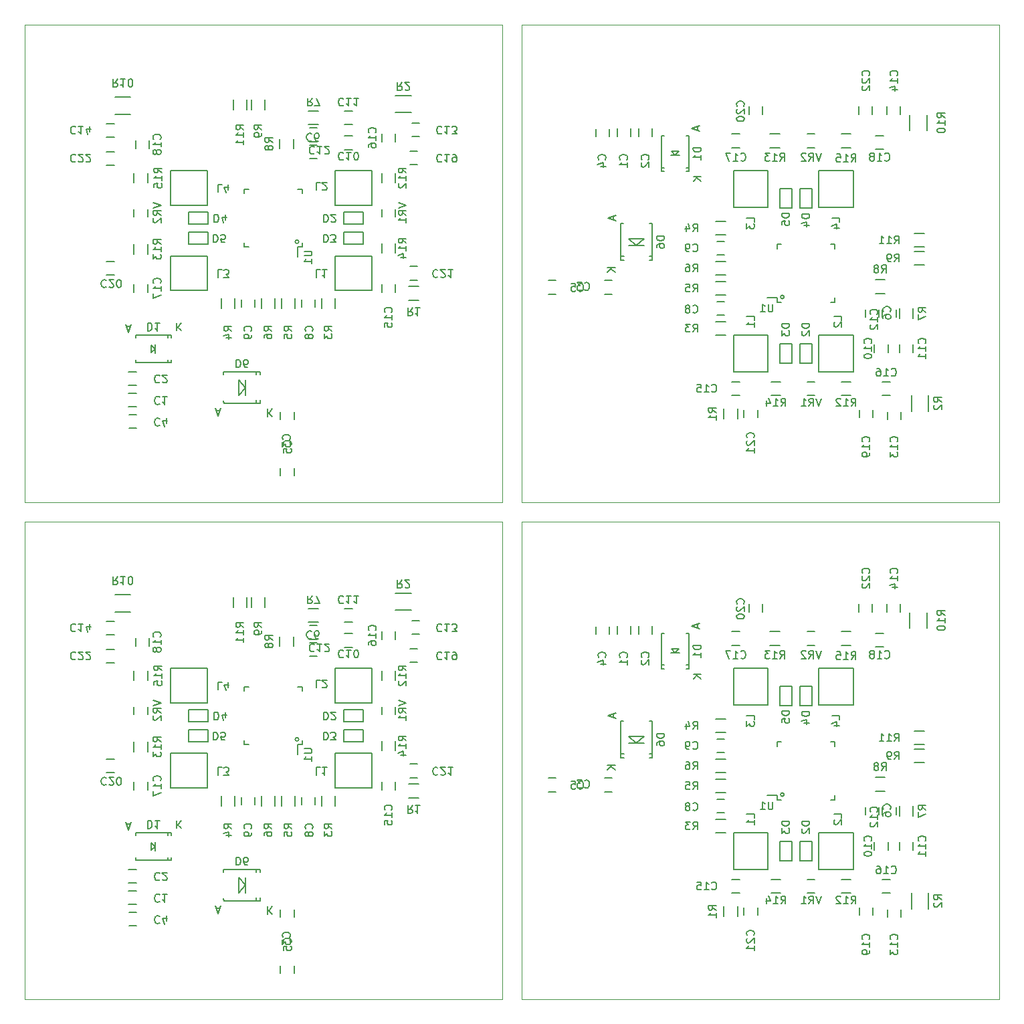
<source format=gbr>
G75*
G71*
%MOMM*%
%OFA0B0*%
%FSLAX53Y53*%
%IPPOS*%
%LPD*%
%ADD21C,0.01000*%
%ADD41C,0.15000*%
X0000000Y0000000D02*
G01*
D41*
X0041656Y0031156D02*
X0043956Y0031156D01*
X0043956Y0031156D02*
X0043956Y0026756D01*
X0043956Y0026756D02*
X0039356Y0026756D01*
X0039356Y0026756D02*
X0039356Y0031156D01*
X0039356Y0031156D02*
X0041656Y0031156D01*
X0040391Y0032601D02*
X0040391Y0034201D01*
X0042891Y0032601D02*
X0040391Y0032601D01*
X0042891Y0032701D02*
X0042891Y0032601D01*
X0042891Y0034201D02*
X0042891Y0032701D01*
X0042791Y0034201D02*
X0042891Y0034201D01*
X0040491Y0034201D02*
X0040391Y0034201D01*
X0040591Y0034201D02*
X0040491Y0034201D01*
X0042791Y0034201D02*
X0040591Y0034201D01*
X0013153Y0013741D02*
X0014153Y0013741D01*
X0014153Y0012041D02*
X0013153Y0012041D01*
X0013200Y0016471D02*
X0014200Y0016471D01*
X0014200Y0014771D02*
X0013200Y0014771D01*
X0032424Y0003310D02*
X0032424Y0004310D01*
X0034124Y0004310D02*
X0034124Y0003310D01*
X0013216Y0011074D02*
X0014216Y0011074D01*
X0014216Y0009374D02*
X0013216Y0009374D01*
X0034124Y0011422D02*
X0034124Y0010422D01*
X0032424Y0010422D02*
X0032424Y0011422D01*
X0037076Y0043458D02*
X0036076Y0043458D01*
X0036076Y0045158D02*
X0037076Y0045158D01*
X0036791Y0025646D02*
X0036791Y0024646D01*
X0035091Y0024646D02*
X0035091Y0025646D01*
X0029171Y0025646D02*
X0029171Y0024646D01*
X0027471Y0024646D02*
X0027471Y0025646D01*
X0041521Y0044616D02*
X0040521Y0044616D01*
X0040521Y0046316D02*
X0041521Y0046316D01*
X0041521Y0047791D02*
X0040521Y0047791D01*
X0040521Y0049491D02*
X0041521Y0049491D01*
X0036076Y0047332D02*
X0037076Y0047332D01*
X0037076Y0045632D02*
X0036076Y0045632D01*
X0050030Y0046267D02*
X0049030Y0046267D01*
X0049030Y0047967D02*
X0050030Y0047967D01*
X0010375Y0047904D02*
X0011375Y0047904D01*
X0011375Y0046204D02*
X0010375Y0046204D01*
X0046951Y0027551D02*
X0046951Y0026551D01*
X0045251Y0026551D02*
X0045251Y0027551D01*
X0046951Y0046601D02*
X0046951Y0045601D01*
X0045251Y0045601D02*
X0045251Y0046601D01*
X0015582Y0027551D02*
X0015582Y0026551D01*
X0013882Y0026551D02*
X0013882Y0027551D01*
X0014073Y0044776D02*
X0014073Y0045776D01*
X0015773Y0045776D02*
X0015773Y0044776D01*
X0049776Y0042711D02*
X0048776Y0042711D01*
X0048776Y0044411D02*
X0049776Y0044411D01*
X0011359Y0028741D02*
X0010359Y0028741D01*
X0010359Y0030441D02*
X0011359Y0030441D01*
X0048776Y0029806D02*
X0049776Y0029806D01*
X0049776Y0028106D02*
X0048776Y0028106D01*
X0011359Y0042648D02*
X0010359Y0042648D01*
X0010359Y0044348D02*
X0011359Y0044348D01*
X0016570Y0019368D02*
X0016020Y0019818D01*
X0016020Y0019818D02*
X0016020Y0018918D01*
X0016020Y0018918D02*
X0016570Y0019368D01*
X0016570Y0019918D02*
X0016570Y0018818D01*
X0018119Y0017617D02*
X0018119Y0017968D01*
X0018119Y0021118D02*
X0018119Y0020767D01*
X0014069Y0017617D02*
X0014069Y0017968D01*
X0018570Y0017617D02*
X0018570Y0017968D01*
X0018570Y0021118D02*
X0018570Y0020767D01*
X0014069Y0021118D02*
X0014069Y0020767D01*
X0018570Y0017617D02*
X0014069Y0017617D01*
X0018570Y0021118D02*
X0014069Y0021118D01*
X0040391Y0035141D02*
X0040391Y0036741D01*
X0042891Y0035141D02*
X0040391Y0035141D01*
X0042891Y0035241D02*
X0042891Y0035141D01*
X0042891Y0036741D02*
X0042891Y0035241D01*
X0042791Y0036741D02*
X0042891Y0036741D01*
X0040491Y0036741D02*
X0040391Y0036741D01*
X0040591Y0036741D02*
X0040491Y0036741D01*
X0042791Y0036741D02*
X0040591Y0036741D01*
X0023260Y0036741D02*
X0023260Y0035141D01*
X0020760Y0036741D02*
X0023260Y0036741D01*
X0020760Y0036641D02*
X0020760Y0036741D01*
X0020760Y0035141D02*
X0020760Y0036641D01*
X0020860Y0035141D02*
X0020760Y0035141D01*
X0023160Y0035141D02*
X0023260Y0035141D01*
X0023060Y0035141D02*
X0023160Y0035141D01*
X0020860Y0035141D02*
X0023060Y0035141D01*
X0023260Y0034201D02*
X0023260Y0032601D01*
X0020760Y0034201D02*
X0023260Y0034201D01*
X0020760Y0034101D02*
X0020760Y0034201D01*
X0020760Y0032601D02*
X0020760Y0034101D01*
X0020860Y0032601D02*
X0020760Y0032601D01*
X0023160Y0032601D02*
X0023260Y0032601D01*
X0023060Y0032601D02*
X0023160Y0032601D01*
X0020860Y0032601D02*
X0023060Y0032601D01*
X0041656Y0041951D02*
X0043956Y0041951D01*
X0043956Y0041951D02*
X0043956Y0037551D01*
X0043956Y0037551D02*
X0039356Y0037551D01*
X0039356Y0037551D02*
X0039356Y0041951D01*
X0039356Y0041951D02*
X0041656Y0041951D01*
X0020828Y0026756D02*
X0018528Y0026756D01*
X0018528Y0026756D02*
X0018528Y0031156D01*
X0018528Y0031156D02*
X0023128Y0031156D01*
X0023128Y0031156D02*
X0023128Y0026756D01*
X0023128Y0026756D02*
X0020828Y0026756D01*
X0020828Y0037551D02*
X0018528Y0037551D01*
X0018528Y0037551D02*
X0018528Y0041951D01*
X0018528Y0041951D02*
X0023128Y0041951D01*
X0023128Y0041951D02*
X0023128Y0037551D01*
X0023128Y0037551D02*
X0020828Y0037551D01*
X0048676Y0025541D02*
X0049876Y0025541D01*
X0049876Y0027291D02*
X0048676Y0027291D01*
X0046974Y0049281D02*
X0048974Y0049281D01*
X0048974Y0051431D02*
X0046974Y0051431D01*
X0039356Y0024546D02*
X0039356Y0025746D01*
X0037606Y0025746D02*
X0037606Y0024546D01*
X0026656Y0024546D02*
X0026656Y0025746D01*
X0024906Y0025746D02*
X0024906Y0024546D01*
X0034276Y0024546D02*
X0034276Y0025746D01*
X0032526Y0025746D02*
X0032526Y0024546D01*
X0031736Y0024546D02*
X0031736Y0025746D01*
X0029986Y0025746D02*
X0029986Y0024546D01*
X0037176Y0049516D02*
X0035976Y0049516D01*
X0035976Y0047766D02*
X0037176Y0047766D01*
X0032336Y0045939D02*
X0032336Y0044739D01*
X0034086Y0044739D02*
X0034086Y0045939D01*
X0030466Y0049692D02*
X0030466Y0050892D01*
X0028716Y0050892D02*
X0028716Y0049692D01*
X0013446Y0051240D02*
X0011446Y0051240D01*
X0011446Y0049090D02*
X0013446Y0049090D01*
X0028180Y0049692D02*
X0028180Y0050892D01*
X0026430Y0050892D02*
X0026430Y0049692D01*
X0045226Y0041621D02*
X0045226Y0040421D01*
X0046976Y0040421D02*
X0046976Y0041621D01*
X0013857Y0032604D02*
X0013857Y0031404D01*
X0015607Y0031404D02*
X0015607Y0032604D01*
X0045226Y0032731D02*
X0045226Y0031531D01*
X0046976Y0031531D02*
X0046976Y0032731D01*
X0015607Y0040421D02*
X0015607Y0041621D01*
X0013857Y0041621D02*
X0013857Y0040421D01*
X0046951Y0037076D02*
X0046951Y0036076D01*
X0045251Y0036076D02*
X0045251Y0037076D01*
X0015582Y0037076D02*
X0015582Y0036076D01*
X0013882Y0036076D02*
X0013882Y0037076D01*
X0034496Y0033165D02*
G75*
G03*
X0034496Y0033165I0000000J-000224D01*
G01*
X0035171Y0032266D02*
X0034621Y0032266D01*
X0035171Y0039616D02*
X0034621Y0039616D01*
X0027821Y0039616D02*
X0028371Y0039616D01*
X0027821Y0032266D02*
X0028371Y0032266D01*
X0035171Y0032266D02*
X0035171Y0032816D01*
X0027821Y0032266D02*
X0027821Y0032816D01*
X0027821Y0039616D02*
X0027821Y0039066D01*
X0035171Y0039616D02*
X0035171Y0039066D01*
X0034621Y0032266D02*
X0034621Y0030991D01*
X0027976Y0014478D02*
X0027127Y0015479D01*
X0027127Y0015479D02*
X0027127Y0013477D01*
X0027127Y0013477D02*
X0027976Y0014478D01*
X0027976Y0014478D02*
X0027976Y0013477D01*
X0027976Y0014478D02*
X0027976Y0015479D01*
X0029832Y0012678D02*
X0029832Y0012878D01*
X0029375Y0012678D02*
X0029375Y0012877D01*
X0025225Y0012678D02*
X0025225Y0012827D01*
X0029827Y0016278D02*
X0029827Y0016129D01*
X0029375Y0016278D02*
X0029375Y0016129D01*
X0025225Y0016278D02*
X0025225Y0016129D01*
X0029375Y0012529D02*
X0029375Y0012727D01*
X0029375Y0016477D02*
X0029375Y0016279D01*
X0025230Y0012482D02*
X0025230Y0012680D01*
X0029832Y0012482D02*
X0025230Y0012482D01*
X0029832Y0012482D02*
X0029832Y0012680D01*
X0029827Y0016477D02*
X0029827Y0016279D01*
X0029827Y0016477D02*
X0025225Y0016477D01*
X0025225Y0016477D02*
X0025225Y0016279D01*
X0037425Y0029408D02*
X0036949Y0029408D01*
X0036949Y0028408D01*
X0038282Y0029408D02*
X0037711Y0029408D01*
X0037997Y0029408D02*
X0037997Y0028408D01*
X0037902Y0028551D01*
X0037806Y0028646D01*
X0037711Y0028694D01*
X0037870Y0033853D02*
X0037870Y0032853D01*
X0038108Y0032853D01*
X0038251Y0032901D01*
X0038346Y0032996D01*
X0038394Y0033091D01*
X0038441Y0033282D01*
X0038441Y0033425D01*
X0038394Y0033615D01*
X0038346Y0033711D01*
X0038251Y0033806D01*
X0038108Y0033853D01*
X0037870Y0033853D01*
X0038775Y0032853D02*
X0039394Y0032853D01*
X0039060Y0033234D01*
X0039203Y0033234D01*
X0039298Y0033282D01*
X0039346Y0033330D01*
X0039394Y0033425D01*
X0039394Y0033663D01*
X0039346Y0033758D01*
X0039298Y0033806D01*
X0039203Y0033853D01*
X0038918Y0033853D01*
X0038822Y0033806D01*
X0038775Y0033758D01*
X0017105Y0013248D02*
X0017058Y0013295D01*
X0016915Y0013343D01*
X0016820Y0013343D01*
X0016677Y0013295D01*
X0016582Y0013200D01*
X0016534Y0013105D01*
X0016486Y0012914D01*
X0016486Y0012771D01*
X0016534Y0012581D01*
X0016582Y0012486D01*
X0016677Y0012391D01*
X0016820Y0012343D01*
X0016915Y0012343D01*
X0017058Y0012391D01*
X0017105Y0012438D01*
X0018058Y0013343D02*
X0017486Y0013343D01*
X0017772Y0013343D02*
X0017772Y0012343D01*
X0017677Y0012486D01*
X0017582Y0012581D01*
X0017486Y0012629D01*
X0017105Y0015978D02*
X0017058Y0016026D01*
X0016915Y0016073D01*
X0016820Y0016073D01*
X0016677Y0016026D01*
X0016582Y0015931D01*
X0016534Y0015835D01*
X0016486Y0015645D01*
X0016486Y0015502D01*
X0016534Y0015311D01*
X0016582Y0015216D01*
X0016677Y0015121D01*
X0016820Y0015073D01*
X0016915Y0015073D01*
X0017058Y0015121D01*
X0017105Y0015169D01*
X0017486Y0015169D02*
X0017534Y0015121D01*
X0017629Y0015073D01*
X0017867Y0015073D01*
X0017962Y0015121D01*
X0018010Y0015169D01*
X0018058Y0015264D01*
X0018058Y0015359D01*
X0018010Y0015502D01*
X0017439Y0016073D01*
X0018058Y0016073D01*
X0033568Y0007914D02*
X0033615Y0007961D01*
X0033663Y0008104D01*
X0033663Y0008199D01*
X0033615Y0008342D01*
X0033520Y0008437D01*
X0033425Y0008485D01*
X0033234Y0008533D01*
X0033091Y0008533D01*
X0032901Y0008485D01*
X0032806Y0008437D01*
X0032711Y0008342D01*
X0032663Y0008199D01*
X0032663Y0008104D01*
X0032711Y0007961D01*
X0032758Y0007914D01*
X0032663Y0007580D02*
X0032663Y0006961D01*
X0033044Y0007295D01*
X0033044Y0007152D01*
X0033091Y0007057D01*
X0033139Y0007009D01*
X0033234Y0006961D01*
X0033472Y0006961D01*
X0033568Y0007009D01*
X0033615Y0007057D01*
X0033663Y0007152D01*
X0033663Y0007437D01*
X0033615Y0007533D01*
X0033568Y0007580D01*
X0017105Y0010517D02*
X0017058Y0010565D01*
X0016915Y0010612D01*
X0016820Y0010612D01*
X0016677Y0010565D01*
X0016582Y0010470D01*
X0016534Y0010374D01*
X0016486Y0010184D01*
X0016486Y0010041D01*
X0016534Y0009850D01*
X0016582Y0009755D01*
X0016677Y0009660D01*
X0016820Y0009612D01*
X0016915Y0009612D01*
X0017058Y0009660D01*
X0017105Y0009708D01*
X0017962Y0009946D02*
X0017962Y0010612D01*
X0017724Y0009565D02*
X0017486Y0010279D01*
X0018105Y0010279D01*
X0033695Y0007152D02*
X0033742Y0007199D01*
X0033790Y0007342D01*
X0033790Y0007437D01*
X0033742Y0007580D01*
X0033647Y0007675D01*
X0033552Y0007723D01*
X0033361Y0007771D01*
X0033218Y0007771D01*
X0033028Y0007723D01*
X0032933Y0007675D01*
X0032838Y0007580D01*
X0032790Y0007437D01*
X0032790Y0007342D01*
X0032838Y0007199D01*
X0032885Y0007152D01*
X0032790Y0006247D02*
X0032790Y0006723D01*
X0033266Y0006771D01*
X0033218Y0006723D01*
X0033171Y0006628D01*
X0033171Y0006390D01*
X0033218Y0006295D01*
X0033266Y0006247D01*
X0033361Y0006199D01*
X0033599Y0006199D01*
X0033695Y0006247D01*
X0033742Y0006295D01*
X0033790Y0006390D01*
X0033790Y0006628D01*
X0033742Y0006723D01*
X0033695Y0006771D01*
X0036346Y0046571D02*
X0036298Y0046618D01*
X0036155Y0046666D01*
X0036060Y0046666D01*
X0035917Y0046618D01*
X0035822Y0046523D01*
X0035774Y0046428D01*
X0035727Y0046237D01*
X0035727Y0046094D01*
X0035774Y0045904D01*
X0035822Y0045809D01*
X0035917Y0045713D01*
X0036060Y0045666D01*
X0036155Y0045666D01*
X0036298Y0045713D01*
X0036346Y0045761D01*
X0037203Y0045666D02*
X0037013Y0045666D01*
X0036917Y0045713D01*
X0036870Y0045761D01*
X0036774Y0045904D01*
X0036727Y0046094D01*
X0036727Y0046475D01*
X0036774Y0046571D01*
X0036822Y0046618D01*
X0036917Y0046666D01*
X0037108Y0046666D01*
X0037203Y0046618D01*
X0037251Y0046571D01*
X0037298Y0046475D01*
X0037298Y0046237D01*
X0037251Y0046142D01*
X0037203Y0046094D01*
X0037108Y0046047D01*
X0036917Y0046047D01*
X0036822Y0046094D01*
X0036774Y0046142D01*
X0036727Y0046237D01*
X0036425Y0021630D02*
X0036473Y0021677D01*
X0036520Y0021820D01*
X0036520Y0021915D01*
X0036473Y0022058D01*
X0036378Y0022153D01*
X0036282Y0022201D01*
X0036092Y0022249D01*
X0035949Y0022249D01*
X0035758Y0022201D01*
X0035663Y0022153D01*
X0035568Y0022058D01*
X0035520Y0021915D01*
X0035520Y0021820D01*
X0035568Y0021677D01*
X0035616Y0021630D01*
X0035949Y0021058D02*
X0035901Y0021153D01*
X0035854Y0021201D01*
X0035758Y0021249D01*
X0035711Y0021249D01*
X0035616Y0021201D01*
X0035568Y0021153D01*
X0035520Y0021058D01*
X0035520Y0020868D01*
X0035568Y0020773D01*
X0035616Y0020725D01*
X0035711Y0020677D01*
X0035758Y0020677D01*
X0035854Y0020725D01*
X0035901Y0020773D01*
X0035949Y0020868D01*
X0035949Y0021058D01*
X0035997Y0021153D01*
X0036044Y0021201D01*
X0036139Y0021249D01*
X0036330Y0021249D01*
X0036425Y0021201D01*
X0036473Y0021153D01*
X0036520Y0021058D01*
X0036520Y0020868D01*
X0036473Y0020773D01*
X0036425Y0020725D01*
X0036330Y0020677D01*
X0036139Y0020677D01*
X0036044Y0020725D01*
X0035997Y0020773D01*
X0035949Y0020868D01*
X0028678Y0021630D02*
X0028726Y0021677D01*
X0028773Y0021820D01*
X0028773Y0021915D01*
X0028726Y0022058D01*
X0028631Y0022153D01*
X0028535Y0022201D01*
X0028345Y0022249D01*
X0028202Y0022249D01*
X0028011Y0022201D01*
X0027916Y0022153D01*
X0027821Y0022058D01*
X0027773Y0021915D01*
X0027773Y0021820D01*
X0027821Y0021677D01*
X0027869Y0021630D01*
X0028773Y0021153D02*
X0028773Y0020963D01*
X0028726Y0020868D01*
X0028678Y0020820D01*
X0028535Y0020725D01*
X0028345Y0020677D01*
X0027964Y0020677D01*
X0027869Y0020725D01*
X0027821Y0020773D01*
X0027773Y0020868D01*
X0027773Y0021058D01*
X0027821Y0021153D01*
X0027869Y0021201D01*
X0027964Y0021249D01*
X0028202Y0021249D01*
X0028297Y0021201D01*
X0028345Y0021153D01*
X0028392Y0021058D01*
X0028392Y0020868D01*
X0028345Y0020773D01*
X0028297Y0020725D01*
X0028202Y0020677D01*
X0040378Y0044172D02*
X0040331Y0044220D01*
X0040188Y0044267D01*
X0040092Y0044267D01*
X0039950Y0044220D01*
X0039854Y0044125D01*
X0039807Y0044029D01*
X0039759Y0043839D01*
X0039759Y0043696D01*
X0039807Y0043505D01*
X0039854Y0043410D01*
X0039950Y0043315D01*
X0040092Y0043267D01*
X0040188Y0043267D01*
X0040331Y0043315D01*
X0040378Y0043363D01*
X0041331Y0044267D02*
X0040759Y0044267D01*
X0041045Y0044267D02*
X0041045Y0043267D01*
X0040950Y0043410D01*
X0040854Y0043505D01*
X0040759Y0043553D01*
X0041950Y0043267D02*
X0042045Y0043267D01*
X0042140Y0043315D01*
X0042188Y0043363D01*
X0042235Y0043458D01*
X0042283Y0043648D01*
X0042283Y0043886D01*
X0042235Y0044077D01*
X0042188Y0044172D01*
X0042140Y0044220D01*
X0042045Y0044267D01*
X0041950Y0044267D01*
X0041854Y0044220D01*
X0041807Y0044172D01*
X0041759Y0044077D01*
X0041711Y0043886D01*
X0041711Y0043648D01*
X0041759Y0043458D01*
X0041807Y0043363D01*
X0041854Y0043315D01*
X0041950Y0043267D01*
X0040378Y0051030D02*
X0040331Y0051078D01*
X0040188Y0051125D01*
X0040092Y0051125D01*
X0039950Y0051078D01*
X0039854Y0050983D01*
X0039807Y0050887D01*
X0039759Y0050697D01*
X0039759Y0050554D01*
X0039807Y0050363D01*
X0039854Y0050268D01*
X0039950Y0050173D01*
X0040092Y0050125D01*
X0040188Y0050125D01*
X0040331Y0050173D01*
X0040378Y0050221D01*
X0041331Y0051125D02*
X0040759Y0051125D01*
X0041045Y0051125D02*
X0041045Y0050125D01*
X0040950Y0050268D01*
X0040854Y0050363D01*
X0040759Y0050411D01*
X0042283Y0051125D02*
X0041711Y0051125D01*
X0041997Y0051125D02*
X0041997Y0050125D01*
X0041902Y0050268D01*
X0041807Y0050363D01*
X0041711Y0050411D01*
X0036695Y0044934D02*
X0036648Y0044982D01*
X0036505Y0045029D01*
X0036409Y0045029D01*
X0036267Y0044982D01*
X0036171Y0044887D01*
X0036124Y0044791D01*
X0036076Y0044601D01*
X0036076Y0044458D01*
X0036124Y0044267D01*
X0036171Y0044172D01*
X0036267Y0044077D01*
X0036409Y0044029D01*
X0036505Y0044029D01*
X0036648Y0044077D01*
X0036695Y0044125D01*
X0037648Y0045029D02*
X0037076Y0045029D01*
X0037362Y0045029D02*
X0037362Y0044029D01*
X0037267Y0044172D01*
X0037171Y0044267D01*
X0037076Y0044315D01*
X0038028Y0044125D02*
X0038076Y0044077D01*
X0038171Y0044029D01*
X0038409Y0044029D01*
X0038505Y0044077D01*
X0038552Y0044125D01*
X0038600Y0044220D01*
X0038600Y0044315D01*
X0038552Y0044458D01*
X0037981Y0045029D01*
X0038600Y0045029D01*
X0052824Y0047474D02*
X0052777Y0047522D01*
X0052634Y0047569D01*
X0052538Y0047569D01*
X0052396Y0047522D01*
X0052300Y0047427D01*
X0052253Y0047331D01*
X0052205Y0047141D01*
X0052205Y0046998D01*
X0052253Y0046807D01*
X0052300Y0046712D01*
X0052396Y0046617D01*
X0052538Y0046569D01*
X0052634Y0046569D01*
X0052777Y0046617D01*
X0052824Y0046665D01*
X0053777Y0047569D02*
X0053205Y0047569D01*
X0053491Y0047569D02*
X0053491Y0046569D01*
X0053396Y0046712D01*
X0053300Y0046807D01*
X0053205Y0046855D01*
X0054110Y0046569D02*
X0054729Y0046569D01*
X0054396Y0046950D01*
X0054538Y0046950D01*
X0054634Y0046998D01*
X0054681Y0047046D01*
X0054729Y0047141D01*
X0054729Y0047379D01*
X0054681Y0047474D01*
X0054634Y0047522D01*
X0054538Y0047569D01*
X0054253Y0047569D01*
X0054157Y0047522D01*
X0054110Y0047474D01*
X0006469Y0047474D02*
X0006422Y0047522D01*
X0006279Y0047569D01*
X0006183Y0047569D01*
X0006041Y0047522D01*
X0005945Y0047427D01*
X0005898Y0047331D01*
X0005850Y0047141D01*
X0005850Y0046998D01*
X0005898Y0046807D01*
X0005945Y0046712D01*
X0006041Y0046617D01*
X0006183Y0046569D01*
X0006279Y0046569D01*
X0006422Y0046617D01*
X0006469Y0046665D01*
X0007422Y0047569D02*
X0006850Y0047569D01*
X0007136Y0047569D02*
X0007136Y0046569D01*
X0007041Y0046712D01*
X0006945Y0046807D01*
X0006850Y0046855D01*
X0008279Y0046903D02*
X0008279Y0047569D01*
X0008041Y0046522D02*
X0007802Y0047236D01*
X0008422Y0047236D01*
X0046458Y0024011D02*
X0046506Y0024058D01*
X0046553Y0024201D01*
X0046553Y0024297D01*
X0046506Y0024439D01*
X0046411Y0024535D01*
X0046315Y0024582D01*
X0046125Y0024630D01*
X0045982Y0024630D01*
X0045791Y0024582D01*
X0045696Y0024535D01*
X0045601Y0024439D01*
X0045553Y0024297D01*
X0045553Y0024201D01*
X0045601Y0024058D01*
X0045649Y0024011D01*
X0046553Y0023058D02*
X0046553Y0023630D01*
X0046553Y0023344D02*
X0045553Y0023344D01*
X0045696Y0023439D01*
X0045791Y0023535D01*
X0045839Y0023630D01*
X0045553Y0022154D02*
X0045553Y0022630D01*
X0046030Y0022678D01*
X0045982Y0022630D01*
X0045934Y0022535D01*
X0045934Y0022297D01*
X0045982Y0022201D01*
X0046030Y0022154D01*
X0046125Y0022106D01*
X0046363Y0022106D01*
X0046458Y0022154D01*
X0046506Y0022201D01*
X0046553Y0022297D01*
X0046553Y0022535D01*
X0046506Y0022630D01*
X0046458Y0022678D01*
X0044426Y0046744D02*
X0044474Y0046791D01*
X0044521Y0046934D01*
X0044521Y0047030D01*
X0044474Y0047172D01*
X0044379Y0047268D01*
X0044283Y0047315D01*
X0044093Y0047363D01*
X0043950Y0047363D01*
X0043759Y0047315D01*
X0043664Y0047268D01*
X0043569Y0047172D01*
X0043521Y0047030D01*
X0043521Y0046934D01*
X0043569Y0046791D01*
X0043617Y0046744D01*
X0044521Y0045791D02*
X0044521Y0046363D01*
X0044521Y0046077D02*
X0043521Y0046077D01*
X0043664Y0046172D01*
X0043759Y0046268D01*
X0043807Y0046363D01*
X0043521Y0044934D02*
X0043521Y0045125D01*
X0043569Y0045220D01*
X0043617Y0045268D01*
X0043759Y0045363D01*
X0043950Y0045411D01*
X0044331Y0045411D01*
X0044426Y0045363D01*
X0044474Y0045315D01*
X0044521Y0045220D01*
X0044521Y0045030D01*
X0044474Y0044934D01*
X0044426Y0044887D01*
X0044331Y0044839D01*
X0044093Y0044839D01*
X0043998Y0044887D01*
X0043950Y0044934D01*
X0043902Y0045030D01*
X0043902Y0045220D01*
X0043950Y0045315D01*
X0043998Y0045363D01*
X0044093Y0045411D01*
X0017189Y0027694D02*
X0017237Y0027741D01*
X0017284Y0027884D01*
X0017284Y0027980D01*
X0017237Y0028122D01*
X0017142Y0028218D01*
X0017046Y0028265D01*
X0016856Y0028313D01*
X0016713Y0028313D01*
X0016522Y0028265D01*
X0016427Y0028218D01*
X0016332Y0028122D01*
X0016284Y0027980D01*
X0016284Y0027884D01*
X0016332Y0027741D01*
X0016380Y0027694D01*
X0017284Y0026741D02*
X0017284Y0027313D01*
X0017284Y0027027D02*
X0016284Y0027027D01*
X0016427Y0027122D01*
X0016522Y0027218D01*
X0016570Y0027313D01*
X0016284Y0026408D02*
X0016284Y0025741D01*
X0017284Y0026170D01*
X0017185Y0045918D02*
X0017232Y0045966D01*
X0017280Y0046109D01*
X0017280Y0046204D01*
X0017232Y0046347D01*
X0017137Y0046442D01*
X0017042Y0046490D01*
X0016851Y0046537D01*
X0016708Y0046537D01*
X0016518Y0046490D01*
X0016423Y0046442D01*
X0016328Y0046347D01*
X0016280Y0046204D01*
X0016280Y0046109D01*
X0016328Y0045966D01*
X0016375Y0045918D01*
X0017280Y0044966D02*
X0017280Y0045537D01*
X0017280Y0045252D02*
X0016280Y0045252D01*
X0016423Y0045347D01*
X0016518Y0045442D01*
X0016566Y0045537D01*
X0016708Y0044395D02*
X0016661Y0044490D01*
X0016613Y0044537D01*
X0016518Y0044585D01*
X0016470Y0044585D01*
X0016375Y0044537D01*
X0016328Y0044490D01*
X0016280Y0044395D01*
X0016280Y0044204D01*
X0016328Y0044109D01*
X0016375Y0044061D01*
X0016470Y0044014D01*
X0016518Y0044014D01*
X0016613Y0044061D01*
X0016661Y0044109D01*
X0016708Y0044204D01*
X0016708Y0044395D01*
X0016756Y0044490D01*
X0016804Y0044537D01*
X0016899Y0044585D01*
X0017089Y0044585D01*
X0017185Y0044537D01*
X0017232Y0044490D01*
X0017280Y0044395D01*
X0017280Y0044204D01*
X0017232Y0044109D01*
X0017185Y0044061D01*
X0017089Y0044014D01*
X0016899Y0044014D01*
X0016804Y0044061D01*
X0016756Y0044109D01*
X0016708Y0044204D01*
X0052824Y0043918D02*
X0052777Y0043966D01*
X0052634Y0044013D01*
X0052538Y0044013D01*
X0052396Y0043966D01*
X0052300Y0043871D01*
X0052253Y0043775D01*
X0052205Y0043585D01*
X0052205Y0043442D01*
X0052253Y0043251D01*
X0052300Y0043156D01*
X0052396Y0043061D01*
X0052538Y0043013D01*
X0052634Y0043013D01*
X0052777Y0043061D01*
X0052824Y0043109D01*
X0053777Y0044013D02*
X0053205Y0044013D01*
X0053491Y0044013D02*
X0053491Y0043013D01*
X0053396Y0043156D01*
X0053300Y0043251D01*
X0053205Y0043299D01*
X0054253Y0044013D02*
X0054443Y0044013D01*
X0054538Y0043966D01*
X0054586Y0043918D01*
X0054681Y0043775D01*
X0054729Y0043585D01*
X0054729Y0043204D01*
X0054681Y0043109D01*
X0054634Y0043061D01*
X0054538Y0043013D01*
X0054348Y0043013D01*
X0054253Y0043061D01*
X0054205Y0043109D01*
X0054157Y0043204D01*
X0054157Y0043442D01*
X0054205Y0043537D01*
X0054253Y0043585D01*
X0054348Y0043632D01*
X0054538Y0043632D01*
X0054634Y0043585D01*
X0054681Y0043537D01*
X0054729Y0043442D01*
X0010343Y0028043D02*
X0010295Y0028091D01*
X0010152Y0028138D01*
X0010057Y0028138D01*
X0009914Y0028091D01*
X0009819Y0027996D01*
X0009771Y0027900D01*
X0009724Y0027710D01*
X0009724Y0027567D01*
X0009771Y0027376D01*
X0009819Y0027281D01*
X0009914Y0027186D01*
X0010057Y0027138D01*
X0010152Y0027138D01*
X0010295Y0027186D01*
X0010343Y0027234D01*
X0010724Y0027234D02*
X0010771Y0027186D01*
X0010866Y0027138D01*
X0011105Y0027138D01*
X0011200Y0027186D01*
X0011247Y0027234D01*
X0011295Y0027329D01*
X0011295Y0027424D01*
X0011247Y0027567D01*
X0010676Y0028138D01*
X0011295Y0028138D01*
X0011914Y0027138D02*
X0012009Y0027138D01*
X0012105Y0027186D01*
X0012152Y0027234D01*
X0012200Y0027329D01*
X0012247Y0027519D01*
X0012247Y0027757D01*
X0012200Y0027948D01*
X0012152Y0028043D01*
X0012105Y0028091D01*
X0012009Y0028138D01*
X0011914Y0028138D01*
X0011819Y0028091D01*
X0011771Y0028043D01*
X0011724Y0027948D01*
X0011676Y0027757D01*
X0011676Y0027519D01*
X0011724Y0027329D01*
X0011771Y0027234D01*
X0011819Y0027186D01*
X0011914Y0027138D01*
X0052316Y0029313D02*
X0052269Y0029361D01*
X0052126Y0029408D01*
X0052030Y0029408D01*
X0051888Y0029361D01*
X0051792Y0029266D01*
X0051745Y0029170D01*
X0051697Y0028980D01*
X0051697Y0028837D01*
X0051745Y0028646D01*
X0051792Y0028551D01*
X0051888Y0028456D01*
X0052030Y0028408D01*
X0052126Y0028408D01*
X0052269Y0028456D01*
X0052316Y0028504D01*
X0052697Y0028504D02*
X0052745Y0028456D01*
X0052840Y0028408D01*
X0053078Y0028408D01*
X0053173Y0028456D01*
X0053221Y0028504D01*
X0053269Y0028599D01*
X0053269Y0028694D01*
X0053221Y0028837D01*
X0052649Y0029408D01*
X0053269Y0029408D01*
X0054221Y0029408D02*
X0053649Y0029408D01*
X0053935Y0029408D02*
X0053935Y0028408D01*
X0053840Y0028551D01*
X0053745Y0028646D01*
X0053649Y0028694D01*
X0006469Y0043918D02*
X0006422Y0043966D01*
X0006279Y0044013D01*
X0006183Y0044013D01*
X0006041Y0043966D01*
X0005945Y0043871D01*
X0005898Y0043775D01*
X0005850Y0043585D01*
X0005850Y0043442D01*
X0005898Y0043251D01*
X0005945Y0043156D01*
X0006041Y0043061D01*
X0006183Y0043013D01*
X0006279Y0043013D01*
X0006422Y0043061D01*
X0006469Y0043109D01*
X0006850Y0043109D02*
X0006898Y0043061D01*
X0006993Y0043013D01*
X0007231Y0043013D01*
X0007326Y0043061D01*
X0007374Y0043109D01*
X0007422Y0043204D01*
X0007422Y0043299D01*
X0007374Y0043442D01*
X0006802Y0044013D01*
X0007422Y0044013D01*
X0007802Y0043109D02*
X0007850Y0043061D01*
X0007945Y0043013D01*
X0008183Y0043013D01*
X0008279Y0043061D01*
X0008326Y0043109D01*
X0008374Y0043204D01*
X0008374Y0043299D01*
X0008326Y0043442D01*
X0007755Y0044013D01*
X0008374Y0044013D01*
X0015581Y0022670D02*
X0015581Y0021670D01*
X0015820Y0021670D01*
X0015962Y0021718D01*
X0016058Y0021813D01*
X0016105Y0021908D01*
X0016153Y0022098D01*
X0016153Y0022241D01*
X0016105Y0022432D01*
X0016058Y0022527D01*
X0015962Y0022622D01*
X0015820Y0022670D01*
X0015581Y0022670D01*
X0017105Y0022670D02*
X0016534Y0022670D01*
X0016820Y0022670D02*
X0016820Y0021670D01*
X0016724Y0021813D01*
X0016629Y0021908D01*
X0016534Y0021956D01*
X0019296Y0022677D02*
X0019296Y0021677D01*
X0019868Y0022677D02*
X0019439Y0022106D01*
X0019868Y0021677D02*
X0019296Y0022249D01*
X0012906Y0022201D02*
X0013383Y0022201D01*
X0012811Y0022487D02*
X0013145Y0021487D01*
X0013478Y0022487D01*
X0037870Y0036393D02*
X0037870Y0035393D01*
X0038108Y0035393D01*
X0038251Y0035441D01*
X0038346Y0035536D01*
X0038394Y0035631D01*
X0038441Y0035822D01*
X0038441Y0035965D01*
X0038394Y0036155D01*
X0038346Y0036251D01*
X0038251Y0036346D01*
X0038108Y0036393D01*
X0037870Y0036393D01*
X0038822Y0035489D02*
X0038870Y0035441D01*
X0038965Y0035393D01*
X0039203Y0035393D01*
X0039298Y0035441D01*
X0039346Y0035489D01*
X0039394Y0035584D01*
X0039394Y0035679D01*
X0039346Y0035822D01*
X0038775Y0036393D01*
X0039394Y0036393D01*
X0024027Y0036393D02*
X0024027Y0035393D01*
X0024265Y0035393D01*
X0024408Y0035441D01*
X0024503Y0035536D01*
X0024551Y0035631D01*
X0024598Y0035822D01*
X0024598Y0035965D01*
X0024551Y0036155D01*
X0024503Y0036251D01*
X0024408Y0036346D01*
X0024265Y0036393D01*
X0024027Y0036393D01*
X0025455Y0035727D02*
X0025455Y0036393D01*
X0025217Y0035346D02*
X0024979Y0036060D01*
X0025598Y0036060D01*
X0023900Y0033853D02*
X0023900Y0032853D01*
X0024138Y0032853D01*
X0024281Y0032901D01*
X0024376Y0032996D01*
X0024424Y0033091D01*
X0024471Y0033282D01*
X0024471Y0033425D01*
X0024424Y0033615D01*
X0024376Y0033711D01*
X0024281Y0033806D01*
X0024138Y0033853D01*
X0023900Y0033853D01*
X0025376Y0032853D02*
X0024900Y0032853D01*
X0024852Y0033330D01*
X0024900Y0033282D01*
X0024995Y0033234D01*
X0025233Y0033234D01*
X0025328Y0033282D01*
X0025376Y0033330D01*
X0025424Y0033425D01*
X0025424Y0033663D01*
X0025376Y0033758D01*
X0025328Y0033806D01*
X0025233Y0033853D01*
X0024995Y0033853D01*
X0024900Y0033806D01*
X0024852Y0033758D01*
X0037425Y0040457D02*
X0036949Y0040457D01*
X0036949Y0039457D01*
X0037711Y0039553D02*
X0037759Y0039505D01*
X0037854Y0039457D01*
X0038092Y0039457D01*
X0038187Y0039505D01*
X0038235Y0039553D01*
X0038282Y0039648D01*
X0038282Y0039743D01*
X0038235Y0039886D01*
X0037663Y0040457D01*
X0038282Y0040457D01*
X0024979Y0029408D02*
X0024503Y0029408D01*
X0024503Y0028408D01*
X0025217Y0028408D02*
X0025836Y0028408D01*
X0025503Y0028789D01*
X0025646Y0028789D01*
X0025741Y0028837D01*
X0025789Y0028885D01*
X0025836Y0028980D01*
X0025836Y0029218D01*
X0025789Y0029313D01*
X0025741Y0029361D01*
X0025646Y0029408D01*
X0025360Y0029408D01*
X0025265Y0029361D01*
X0025217Y0029313D01*
X0024979Y0040203D02*
X0024503Y0040203D01*
X0024503Y0039203D01*
X0025741Y0039537D02*
X0025741Y0040203D01*
X0025503Y0039156D02*
X0025265Y0039870D01*
X0025884Y0039870D01*
X0049109Y0024582D02*
X0048776Y0024106D01*
X0048538Y0024582D02*
X0048538Y0023582D01*
X0048919Y0023582D01*
X0049014Y0023630D01*
X0049062Y0023678D01*
X0049109Y0023773D01*
X0049109Y0023916D01*
X0049062Y0024011D01*
X0049014Y0024059D01*
X0048919Y0024106D01*
X0048538Y0024106D01*
X0050062Y0024582D02*
X0049490Y0024582D01*
X0049776Y0024582D02*
X0049776Y0023582D01*
X0049681Y0023725D01*
X0049586Y0023820D01*
X0049490Y0023868D01*
X0047807Y0053108D02*
X0047474Y0052632D01*
X0047236Y0053108D02*
X0047236Y0052108D01*
X0047617Y0052108D01*
X0047712Y0052156D01*
X0047760Y0052203D01*
X0047807Y0052298D01*
X0047807Y0052441D01*
X0047760Y0052536D01*
X0047712Y0052584D01*
X0047617Y0052632D01*
X0047236Y0052632D01*
X0048188Y0052203D02*
X0048236Y0052156D01*
X0048331Y0052108D01*
X0048569Y0052108D01*
X0048664Y0052156D01*
X0048712Y0052203D01*
X0048760Y0052298D01*
X0048760Y0052394D01*
X0048712Y0052536D01*
X0048141Y0053108D01*
X0048760Y0053108D01*
X0038933Y0021630D02*
X0038457Y0021963D01*
X0038933Y0022201D02*
X0037933Y0022201D01*
X0037933Y0021820D01*
X0037981Y0021725D01*
X0038029Y0021677D01*
X0038124Y0021630D01*
X0038267Y0021630D01*
X0038362Y0021677D01*
X0038410Y0021725D01*
X0038457Y0021820D01*
X0038457Y0022201D01*
X0037933Y0021296D02*
X0037933Y0020677D01*
X0038314Y0021011D01*
X0038314Y0020868D01*
X0038362Y0020773D01*
X0038410Y0020725D01*
X0038505Y0020677D01*
X0038743Y0020677D01*
X0038838Y0020725D01*
X0038886Y0020773D01*
X0038933Y0020868D01*
X0038933Y0021153D01*
X0038886Y0021249D01*
X0038838Y0021296D01*
X0026233Y0021630D02*
X0025757Y0021963D01*
X0026233Y0022201D02*
X0025233Y0022201D01*
X0025233Y0021820D01*
X0025281Y0021725D01*
X0025329Y0021677D01*
X0025424Y0021630D01*
X0025567Y0021630D01*
X0025662Y0021677D01*
X0025710Y0021725D01*
X0025757Y0021820D01*
X0025757Y0022201D01*
X0025567Y0020773D02*
X0026233Y0020773D01*
X0025186Y0021011D02*
X0025900Y0021249D01*
X0025900Y0020630D01*
X0033853Y0021630D02*
X0033377Y0021963D01*
X0033853Y0022201D02*
X0032853Y0022201D01*
X0032853Y0021820D01*
X0032901Y0021725D01*
X0032949Y0021677D01*
X0033044Y0021630D01*
X0033187Y0021630D01*
X0033282Y0021677D01*
X0033330Y0021725D01*
X0033377Y0021820D01*
X0033377Y0022201D01*
X0032853Y0020725D02*
X0032853Y0021201D01*
X0033330Y0021249D01*
X0033282Y0021201D01*
X0033234Y0021106D01*
X0033234Y0020868D01*
X0033282Y0020773D01*
X0033330Y0020725D01*
X0033425Y0020677D01*
X0033663Y0020677D01*
X0033758Y0020725D01*
X0033806Y0020773D01*
X0033853Y0020868D01*
X0033853Y0021106D01*
X0033806Y0021201D01*
X0033758Y0021249D01*
X0031313Y0021630D02*
X0030837Y0021963D01*
X0031313Y0022201D02*
X0030313Y0022201D01*
X0030313Y0021820D01*
X0030361Y0021725D01*
X0030409Y0021677D01*
X0030504Y0021630D01*
X0030647Y0021630D01*
X0030742Y0021677D01*
X0030790Y0021725D01*
X0030837Y0021820D01*
X0030837Y0022201D01*
X0030313Y0020773D02*
X0030313Y0020963D01*
X0030361Y0021058D01*
X0030409Y0021106D01*
X0030551Y0021201D01*
X0030742Y0021249D01*
X0031123Y0021249D01*
X0031218Y0021201D01*
X0031266Y0021153D01*
X0031313Y0021058D01*
X0031313Y0020868D01*
X0031266Y0020773D01*
X0031218Y0020725D01*
X0031123Y0020677D01*
X0030885Y0020677D01*
X0030790Y0020725D01*
X0030742Y0020773D01*
X0030694Y0020868D01*
X0030694Y0021058D01*
X0030742Y0021153D01*
X0030790Y0021201D01*
X0030885Y0021249D01*
X0036409Y0051125D02*
X0036076Y0050649D01*
X0035838Y0051125D02*
X0035838Y0050125D01*
X0036219Y0050125D01*
X0036314Y0050173D01*
X0036362Y0050221D01*
X0036409Y0050316D01*
X0036409Y0050459D01*
X0036362Y0050554D01*
X0036314Y0050602D01*
X0036219Y0050649D01*
X0035838Y0050649D01*
X0036743Y0050125D02*
X0037409Y0050125D01*
X0036981Y0051125D01*
X0031440Y0045506D02*
X0030964Y0045839D01*
X0031440Y0046077D02*
X0030440Y0046077D01*
X0030440Y0045696D01*
X0030488Y0045601D01*
X0030536Y0045553D01*
X0030631Y0045506D01*
X0030774Y0045506D01*
X0030869Y0045553D01*
X0030917Y0045601D01*
X0030964Y0045696D01*
X0030964Y0046077D01*
X0030869Y0044934D02*
X0030821Y0045029D01*
X0030774Y0045077D01*
X0030678Y0045125D01*
X0030631Y0045125D01*
X0030536Y0045077D01*
X0030488Y0045029D01*
X0030440Y0044934D01*
X0030440Y0044744D01*
X0030488Y0044649D01*
X0030536Y0044601D01*
X0030631Y0044553D01*
X0030678Y0044553D01*
X0030774Y0044601D01*
X0030821Y0044649D01*
X0030869Y0044744D01*
X0030869Y0044934D01*
X0030917Y0045029D01*
X0030964Y0045077D01*
X0031059Y0045125D01*
X0031250Y0045125D01*
X0031345Y0045077D01*
X0031393Y0045029D01*
X0031440Y0044934D01*
X0031440Y0044744D01*
X0031393Y0044649D01*
X0031345Y0044601D01*
X0031250Y0044553D01*
X0031059Y0044553D01*
X0030964Y0044601D01*
X0030917Y0044649D01*
X0030869Y0044744D01*
X0030043Y0047157D02*
X0029567Y0047490D01*
X0030043Y0047728D02*
X0029043Y0047728D01*
X0029043Y0047347D01*
X0029091Y0047252D01*
X0029139Y0047204D01*
X0029234Y0047157D01*
X0029377Y0047157D01*
X0029472Y0047204D01*
X0029520Y0047252D01*
X0029567Y0047347D01*
X0029567Y0047728D01*
X0030043Y0046680D02*
X0030043Y0046490D01*
X0029996Y0046395D01*
X0029948Y0046347D01*
X0029805Y0046252D01*
X0029615Y0046204D01*
X0029234Y0046204D01*
X0029139Y0046252D01*
X0029091Y0046300D01*
X0029043Y0046395D01*
X0029043Y0046585D01*
X0029091Y0046680D01*
X0029139Y0046728D01*
X0029234Y0046776D01*
X0029472Y0046776D01*
X0029567Y0046728D01*
X0029615Y0046680D01*
X0029662Y0046585D01*
X0029662Y0046395D01*
X0029615Y0046300D01*
X0029567Y0046252D01*
X0029472Y0046204D01*
X0011803Y0053538D02*
X0011470Y0053062D01*
X0011232Y0053538D02*
X0011232Y0052538D01*
X0011613Y0052538D01*
X0011708Y0052586D01*
X0011756Y0052634D01*
X0011803Y0052729D01*
X0011803Y0052872D01*
X0011756Y0052967D01*
X0011708Y0053015D01*
X0011613Y0053062D01*
X0011232Y0053062D01*
X0012756Y0053538D02*
X0012184Y0053538D01*
X0012470Y0053538D02*
X0012470Y0052538D01*
X0012375Y0052681D01*
X0012279Y0052776D01*
X0012184Y0052824D01*
X0013375Y0052538D02*
X0013470Y0052538D01*
X0013565Y0052586D01*
X0013613Y0052634D01*
X0013660Y0052729D01*
X0013708Y0052919D01*
X0013708Y0053157D01*
X0013660Y0053348D01*
X0013613Y0053443D01*
X0013565Y0053491D01*
X0013470Y0053538D01*
X0013375Y0053538D01*
X0013279Y0053491D01*
X0013232Y0053443D01*
X0013184Y0053348D01*
X0013136Y0053157D01*
X0013136Y0052919D01*
X0013184Y0052729D01*
X0013232Y0052634D01*
X0013279Y0052586D01*
X0013375Y0052538D01*
X0027757Y0047125D02*
X0027281Y0047458D01*
X0027757Y0047696D02*
X0026757Y0047696D01*
X0026757Y0047315D01*
X0026805Y0047220D01*
X0026853Y0047172D01*
X0026948Y0047125D01*
X0027091Y0047125D01*
X0027186Y0047172D01*
X0027234Y0047220D01*
X0027281Y0047315D01*
X0027281Y0047696D01*
X0027757Y0046172D02*
X0027757Y0046744D01*
X0027757Y0046458D02*
X0026757Y0046458D01*
X0026900Y0046553D01*
X0026995Y0046649D01*
X0027043Y0046744D01*
X0027757Y0045220D02*
X0027757Y0045792D01*
X0027757Y0045506D02*
X0026757Y0045506D01*
X0026900Y0045601D01*
X0026995Y0045696D01*
X0027043Y0045792D01*
X0048331Y0041664D02*
X0047855Y0041997D01*
X0048331Y0042235D02*
X0047331Y0042235D01*
X0047331Y0041854D01*
X0047379Y0041759D01*
X0047427Y0041711D01*
X0047522Y0041664D01*
X0047665Y0041664D01*
X0047760Y0041711D01*
X0047808Y0041759D01*
X0047855Y0041854D01*
X0047855Y0042235D01*
X0048331Y0040711D02*
X0048331Y0041283D01*
X0048331Y0040997D02*
X0047331Y0040997D01*
X0047474Y0041092D01*
X0047569Y0041188D01*
X0047617Y0041283D01*
X0047427Y0040331D02*
X0047379Y0040283D01*
X0047331Y0040188D01*
X0047331Y0039950D01*
X0047379Y0039854D01*
X0047427Y0039807D01*
X0047522Y0039759D01*
X0047617Y0039759D01*
X0047760Y0039807D01*
X0048331Y0040378D01*
X0048331Y0039759D01*
X0017284Y0032647D02*
X0016808Y0032980D01*
X0017284Y0033218D02*
X0016284Y0033218D01*
X0016284Y0032837D01*
X0016332Y0032742D01*
X0016380Y0032694D01*
X0016475Y0032647D01*
X0016618Y0032647D01*
X0016713Y0032694D01*
X0016761Y0032742D01*
X0016808Y0032837D01*
X0016808Y0033218D01*
X0017284Y0031694D02*
X0017284Y0032266D01*
X0017284Y0031980D02*
X0016284Y0031980D01*
X0016427Y0032075D01*
X0016522Y0032171D01*
X0016570Y0032266D01*
X0016284Y0031361D02*
X0016284Y0030742D01*
X0016665Y0031075D01*
X0016665Y0030933D01*
X0016713Y0030837D01*
X0016761Y0030790D01*
X0016856Y0030742D01*
X0017094Y0030742D01*
X0017189Y0030790D01*
X0017237Y0030837D01*
X0017284Y0030933D01*
X0017284Y0031218D01*
X0017237Y0031314D01*
X0017189Y0031361D01*
X0048331Y0032774D02*
X0047855Y0033107D01*
X0048331Y0033345D02*
X0047331Y0033345D01*
X0047331Y0032964D01*
X0047379Y0032869D01*
X0047427Y0032821D01*
X0047522Y0032774D01*
X0047665Y0032774D01*
X0047760Y0032821D01*
X0047808Y0032869D01*
X0047855Y0032964D01*
X0047855Y0033345D01*
X0048331Y0031821D02*
X0048331Y0032393D01*
X0048331Y0032107D02*
X0047331Y0032107D01*
X0047474Y0032202D01*
X0047569Y0032298D01*
X0047617Y0032393D01*
X0047665Y0030964D02*
X0048331Y0030964D01*
X0047284Y0031202D02*
X0047998Y0031441D01*
X0047998Y0030821D01*
X0017407Y0041664D02*
X0016931Y0041997D01*
X0017407Y0042235D02*
X0016407Y0042235D01*
X0016407Y0041854D01*
X0016455Y0041759D01*
X0016502Y0041711D01*
X0016597Y0041664D01*
X0016740Y0041664D01*
X0016835Y0041711D01*
X0016883Y0041759D01*
X0016931Y0041854D01*
X0016931Y0042235D01*
X0017407Y0040711D02*
X0017407Y0041283D01*
X0017407Y0040997D02*
X0016407Y0040997D01*
X0016550Y0041092D01*
X0016645Y0041188D01*
X0016693Y0041283D01*
X0016407Y0039807D02*
X0016407Y0040283D01*
X0016883Y0040331D01*
X0016835Y0040283D01*
X0016788Y0040188D01*
X0016788Y0039950D01*
X0016835Y0039854D01*
X0016883Y0039807D01*
X0016978Y0039759D01*
X0017216Y0039759D01*
X0017312Y0039807D01*
X0017359Y0039854D01*
X0017407Y0039950D01*
X0017407Y0040188D01*
X0017359Y0040283D01*
X0017312Y0040331D01*
X0047331Y0037886D02*
X0048331Y0037552D01*
X0047331Y0037219D01*
X0048331Y0036314D02*
X0047855Y0036647D01*
X0048331Y0036886D02*
X0047331Y0036886D01*
X0047331Y0036505D01*
X0047379Y0036409D01*
X0047427Y0036362D01*
X0047522Y0036314D01*
X0047665Y0036314D01*
X0047760Y0036362D01*
X0047808Y0036409D01*
X0047855Y0036505D01*
X0047855Y0036886D01*
X0048331Y0035362D02*
X0048331Y0035933D01*
X0048331Y0035647D02*
X0047331Y0035647D01*
X0047474Y0035743D01*
X0047569Y0035838D01*
X0047617Y0035933D01*
X0016284Y0037886D02*
X0017284Y0037552D01*
X0016284Y0037219D01*
X0017284Y0036314D02*
X0016808Y0036647D01*
X0017284Y0036886D02*
X0016284Y0036886D01*
X0016284Y0036505D01*
X0016332Y0036409D01*
X0016380Y0036362D01*
X0016475Y0036314D01*
X0016618Y0036314D01*
X0016713Y0036362D01*
X0016761Y0036409D01*
X0016808Y0036505D01*
X0016808Y0036886D01*
X0016380Y0035933D02*
X0016332Y0035886D01*
X0016284Y0035790D01*
X0016284Y0035552D01*
X0016332Y0035457D01*
X0016380Y0035409D01*
X0016475Y0035362D01*
X0016570Y0035362D01*
X0016713Y0035409D01*
X0017284Y0035981D01*
X0017284Y0035362D01*
X0035393Y0031750D02*
X0036203Y0031750D01*
X0036298Y0031702D01*
X0036346Y0031655D01*
X0036393Y0031559D01*
X0036393Y0031369D01*
X0036346Y0031274D01*
X0036298Y0031226D01*
X0036203Y0031178D01*
X0035393Y0031178D01*
X0036393Y0030178D02*
X0036393Y0030750D01*
X0036393Y0030464D02*
X0035393Y0030464D01*
X0035536Y0030559D01*
X0035631Y0030655D01*
X0035679Y0030750D01*
X0026788Y0018030D02*
X0026788Y0017030D01*
X0027026Y0017030D01*
X0027169Y0017078D01*
X0027264Y0017173D01*
X0027312Y0017268D01*
X0027359Y0017459D01*
X0027359Y0017602D01*
X0027312Y0017792D01*
X0027264Y0017888D01*
X0027169Y0017983D01*
X0027026Y0018030D01*
X0026788Y0018030D01*
X0028216Y0017030D02*
X0028026Y0017030D01*
X0027931Y0017078D01*
X0027883Y0017126D01*
X0027788Y0017268D01*
X0027740Y0017459D01*
X0027740Y0017840D01*
X0027788Y0017935D01*
X0027836Y0017983D01*
X0027931Y0018030D01*
X0028121Y0018030D01*
X0028216Y0017983D01*
X0028264Y0017935D01*
X0028312Y0017840D01*
X0028312Y0017602D01*
X0028264Y0017507D01*
X0028216Y0017459D01*
X0028121Y0017411D01*
X0027931Y0017411D01*
X0027836Y0017459D01*
X0027788Y0017507D01*
X0027740Y0017602D01*
X0030764Y0011830D02*
X0030764Y0010830D01*
X0031336Y0011830D02*
X0030907Y0011259D01*
X0031336Y0010830D02*
X0030764Y0011402D01*
X0024288Y0011595D02*
X0024764Y0011595D01*
X0024193Y0011880D02*
X0024526Y0010880D01*
X0024859Y0011880D01*
D21*
X0000000Y0000000D02*
G01*
D21*
X0000000Y0000000D02*
X0060452Y0000000D01*
X0000000Y0060452D02*
X0000000Y0000000D01*
X0060452Y0060452D02*
X0000000Y0060452D01*
X0060452Y0000000D02*
X0060452Y0060452D01*
X0000000Y0062990D02*
G01*
D41*
X0041656Y0094146D02*
X0043956Y0094146D01*
X0043956Y0094146D02*
X0043956Y0089746D01*
X0043956Y0089746D02*
X0039356Y0089746D01*
X0039356Y0089746D02*
X0039356Y0094146D01*
X0039356Y0094146D02*
X0041656Y0094146D01*
X0040391Y0095591D02*
X0040391Y0097191D01*
X0042891Y0095591D02*
X0040391Y0095591D01*
X0042891Y0095691D02*
X0042891Y0095591D01*
X0042891Y0097191D02*
X0042891Y0095691D01*
X0042791Y0097191D02*
X0042891Y0097191D01*
X0040491Y0097191D02*
X0040391Y0097191D01*
X0040591Y0097191D02*
X0040491Y0097191D01*
X0042791Y0097191D02*
X0040591Y0097191D01*
X0013153Y0076731D02*
X0014153Y0076731D01*
X0014153Y0075031D02*
X0013153Y0075031D01*
X0013200Y0079461D02*
X0014200Y0079461D01*
X0014200Y0077761D02*
X0013200Y0077761D01*
X0032424Y0066300D02*
X0032424Y0067300D01*
X0034124Y0067300D02*
X0034124Y0066300D01*
X0013216Y0074064D02*
X0014216Y0074064D01*
X0014216Y0072364D02*
X0013216Y0072364D01*
X0034124Y0074412D02*
X0034124Y0073412D01*
X0032424Y0073412D02*
X0032424Y0074412D01*
X0037076Y0106448D02*
X0036076Y0106448D01*
X0036076Y0108148D02*
X0037076Y0108148D01*
X0036791Y0088636D02*
X0036791Y0087636D01*
X0035091Y0087636D02*
X0035091Y0088636D01*
X0029171Y0088636D02*
X0029171Y0087636D01*
X0027471Y0087636D02*
X0027471Y0088636D01*
X0041521Y0107606D02*
X0040521Y0107606D01*
X0040521Y0109306D02*
X0041521Y0109306D01*
X0041521Y0110781D02*
X0040521Y0110781D01*
X0040521Y0112481D02*
X0041521Y0112481D01*
X0036076Y0110322D02*
X0037076Y0110322D01*
X0037076Y0108622D02*
X0036076Y0108622D01*
X0050030Y0109257D02*
X0049030Y0109257D01*
X0049030Y0110957D02*
X0050030Y0110957D01*
X0010375Y0110894D02*
X0011375Y0110894D01*
X0011375Y0109194D02*
X0010375Y0109194D01*
X0046951Y0090541D02*
X0046951Y0089541D01*
X0045251Y0089541D02*
X0045251Y0090541D01*
X0046951Y0109591D02*
X0046951Y0108591D01*
X0045251Y0108591D02*
X0045251Y0109591D01*
X0015582Y0090541D02*
X0015582Y0089541D01*
X0013882Y0089541D02*
X0013882Y0090541D01*
X0014073Y0107766D02*
X0014073Y0108766D01*
X0015773Y0108766D02*
X0015773Y0107766D01*
X0049776Y0105701D02*
X0048776Y0105701D01*
X0048776Y0107401D02*
X0049776Y0107401D01*
X0011359Y0091731D02*
X0010359Y0091731D01*
X0010359Y0093431D02*
X0011359Y0093431D01*
X0048776Y0092796D02*
X0049776Y0092796D01*
X0049776Y0091096D02*
X0048776Y0091096D01*
X0011359Y0105638D02*
X0010359Y0105638D01*
X0010359Y0107338D02*
X0011359Y0107338D01*
X0016570Y0082358D02*
X0016020Y0082808D01*
X0016020Y0082808D02*
X0016020Y0081908D01*
X0016020Y0081908D02*
X0016570Y0082358D01*
X0016570Y0082908D02*
X0016570Y0081808D01*
X0018119Y0080607D02*
X0018119Y0080958D01*
X0018119Y0084108D02*
X0018119Y0083757D01*
X0014069Y0080607D02*
X0014069Y0080958D01*
X0018570Y0080607D02*
X0018570Y0080958D01*
X0018570Y0084108D02*
X0018570Y0083757D01*
X0014069Y0084108D02*
X0014069Y0083757D01*
X0018570Y0080607D02*
X0014069Y0080607D01*
X0018570Y0084108D02*
X0014069Y0084108D01*
X0040391Y0098131D02*
X0040391Y0099731D01*
X0042891Y0098131D02*
X0040391Y0098131D01*
X0042891Y0098231D02*
X0042891Y0098131D01*
X0042891Y0099731D02*
X0042891Y0098231D01*
X0042791Y0099731D02*
X0042891Y0099731D01*
X0040491Y0099731D02*
X0040391Y0099731D01*
X0040591Y0099731D02*
X0040491Y0099731D01*
X0042791Y0099731D02*
X0040591Y0099731D01*
X0023260Y0099731D02*
X0023260Y0098131D01*
X0020760Y0099731D02*
X0023260Y0099731D01*
X0020760Y0099631D02*
X0020760Y0099731D01*
X0020760Y0098131D02*
X0020760Y0099631D01*
X0020860Y0098131D02*
X0020760Y0098131D01*
X0023160Y0098131D02*
X0023260Y0098131D01*
X0023060Y0098131D02*
X0023160Y0098131D01*
X0020860Y0098131D02*
X0023060Y0098131D01*
X0023260Y0097191D02*
X0023260Y0095591D01*
X0020760Y0097191D02*
X0023260Y0097191D01*
X0020760Y0097091D02*
X0020760Y0097191D01*
X0020760Y0095591D02*
X0020760Y0097091D01*
X0020860Y0095591D02*
X0020760Y0095591D01*
X0023160Y0095591D02*
X0023260Y0095591D01*
X0023060Y0095591D02*
X0023160Y0095591D01*
X0020860Y0095591D02*
X0023060Y0095591D01*
X0041656Y0104941D02*
X0043956Y0104941D01*
X0043956Y0104941D02*
X0043956Y0100541D01*
X0043956Y0100541D02*
X0039356Y0100541D01*
X0039356Y0100541D02*
X0039356Y0104941D01*
X0039356Y0104941D02*
X0041656Y0104941D01*
X0020828Y0089746D02*
X0018528Y0089746D01*
X0018528Y0089746D02*
X0018528Y0094146D01*
X0018528Y0094146D02*
X0023128Y0094146D01*
X0023128Y0094146D02*
X0023128Y0089746D01*
X0023128Y0089746D02*
X0020828Y0089746D01*
X0020828Y0100541D02*
X0018528Y0100541D01*
X0018528Y0100541D02*
X0018528Y0104941D01*
X0018528Y0104941D02*
X0023128Y0104941D01*
X0023128Y0104941D02*
X0023128Y0100541D01*
X0023128Y0100541D02*
X0020828Y0100541D01*
X0048676Y0088531D02*
X0049876Y0088531D01*
X0049876Y0090281D02*
X0048676Y0090281D01*
X0046974Y0112271D02*
X0048974Y0112271D01*
X0048974Y0114421D02*
X0046974Y0114421D01*
X0039356Y0087536D02*
X0039356Y0088736D01*
X0037606Y0088736D02*
X0037606Y0087536D01*
X0026656Y0087536D02*
X0026656Y0088736D01*
X0024906Y0088736D02*
X0024906Y0087536D01*
X0034276Y0087536D02*
X0034276Y0088736D01*
X0032526Y0088736D02*
X0032526Y0087536D01*
X0031736Y0087536D02*
X0031736Y0088736D01*
X0029986Y0088736D02*
X0029986Y0087536D01*
X0037176Y0112506D02*
X0035976Y0112506D01*
X0035976Y0110756D02*
X0037176Y0110756D01*
X0032336Y0108929D02*
X0032336Y0107729D01*
X0034086Y0107729D02*
X0034086Y0108929D01*
X0030466Y0112682D02*
X0030466Y0113882D01*
X0028716Y0113882D02*
X0028716Y0112682D01*
X0013446Y0114230D02*
X0011446Y0114230D01*
X0011446Y0112080D02*
X0013446Y0112080D01*
X0028180Y0112682D02*
X0028180Y0113882D01*
X0026430Y0113882D02*
X0026430Y0112682D01*
X0045226Y0104611D02*
X0045226Y0103411D01*
X0046976Y0103411D02*
X0046976Y0104611D01*
X0013857Y0095594D02*
X0013857Y0094394D01*
X0015607Y0094394D02*
X0015607Y0095594D01*
X0045226Y0095721D02*
X0045226Y0094521D01*
X0046976Y0094521D02*
X0046976Y0095721D01*
X0015607Y0103411D02*
X0015607Y0104611D01*
X0013857Y0104611D02*
X0013857Y0103411D01*
X0046951Y0100066D02*
X0046951Y0099066D01*
X0045251Y0099066D02*
X0045251Y0100066D01*
X0015582Y0100066D02*
X0015582Y0099066D01*
X0013882Y0099066D02*
X0013882Y0100066D01*
X0034496Y0096155D02*
G75*
G03*
X0034496Y0096155I0000000J-000224D01*
G01*
X0035171Y0095256D02*
X0034621Y0095256D01*
X0035171Y0102606D02*
X0034621Y0102606D01*
X0027821Y0102606D02*
X0028371Y0102606D01*
X0027821Y0095256D02*
X0028371Y0095256D01*
X0035171Y0095256D02*
X0035171Y0095806D01*
X0027821Y0095256D02*
X0027821Y0095806D01*
X0027821Y0102606D02*
X0027821Y0102056D01*
X0035171Y0102606D02*
X0035171Y0102056D01*
X0034621Y0095256D02*
X0034621Y0093981D01*
X0027976Y0077468D02*
X0027127Y0078469D01*
X0027127Y0078469D02*
X0027127Y0076467D01*
X0027127Y0076467D02*
X0027976Y0077468D01*
X0027976Y0077468D02*
X0027976Y0076467D01*
X0027976Y0077468D02*
X0027976Y0078469D01*
X0029832Y0075668D02*
X0029832Y0075868D01*
X0029375Y0075668D02*
X0029375Y0075867D01*
X0025225Y0075668D02*
X0025225Y0075817D01*
X0029827Y0079268D02*
X0029827Y0079119D01*
X0029375Y0079268D02*
X0029375Y0079119D01*
X0025225Y0079268D02*
X0025225Y0079119D01*
X0029375Y0075519D02*
X0029375Y0075717D01*
X0029375Y0079467D02*
X0029375Y0079269D01*
X0025230Y0075472D02*
X0025230Y0075670D01*
X0029832Y0075472D02*
X0025230Y0075472D01*
X0029832Y0075472D02*
X0029832Y0075670D01*
X0029827Y0079467D02*
X0029827Y0079269D01*
X0029827Y0079467D02*
X0025225Y0079467D01*
X0025225Y0079467D02*
X0025225Y0079269D01*
X0037425Y0092398D02*
X0036949Y0092398D01*
X0036949Y0091398D01*
X0038282Y0092398D02*
X0037711Y0092398D01*
X0037997Y0092398D02*
X0037997Y0091398D01*
X0037902Y0091541D01*
X0037806Y0091636D01*
X0037711Y0091684D01*
X0037870Y0096843D02*
X0037870Y0095843D01*
X0038108Y0095843D01*
X0038251Y0095891D01*
X0038346Y0095986D01*
X0038394Y0096081D01*
X0038441Y0096272D01*
X0038441Y0096415D01*
X0038394Y0096605D01*
X0038346Y0096701D01*
X0038251Y0096796D01*
X0038108Y0096843D01*
X0037870Y0096843D01*
X0038775Y0095843D02*
X0039394Y0095843D01*
X0039060Y0096224D01*
X0039203Y0096224D01*
X0039298Y0096272D01*
X0039346Y0096320D01*
X0039394Y0096415D01*
X0039394Y0096653D01*
X0039346Y0096748D01*
X0039298Y0096796D01*
X0039203Y0096843D01*
X0038918Y0096843D01*
X0038822Y0096796D01*
X0038775Y0096748D01*
X0017105Y0076238D02*
X0017058Y0076285D01*
X0016915Y0076333D01*
X0016820Y0076333D01*
X0016677Y0076285D01*
X0016582Y0076190D01*
X0016534Y0076095D01*
X0016486Y0075904D01*
X0016486Y0075761D01*
X0016534Y0075571D01*
X0016582Y0075476D01*
X0016677Y0075381D01*
X0016820Y0075333D01*
X0016915Y0075333D01*
X0017058Y0075381D01*
X0017105Y0075428D01*
X0018058Y0076333D02*
X0017486Y0076333D01*
X0017772Y0076333D02*
X0017772Y0075333D01*
X0017677Y0075476D01*
X0017582Y0075571D01*
X0017486Y0075619D01*
X0017105Y0078968D02*
X0017058Y0079016D01*
X0016915Y0079063D01*
X0016820Y0079063D01*
X0016677Y0079016D01*
X0016582Y0078921D01*
X0016534Y0078825D01*
X0016486Y0078635D01*
X0016486Y0078492D01*
X0016534Y0078301D01*
X0016582Y0078206D01*
X0016677Y0078111D01*
X0016820Y0078063D01*
X0016915Y0078063D01*
X0017058Y0078111D01*
X0017105Y0078159D01*
X0017486Y0078159D02*
X0017534Y0078111D01*
X0017629Y0078063D01*
X0017867Y0078063D01*
X0017962Y0078111D01*
X0018010Y0078159D01*
X0018058Y0078254D01*
X0018058Y0078349D01*
X0018010Y0078492D01*
X0017439Y0079063D01*
X0018058Y0079063D01*
X0033568Y0070904D02*
X0033615Y0070951D01*
X0033663Y0071094D01*
X0033663Y0071189D01*
X0033615Y0071332D01*
X0033520Y0071427D01*
X0033425Y0071475D01*
X0033234Y0071523D01*
X0033091Y0071523D01*
X0032901Y0071475D01*
X0032806Y0071427D01*
X0032711Y0071332D01*
X0032663Y0071189D01*
X0032663Y0071094D01*
X0032711Y0070951D01*
X0032758Y0070904D01*
X0032663Y0070570D02*
X0032663Y0069951D01*
X0033044Y0070285D01*
X0033044Y0070142D01*
X0033091Y0070047D01*
X0033139Y0069999D01*
X0033234Y0069951D01*
X0033472Y0069951D01*
X0033568Y0069999D01*
X0033615Y0070047D01*
X0033663Y0070142D01*
X0033663Y0070427D01*
X0033615Y0070523D01*
X0033568Y0070570D01*
X0017105Y0073507D02*
X0017058Y0073555D01*
X0016915Y0073602D01*
X0016820Y0073602D01*
X0016677Y0073555D01*
X0016582Y0073460D01*
X0016534Y0073364D01*
X0016486Y0073174D01*
X0016486Y0073031D01*
X0016534Y0072840D01*
X0016582Y0072745D01*
X0016677Y0072650D01*
X0016820Y0072602D01*
X0016915Y0072602D01*
X0017058Y0072650D01*
X0017105Y0072698D01*
X0017962Y0072936D02*
X0017962Y0073602D01*
X0017724Y0072555D02*
X0017486Y0073269D01*
X0018105Y0073269D01*
X0033695Y0070142D02*
X0033742Y0070189D01*
X0033790Y0070332D01*
X0033790Y0070427D01*
X0033742Y0070570D01*
X0033647Y0070665D01*
X0033552Y0070713D01*
X0033361Y0070761D01*
X0033218Y0070761D01*
X0033028Y0070713D01*
X0032933Y0070665D01*
X0032838Y0070570D01*
X0032790Y0070427D01*
X0032790Y0070332D01*
X0032838Y0070189D01*
X0032885Y0070142D01*
X0032790Y0069237D02*
X0032790Y0069713D01*
X0033266Y0069761D01*
X0033218Y0069713D01*
X0033171Y0069618D01*
X0033171Y0069380D01*
X0033218Y0069285D01*
X0033266Y0069237D01*
X0033361Y0069189D01*
X0033599Y0069189D01*
X0033695Y0069237D01*
X0033742Y0069285D01*
X0033790Y0069380D01*
X0033790Y0069618D01*
X0033742Y0069713D01*
X0033695Y0069761D01*
X0036346Y0109561D02*
X0036298Y0109608D01*
X0036155Y0109656D01*
X0036060Y0109656D01*
X0035917Y0109608D01*
X0035822Y0109513D01*
X0035774Y0109418D01*
X0035727Y0109227D01*
X0035727Y0109084D01*
X0035774Y0108894D01*
X0035822Y0108799D01*
X0035917Y0108703D01*
X0036060Y0108656D01*
X0036155Y0108656D01*
X0036298Y0108703D01*
X0036346Y0108751D01*
X0037203Y0108656D02*
X0037013Y0108656D01*
X0036917Y0108703D01*
X0036870Y0108751D01*
X0036774Y0108894D01*
X0036727Y0109084D01*
X0036727Y0109465D01*
X0036774Y0109561D01*
X0036822Y0109608D01*
X0036917Y0109656D01*
X0037108Y0109656D01*
X0037203Y0109608D01*
X0037251Y0109561D01*
X0037298Y0109465D01*
X0037298Y0109227D01*
X0037251Y0109132D01*
X0037203Y0109084D01*
X0037108Y0109037D01*
X0036917Y0109037D01*
X0036822Y0109084D01*
X0036774Y0109132D01*
X0036727Y0109227D01*
X0036425Y0084620D02*
X0036473Y0084667D01*
X0036520Y0084810D01*
X0036520Y0084905D01*
X0036473Y0085048D01*
X0036378Y0085143D01*
X0036282Y0085191D01*
X0036092Y0085239D01*
X0035949Y0085239D01*
X0035758Y0085191D01*
X0035663Y0085143D01*
X0035568Y0085048D01*
X0035520Y0084905D01*
X0035520Y0084810D01*
X0035568Y0084667D01*
X0035616Y0084620D01*
X0035949Y0084048D02*
X0035901Y0084143D01*
X0035854Y0084191D01*
X0035758Y0084239D01*
X0035711Y0084239D01*
X0035616Y0084191D01*
X0035568Y0084143D01*
X0035520Y0084048D01*
X0035520Y0083858D01*
X0035568Y0083763D01*
X0035616Y0083715D01*
X0035711Y0083667D01*
X0035758Y0083667D01*
X0035854Y0083715D01*
X0035901Y0083763D01*
X0035949Y0083858D01*
X0035949Y0084048D01*
X0035997Y0084143D01*
X0036044Y0084191D01*
X0036139Y0084239D01*
X0036330Y0084239D01*
X0036425Y0084191D01*
X0036473Y0084143D01*
X0036520Y0084048D01*
X0036520Y0083858D01*
X0036473Y0083763D01*
X0036425Y0083715D01*
X0036330Y0083667D01*
X0036139Y0083667D01*
X0036044Y0083715D01*
X0035997Y0083763D01*
X0035949Y0083858D01*
X0028678Y0084620D02*
X0028726Y0084667D01*
X0028773Y0084810D01*
X0028773Y0084905D01*
X0028726Y0085048D01*
X0028631Y0085143D01*
X0028535Y0085191D01*
X0028345Y0085239D01*
X0028202Y0085239D01*
X0028011Y0085191D01*
X0027916Y0085143D01*
X0027821Y0085048D01*
X0027773Y0084905D01*
X0027773Y0084810D01*
X0027821Y0084667D01*
X0027869Y0084620D01*
X0028773Y0084143D02*
X0028773Y0083953D01*
X0028726Y0083858D01*
X0028678Y0083810D01*
X0028535Y0083715D01*
X0028345Y0083667D01*
X0027964Y0083667D01*
X0027869Y0083715D01*
X0027821Y0083763D01*
X0027773Y0083858D01*
X0027773Y0084048D01*
X0027821Y0084143D01*
X0027869Y0084191D01*
X0027964Y0084239D01*
X0028202Y0084239D01*
X0028297Y0084191D01*
X0028345Y0084143D01*
X0028392Y0084048D01*
X0028392Y0083858D01*
X0028345Y0083763D01*
X0028297Y0083715D01*
X0028202Y0083667D01*
X0040378Y0107162D02*
X0040331Y0107210D01*
X0040188Y0107257D01*
X0040092Y0107257D01*
X0039950Y0107210D01*
X0039854Y0107115D01*
X0039807Y0107019D01*
X0039759Y0106829D01*
X0039759Y0106686D01*
X0039807Y0106495D01*
X0039854Y0106400D01*
X0039950Y0106305D01*
X0040092Y0106257D01*
X0040188Y0106257D01*
X0040331Y0106305D01*
X0040378Y0106353D01*
X0041331Y0107257D02*
X0040759Y0107257D01*
X0041045Y0107257D02*
X0041045Y0106257D01*
X0040950Y0106400D01*
X0040854Y0106495D01*
X0040759Y0106543D01*
X0041950Y0106257D02*
X0042045Y0106257D01*
X0042140Y0106305D01*
X0042188Y0106353D01*
X0042235Y0106448D01*
X0042283Y0106638D01*
X0042283Y0106876D01*
X0042235Y0107067D01*
X0042188Y0107162D01*
X0042140Y0107210D01*
X0042045Y0107257D01*
X0041950Y0107257D01*
X0041854Y0107210D01*
X0041807Y0107162D01*
X0041759Y0107067D01*
X0041711Y0106876D01*
X0041711Y0106638D01*
X0041759Y0106448D01*
X0041807Y0106353D01*
X0041854Y0106305D01*
X0041950Y0106257D01*
X0040378Y0114020D02*
X0040331Y0114068D01*
X0040188Y0114115D01*
X0040092Y0114115D01*
X0039950Y0114068D01*
X0039854Y0113973D01*
X0039807Y0113877D01*
X0039759Y0113687D01*
X0039759Y0113544D01*
X0039807Y0113353D01*
X0039854Y0113258D01*
X0039950Y0113163D01*
X0040092Y0113115D01*
X0040188Y0113115D01*
X0040331Y0113163D01*
X0040378Y0113211D01*
X0041331Y0114115D02*
X0040759Y0114115D01*
X0041045Y0114115D02*
X0041045Y0113115D01*
X0040950Y0113258D01*
X0040854Y0113353D01*
X0040759Y0113401D01*
X0042283Y0114115D02*
X0041711Y0114115D01*
X0041997Y0114115D02*
X0041997Y0113115D01*
X0041902Y0113258D01*
X0041807Y0113353D01*
X0041711Y0113401D01*
X0036695Y0107924D02*
X0036648Y0107972D01*
X0036505Y0108019D01*
X0036409Y0108019D01*
X0036267Y0107972D01*
X0036171Y0107877D01*
X0036124Y0107781D01*
X0036076Y0107591D01*
X0036076Y0107448D01*
X0036124Y0107257D01*
X0036171Y0107162D01*
X0036267Y0107067D01*
X0036409Y0107019D01*
X0036505Y0107019D01*
X0036648Y0107067D01*
X0036695Y0107115D01*
X0037648Y0108019D02*
X0037076Y0108019D01*
X0037362Y0108019D02*
X0037362Y0107019D01*
X0037267Y0107162D01*
X0037171Y0107257D01*
X0037076Y0107305D01*
X0038028Y0107115D02*
X0038076Y0107067D01*
X0038171Y0107019D01*
X0038409Y0107019D01*
X0038505Y0107067D01*
X0038552Y0107115D01*
X0038600Y0107210D01*
X0038600Y0107305D01*
X0038552Y0107448D01*
X0037981Y0108019D01*
X0038600Y0108019D01*
X0052824Y0110464D02*
X0052777Y0110512D01*
X0052634Y0110559D01*
X0052538Y0110559D01*
X0052396Y0110512D01*
X0052300Y0110417D01*
X0052253Y0110321D01*
X0052205Y0110131D01*
X0052205Y0109988D01*
X0052253Y0109797D01*
X0052300Y0109702D01*
X0052396Y0109607D01*
X0052538Y0109559D01*
X0052634Y0109559D01*
X0052777Y0109607D01*
X0052824Y0109655D01*
X0053777Y0110559D02*
X0053205Y0110559D01*
X0053491Y0110559D02*
X0053491Y0109559D01*
X0053396Y0109702D01*
X0053300Y0109797D01*
X0053205Y0109845D01*
X0054110Y0109559D02*
X0054729Y0109559D01*
X0054396Y0109940D01*
X0054538Y0109940D01*
X0054634Y0109988D01*
X0054681Y0110036D01*
X0054729Y0110131D01*
X0054729Y0110369D01*
X0054681Y0110464D01*
X0054634Y0110512D01*
X0054538Y0110559D01*
X0054253Y0110559D01*
X0054157Y0110512D01*
X0054110Y0110464D01*
X0006469Y0110464D02*
X0006422Y0110512D01*
X0006279Y0110559D01*
X0006183Y0110559D01*
X0006041Y0110512D01*
X0005945Y0110417D01*
X0005898Y0110321D01*
X0005850Y0110131D01*
X0005850Y0109988D01*
X0005898Y0109797D01*
X0005945Y0109702D01*
X0006041Y0109607D01*
X0006183Y0109559D01*
X0006279Y0109559D01*
X0006422Y0109607D01*
X0006469Y0109655D01*
X0007422Y0110559D02*
X0006850Y0110559D01*
X0007136Y0110559D02*
X0007136Y0109559D01*
X0007041Y0109702D01*
X0006945Y0109797D01*
X0006850Y0109845D01*
X0008279Y0109893D02*
X0008279Y0110559D01*
X0008041Y0109512D02*
X0007802Y0110226D01*
X0008422Y0110226D01*
X0046458Y0087001D02*
X0046506Y0087048D01*
X0046553Y0087191D01*
X0046553Y0087287D01*
X0046506Y0087429D01*
X0046411Y0087525D01*
X0046315Y0087572D01*
X0046125Y0087620D01*
X0045982Y0087620D01*
X0045791Y0087572D01*
X0045696Y0087525D01*
X0045601Y0087429D01*
X0045553Y0087287D01*
X0045553Y0087191D01*
X0045601Y0087048D01*
X0045649Y0087001D01*
X0046553Y0086048D02*
X0046553Y0086620D01*
X0046553Y0086334D02*
X0045553Y0086334D01*
X0045696Y0086429D01*
X0045791Y0086525D01*
X0045839Y0086620D01*
X0045553Y0085144D02*
X0045553Y0085620D01*
X0046030Y0085668D01*
X0045982Y0085620D01*
X0045934Y0085525D01*
X0045934Y0085287D01*
X0045982Y0085191D01*
X0046030Y0085144D01*
X0046125Y0085096D01*
X0046363Y0085096D01*
X0046458Y0085144D01*
X0046506Y0085191D01*
X0046553Y0085287D01*
X0046553Y0085525D01*
X0046506Y0085620D01*
X0046458Y0085668D01*
X0044426Y0109734D02*
X0044474Y0109781D01*
X0044521Y0109924D01*
X0044521Y0110020D01*
X0044474Y0110162D01*
X0044379Y0110258D01*
X0044283Y0110305D01*
X0044093Y0110353D01*
X0043950Y0110353D01*
X0043759Y0110305D01*
X0043664Y0110258D01*
X0043569Y0110162D01*
X0043521Y0110020D01*
X0043521Y0109924D01*
X0043569Y0109781D01*
X0043617Y0109734D01*
X0044521Y0108781D02*
X0044521Y0109353D01*
X0044521Y0109067D02*
X0043521Y0109067D01*
X0043664Y0109162D01*
X0043759Y0109258D01*
X0043807Y0109353D01*
X0043521Y0107924D02*
X0043521Y0108115D01*
X0043569Y0108210D01*
X0043617Y0108258D01*
X0043759Y0108353D01*
X0043950Y0108401D01*
X0044331Y0108401D01*
X0044426Y0108353D01*
X0044474Y0108305D01*
X0044521Y0108210D01*
X0044521Y0108020D01*
X0044474Y0107924D01*
X0044426Y0107877D01*
X0044331Y0107829D01*
X0044093Y0107829D01*
X0043998Y0107877D01*
X0043950Y0107924D01*
X0043902Y0108020D01*
X0043902Y0108210D01*
X0043950Y0108305D01*
X0043998Y0108353D01*
X0044093Y0108401D01*
X0017189Y0090684D02*
X0017237Y0090731D01*
X0017284Y0090874D01*
X0017284Y0090970D01*
X0017237Y0091112D01*
X0017142Y0091208D01*
X0017046Y0091255D01*
X0016856Y0091303D01*
X0016713Y0091303D01*
X0016522Y0091255D01*
X0016427Y0091208D01*
X0016332Y0091112D01*
X0016284Y0090970D01*
X0016284Y0090874D01*
X0016332Y0090731D01*
X0016380Y0090684D01*
X0017284Y0089731D02*
X0017284Y0090303D01*
X0017284Y0090017D02*
X0016284Y0090017D01*
X0016427Y0090112D01*
X0016522Y0090208D01*
X0016570Y0090303D01*
X0016284Y0089398D02*
X0016284Y0088731D01*
X0017284Y0089160D01*
X0017185Y0108908D02*
X0017232Y0108956D01*
X0017280Y0109099D01*
X0017280Y0109194D01*
X0017232Y0109337D01*
X0017137Y0109432D01*
X0017042Y0109480D01*
X0016851Y0109527D01*
X0016708Y0109527D01*
X0016518Y0109480D01*
X0016423Y0109432D01*
X0016328Y0109337D01*
X0016280Y0109194D01*
X0016280Y0109099D01*
X0016328Y0108956D01*
X0016375Y0108908D01*
X0017280Y0107956D02*
X0017280Y0108527D01*
X0017280Y0108242D02*
X0016280Y0108242D01*
X0016423Y0108337D01*
X0016518Y0108432D01*
X0016566Y0108527D01*
X0016708Y0107385D02*
X0016661Y0107480D01*
X0016613Y0107527D01*
X0016518Y0107575D01*
X0016470Y0107575D01*
X0016375Y0107527D01*
X0016328Y0107480D01*
X0016280Y0107385D01*
X0016280Y0107194D01*
X0016328Y0107099D01*
X0016375Y0107051D01*
X0016470Y0107004D01*
X0016518Y0107004D01*
X0016613Y0107051D01*
X0016661Y0107099D01*
X0016708Y0107194D01*
X0016708Y0107385D01*
X0016756Y0107480D01*
X0016804Y0107527D01*
X0016899Y0107575D01*
X0017089Y0107575D01*
X0017185Y0107527D01*
X0017232Y0107480D01*
X0017280Y0107385D01*
X0017280Y0107194D01*
X0017232Y0107099D01*
X0017185Y0107051D01*
X0017089Y0107004D01*
X0016899Y0107004D01*
X0016804Y0107051D01*
X0016756Y0107099D01*
X0016708Y0107194D01*
X0052824Y0106908D02*
X0052777Y0106956D01*
X0052634Y0107003D01*
X0052538Y0107003D01*
X0052396Y0106956D01*
X0052300Y0106861D01*
X0052253Y0106765D01*
X0052205Y0106575D01*
X0052205Y0106432D01*
X0052253Y0106241D01*
X0052300Y0106146D01*
X0052396Y0106051D01*
X0052538Y0106003D01*
X0052634Y0106003D01*
X0052777Y0106051D01*
X0052824Y0106099D01*
X0053777Y0107003D02*
X0053205Y0107003D01*
X0053491Y0107003D02*
X0053491Y0106003D01*
X0053396Y0106146D01*
X0053300Y0106241D01*
X0053205Y0106289D01*
X0054253Y0107003D02*
X0054443Y0107003D01*
X0054538Y0106956D01*
X0054586Y0106908D01*
X0054681Y0106765D01*
X0054729Y0106575D01*
X0054729Y0106194D01*
X0054681Y0106099D01*
X0054634Y0106051D01*
X0054538Y0106003D01*
X0054348Y0106003D01*
X0054253Y0106051D01*
X0054205Y0106099D01*
X0054157Y0106194D01*
X0054157Y0106432D01*
X0054205Y0106527D01*
X0054253Y0106575D01*
X0054348Y0106622D01*
X0054538Y0106622D01*
X0054634Y0106575D01*
X0054681Y0106527D01*
X0054729Y0106432D01*
X0010343Y0091033D02*
X0010295Y0091081D01*
X0010152Y0091128D01*
X0010057Y0091128D01*
X0009914Y0091081D01*
X0009819Y0090986D01*
X0009771Y0090890D01*
X0009724Y0090700D01*
X0009724Y0090557D01*
X0009771Y0090366D01*
X0009819Y0090271D01*
X0009914Y0090176D01*
X0010057Y0090128D01*
X0010152Y0090128D01*
X0010295Y0090176D01*
X0010343Y0090224D01*
X0010724Y0090224D02*
X0010771Y0090176D01*
X0010866Y0090128D01*
X0011105Y0090128D01*
X0011200Y0090176D01*
X0011247Y0090224D01*
X0011295Y0090319D01*
X0011295Y0090414D01*
X0011247Y0090557D01*
X0010676Y0091128D01*
X0011295Y0091128D01*
X0011914Y0090128D02*
X0012009Y0090128D01*
X0012105Y0090176D01*
X0012152Y0090224D01*
X0012200Y0090319D01*
X0012247Y0090509D01*
X0012247Y0090747D01*
X0012200Y0090938D01*
X0012152Y0091033D01*
X0012105Y0091081D01*
X0012009Y0091128D01*
X0011914Y0091128D01*
X0011819Y0091081D01*
X0011771Y0091033D01*
X0011724Y0090938D01*
X0011676Y0090747D01*
X0011676Y0090509D01*
X0011724Y0090319D01*
X0011771Y0090224D01*
X0011819Y0090176D01*
X0011914Y0090128D01*
X0052316Y0092303D02*
X0052269Y0092351D01*
X0052126Y0092398D01*
X0052030Y0092398D01*
X0051888Y0092351D01*
X0051792Y0092256D01*
X0051745Y0092160D01*
X0051697Y0091970D01*
X0051697Y0091827D01*
X0051745Y0091636D01*
X0051792Y0091541D01*
X0051888Y0091446D01*
X0052030Y0091398D01*
X0052126Y0091398D01*
X0052269Y0091446D01*
X0052316Y0091494D01*
X0052697Y0091494D02*
X0052745Y0091446D01*
X0052840Y0091398D01*
X0053078Y0091398D01*
X0053173Y0091446D01*
X0053221Y0091494D01*
X0053269Y0091589D01*
X0053269Y0091684D01*
X0053221Y0091827D01*
X0052649Y0092398D01*
X0053269Y0092398D01*
X0054221Y0092398D02*
X0053649Y0092398D01*
X0053935Y0092398D02*
X0053935Y0091398D01*
X0053840Y0091541D01*
X0053745Y0091636D01*
X0053649Y0091684D01*
X0006469Y0106908D02*
X0006422Y0106956D01*
X0006279Y0107003D01*
X0006183Y0107003D01*
X0006041Y0106956D01*
X0005945Y0106861D01*
X0005898Y0106765D01*
X0005850Y0106575D01*
X0005850Y0106432D01*
X0005898Y0106241D01*
X0005945Y0106146D01*
X0006041Y0106051D01*
X0006183Y0106003D01*
X0006279Y0106003D01*
X0006422Y0106051D01*
X0006469Y0106099D01*
X0006850Y0106099D02*
X0006898Y0106051D01*
X0006993Y0106003D01*
X0007231Y0106003D01*
X0007326Y0106051D01*
X0007374Y0106099D01*
X0007422Y0106194D01*
X0007422Y0106289D01*
X0007374Y0106432D01*
X0006802Y0107003D01*
X0007422Y0107003D01*
X0007802Y0106099D02*
X0007850Y0106051D01*
X0007945Y0106003D01*
X0008183Y0106003D01*
X0008279Y0106051D01*
X0008326Y0106099D01*
X0008374Y0106194D01*
X0008374Y0106289D01*
X0008326Y0106432D01*
X0007755Y0107003D01*
X0008374Y0107003D01*
X0015581Y0085660D02*
X0015581Y0084660D01*
X0015820Y0084660D01*
X0015962Y0084708D01*
X0016058Y0084803D01*
X0016105Y0084898D01*
X0016153Y0085088D01*
X0016153Y0085231D01*
X0016105Y0085422D01*
X0016058Y0085517D01*
X0015962Y0085612D01*
X0015820Y0085660D01*
X0015581Y0085660D01*
X0017105Y0085660D02*
X0016534Y0085660D01*
X0016820Y0085660D02*
X0016820Y0084660D01*
X0016724Y0084803D01*
X0016629Y0084898D01*
X0016534Y0084946D01*
X0019296Y0085667D02*
X0019296Y0084667D01*
X0019868Y0085667D02*
X0019439Y0085096D01*
X0019868Y0084667D02*
X0019296Y0085239D01*
X0012906Y0085191D02*
X0013383Y0085191D01*
X0012811Y0085477D02*
X0013145Y0084477D01*
X0013478Y0085477D01*
X0037870Y0099383D02*
X0037870Y0098383D01*
X0038108Y0098383D01*
X0038251Y0098431D01*
X0038346Y0098526D01*
X0038394Y0098621D01*
X0038441Y0098812D01*
X0038441Y0098955D01*
X0038394Y0099145D01*
X0038346Y0099241D01*
X0038251Y0099336D01*
X0038108Y0099383D01*
X0037870Y0099383D01*
X0038822Y0098479D02*
X0038870Y0098431D01*
X0038965Y0098383D01*
X0039203Y0098383D01*
X0039298Y0098431D01*
X0039346Y0098479D01*
X0039394Y0098574D01*
X0039394Y0098669D01*
X0039346Y0098812D01*
X0038775Y0099383D01*
X0039394Y0099383D01*
X0024027Y0099383D02*
X0024027Y0098383D01*
X0024265Y0098383D01*
X0024408Y0098431D01*
X0024503Y0098526D01*
X0024551Y0098621D01*
X0024598Y0098812D01*
X0024598Y0098955D01*
X0024551Y0099145D01*
X0024503Y0099241D01*
X0024408Y0099336D01*
X0024265Y0099383D01*
X0024027Y0099383D01*
X0025455Y0098717D02*
X0025455Y0099383D01*
X0025217Y0098336D02*
X0024979Y0099050D01*
X0025598Y0099050D01*
X0023900Y0096843D02*
X0023900Y0095843D01*
X0024138Y0095843D01*
X0024281Y0095891D01*
X0024376Y0095986D01*
X0024424Y0096081D01*
X0024471Y0096272D01*
X0024471Y0096415D01*
X0024424Y0096605D01*
X0024376Y0096701D01*
X0024281Y0096796D01*
X0024138Y0096843D01*
X0023900Y0096843D01*
X0025376Y0095843D02*
X0024900Y0095843D01*
X0024852Y0096320D01*
X0024900Y0096272D01*
X0024995Y0096224D01*
X0025233Y0096224D01*
X0025328Y0096272D01*
X0025376Y0096320D01*
X0025424Y0096415D01*
X0025424Y0096653D01*
X0025376Y0096748D01*
X0025328Y0096796D01*
X0025233Y0096843D01*
X0024995Y0096843D01*
X0024900Y0096796D01*
X0024852Y0096748D01*
X0037425Y0103447D02*
X0036949Y0103447D01*
X0036949Y0102447D01*
X0037711Y0102543D02*
X0037759Y0102495D01*
X0037854Y0102447D01*
X0038092Y0102447D01*
X0038187Y0102495D01*
X0038235Y0102543D01*
X0038282Y0102638D01*
X0038282Y0102733D01*
X0038235Y0102876D01*
X0037663Y0103447D01*
X0038282Y0103447D01*
X0024979Y0092398D02*
X0024503Y0092398D01*
X0024503Y0091398D01*
X0025217Y0091398D02*
X0025836Y0091398D01*
X0025503Y0091779D01*
X0025646Y0091779D01*
X0025741Y0091827D01*
X0025789Y0091875D01*
X0025836Y0091970D01*
X0025836Y0092208D01*
X0025789Y0092303D01*
X0025741Y0092351D01*
X0025646Y0092398D01*
X0025360Y0092398D01*
X0025265Y0092351D01*
X0025217Y0092303D01*
X0024979Y0103193D02*
X0024503Y0103193D01*
X0024503Y0102193D01*
X0025741Y0102527D02*
X0025741Y0103193D01*
X0025503Y0102146D02*
X0025265Y0102860D01*
X0025884Y0102860D01*
X0049109Y0087572D02*
X0048776Y0087096D01*
X0048538Y0087572D02*
X0048538Y0086572D01*
X0048919Y0086572D01*
X0049014Y0086620D01*
X0049062Y0086668D01*
X0049109Y0086763D01*
X0049109Y0086906D01*
X0049062Y0087001D01*
X0049014Y0087049D01*
X0048919Y0087096D01*
X0048538Y0087096D01*
X0050062Y0087572D02*
X0049490Y0087572D01*
X0049776Y0087572D02*
X0049776Y0086572D01*
X0049681Y0086715D01*
X0049586Y0086810D01*
X0049490Y0086858D01*
X0047807Y0116098D02*
X0047474Y0115622D01*
X0047236Y0116098D02*
X0047236Y0115098D01*
X0047617Y0115098D01*
X0047712Y0115146D01*
X0047760Y0115193D01*
X0047807Y0115288D01*
X0047807Y0115431D01*
X0047760Y0115526D01*
X0047712Y0115574D01*
X0047617Y0115622D01*
X0047236Y0115622D01*
X0048188Y0115193D02*
X0048236Y0115146D01*
X0048331Y0115098D01*
X0048569Y0115098D01*
X0048664Y0115146D01*
X0048712Y0115193D01*
X0048760Y0115288D01*
X0048760Y0115384D01*
X0048712Y0115526D01*
X0048141Y0116098D01*
X0048760Y0116098D01*
X0038933Y0084620D02*
X0038457Y0084953D01*
X0038933Y0085191D02*
X0037933Y0085191D01*
X0037933Y0084810D01*
X0037981Y0084715D01*
X0038029Y0084667D01*
X0038124Y0084620D01*
X0038267Y0084620D01*
X0038362Y0084667D01*
X0038410Y0084715D01*
X0038457Y0084810D01*
X0038457Y0085191D01*
X0037933Y0084286D02*
X0037933Y0083667D01*
X0038314Y0084001D01*
X0038314Y0083858D01*
X0038362Y0083763D01*
X0038410Y0083715D01*
X0038505Y0083667D01*
X0038743Y0083667D01*
X0038838Y0083715D01*
X0038886Y0083763D01*
X0038933Y0083858D01*
X0038933Y0084143D01*
X0038886Y0084239D01*
X0038838Y0084286D01*
X0026233Y0084620D02*
X0025757Y0084953D01*
X0026233Y0085191D02*
X0025233Y0085191D01*
X0025233Y0084810D01*
X0025281Y0084715D01*
X0025329Y0084667D01*
X0025424Y0084620D01*
X0025567Y0084620D01*
X0025662Y0084667D01*
X0025710Y0084715D01*
X0025757Y0084810D01*
X0025757Y0085191D01*
X0025567Y0083763D02*
X0026233Y0083763D01*
X0025186Y0084001D02*
X0025900Y0084239D01*
X0025900Y0083620D01*
X0033853Y0084620D02*
X0033377Y0084953D01*
X0033853Y0085191D02*
X0032853Y0085191D01*
X0032853Y0084810D01*
X0032901Y0084715D01*
X0032949Y0084667D01*
X0033044Y0084620D01*
X0033187Y0084620D01*
X0033282Y0084667D01*
X0033330Y0084715D01*
X0033377Y0084810D01*
X0033377Y0085191D01*
X0032853Y0083715D02*
X0032853Y0084191D01*
X0033330Y0084239D01*
X0033282Y0084191D01*
X0033234Y0084096D01*
X0033234Y0083858D01*
X0033282Y0083763D01*
X0033330Y0083715D01*
X0033425Y0083667D01*
X0033663Y0083667D01*
X0033758Y0083715D01*
X0033806Y0083763D01*
X0033853Y0083858D01*
X0033853Y0084096D01*
X0033806Y0084191D01*
X0033758Y0084239D01*
X0031313Y0084620D02*
X0030837Y0084953D01*
X0031313Y0085191D02*
X0030313Y0085191D01*
X0030313Y0084810D01*
X0030361Y0084715D01*
X0030409Y0084667D01*
X0030504Y0084620D01*
X0030647Y0084620D01*
X0030742Y0084667D01*
X0030790Y0084715D01*
X0030837Y0084810D01*
X0030837Y0085191D01*
X0030313Y0083763D02*
X0030313Y0083953D01*
X0030361Y0084048D01*
X0030409Y0084096D01*
X0030551Y0084191D01*
X0030742Y0084239D01*
X0031123Y0084239D01*
X0031218Y0084191D01*
X0031266Y0084143D01*
X0031313Y0084048D01*
X0031313Y0083858D01*
X0031266Y0083763D01*
X0031218Y0083715D01*
X0031123Y0083667D01*
X0030885Y0083667D01*
X0030790Y0083715D01*
X0030742Y0083763D01*
X0030694Y0083858D01*
X0030694Y0084048D01*
X0030742Y0084143D01*
X0030790Y0084191D01*
X0030885Y0084239D01*
X0036409Y0114115D02*
X0036076Y0113639D01*
X0035838Y0114115D02*
X0035838Y0113115D01*
X0036219Y0113115D01*
X0036314Y0113163D01*
X0036362Y0113211D01*
X0036409Y0113306D01*
X0036409Y0113449D01*
X0036362Y0113544D01*
X0036314Y0113592D01*
X0036219Y0113639D01*
X0035838Y0113639D01*
X0036743Y0113115D02*
X0037409Y0113115D01*
X0036981Y0114115D01*
X0031440Y0108496D02*
X0030964Y0108829D01*
X0031440Y0109067D02*
X0030440Y0109067D01*
X0030440Y0108686D01*
X0030488Y0108591D01*
X0030536Y0108543D01*
X0030631Y0108496D01*
X0030774Y0108496D01*
X0030869Y0108543D01*
X0030917Y0108591D01*
X0030964Y0108686D01*
X0030964Y0109067D01*
X0030869Y0107924D02*
X0030821Y0108019D01*
X0030774Y0108067D01*
X0030678Y0108115D01*
X0030631Y0108115D01*
X0030536Y0108067D01*
X0030488Y0108019D01*
X0030440Y0107924D01*
X0030440Y0107734D01*
X0030488Y0107639D01*
X0030536Y0107591D01*
X0030631Y0107543D01*
X0030678Y0107543D01*
X0030774Y0107591D01*
X0030821Y0107639D01*
X0030869Y0107734D01*
X0030869Y0107924D01*
X0030917Y0108019D01*
X0030964Y0108067D01*
X0031059Y0108115D01*
X0031250Y0108115D01*
X0031345Y0108067D01*
X0031393Y0108019D01*
X0031440Y0107924D01*
X0031440Y0107734D01*
X0031393Y0107639D01*
X0031345Y0107591D01*
X0031250Y0107543D01*
X0031059Y0107543D01*
X0030964Y0107591D01*
X0030917Y0107639D01*
X0030869Y0107734D01*
X0030043Y0110147D02*
X0029567Y0110480D01*
X0030043Y0110718D02*
X0029043Y0110718D01*
X0029043Y0110337D01*
X0029091Y0110242D01*
X0029139Y0110194D01*
X0029234Y0110147D01*
X0029377Y0110147D01*
X0029472Y0110194D01*
X0029520Y0110242D01*
X0029567Y0110337D01*
X0029567Y0110718D01*
X0030043Y0109670D02*
X0030043Y0109480D01*
X0029996Y0109385D01*
X0029948Y0109337D01*
X0029805Y0109242D01*
X0029615Y0109194D01*
X0029234Y0109194D01*
X0029139Y0109242D01*
X0029091Y0109290D01*
X0029043Y0109385D01*
X0029043Y0109575D01*
X0029091Y0109670D01*
X0029139Y0109718D01*
X0029234Y0109766D01*
X0029472Y0109766D01*
X0029567Y0109718D01*
X0029615Y0109670D01*
X0029662Y0109575D01*
X0029662Y0109385D01*
X0029615Y0109290D01*
X0029567Y0109242D01*
X0029472Y0109194D01*
X0011803Y0116528D02*
X0011470Y0116052D01*
X0011232Y0116528D02*
X0011232Y0115528D01*
X0011613Y0115528D01*
X0011708Y0115576D01*
X0011756Y0115624D01*
X0011803Y0115719D01*
X0011803Y0115862D01*
X0011756Y0115957D01*
X0011708Y0116005D01*
X0011613Y0116052D01*
X0011232Y0116052D01*
X0012756Y0116528D02*
X0012184Y0116528D01*
X0012470Y0116528D02*
X0012470Y0115528D01*
X0012375Y0115671D01*
X0012279Y0115766D01*
X0012184Y0115814D01*
X0013375Y0115528D02*
X0013470Y0115528D01*
X0013565Y0115576D01*
X0013613Y0115624D01*
X0013660Y0115719D01*
X0013708Y0115909D01*
X0013708Y0116147D01*
X0013660Y0116338D01*
X0013613Y0116433D01*
X0013565Y0116481D01*
X0013470Y0116528D01*
X0013375Y0116528D01*
X0013279Y0116481D01*
X0013232Y0116433D01*
X0013184Y0116338D01*
X0013136Y0116147D01*
X0013136Y0115909D01*
X0013184Y0115719D01*
X0013232Y0115624D01*
X0013279Y0115576D01*
X0013375Y0115528D01*
X0027757Y0110115D02*
X0027281Y0110448D01*
X0027757Y0110686D02*
X0026757Y0110686D01*
X0026757Y0110305D01*
X0026805Y0110210D01*
X0026853Y0110162D01*
X0026948Y0110115D01*
X0027091Y0110115D01*
X0027186Y0110162D01*
X0027234Y0110210D01*
X0027281Y0110305D01*
X0027281Y0110686D01*
X0027757Y0109162D02*
X0027757Y0109734D01*
X0027757Y0109448D02*
X0026757Y0109448D01*
X0026900Y0109543D01*
X0026995Y0109639D01*
X0027043Y0109734D01*
X0027757Y0108210D02*
X0027757Y0108782D01*
X0027757Y0108496D02*
X0026757Y0108496D01*
X0026900Y0108591D01*
X0026995Y0108686D01*
X0027043Y0108782D01*
X0048331Y0104654D02*
X0047855Y0104987D01*
X0048331Y0105225D02*
X0047331Y0105225D01*
X0047331Y0104844D01*
X0047379Y0104749D01*
X0047427Y0104701D01*
X0047522Y0104654D01*
X0047665Y0104654D01*
X0047760Y0104701D01*
X0047808Y0104749D01*
X0047855Y0104844D01*
X0047855Y0105225D01*
X0048331Y0103701D02*
X0048331Y0104273D01*
X0048331Y0103987D02*
X0047331Y0103987D01*
X0047474Y0104082D01*
X0047569Y0104178D01*
X0047617Y0104273D01*
X0047427Y0103321D02*
X0047379Y0103273D01*
X0047331Y0103178D01*
X0047331Y0102940D01*
X0047379Y0102844D01*
X0047427Y0102797D01*
X0047522Y0102749D01*
X0047617Y0102749D01*
X0047760Y0102797D01*
X0048331Y0103368D01*
X0048331Y0102749D01*
X0017284Y0095637D02*
X0016808Y0095970D01*
X0017284Y0096208D02*
X0016284Y0096208D01*
X0016284Y0095827D01*
X0016332Y0095732D01*
X0016380Y0095684D01*
X0016475Y0095637D01*
X0016618Y0095637D01*
X0016713Y0095684D01*
X0016761Y0095732D01*
X0016808Y0095827D01*
X0016808Y0096208D01*
X0017284Y0094684D02*
X0017284Y0095256D01*
X0017284Y0094970D02*
X0016284Y0094970D01*
X0016427Y0095065D01*
X0016522Y0095161D01*
X0016570Y0095256D01*
X0016284Y0094351D02*
X0016284Y0093732D01*
X0016665Y0094065D01*
X0016665Y0093923D01*
X0016713Y0093827D01*
X0016761Y0093780D01*
X0016856Y0093732D01*
X0017094Y0093732D01*
X0017189Y0093780D01*
X0017237Y0093827D01*
X0017284Y0093923D01*
X0017284Y0094208D01*
X0017237Y0094304D01*
X0017189Y0094351D01*
X0048331Y0095764D02*
X0047855Y0096097D01*
X0048331Y0096335D02*
X0047331Y0096335D01*
X0047331Y0095954D01*
X0047379Y0095859D01*
X0047427Y0095811D01*
X0047522Y0095764D01*
X0047665Y0095764D01*
X0047760Y0095811D01*
X0047808Y0095859D01*
X0047855Y0095954D01*
X0047855Y0096335D01*
X0048331Y0094811D02*
X0048331Y0095383D01*
X0048331Y0095097D02*
X0047331Y0095097D01*
X0047474Y0095192D01*
X0047569Y0095288D01*
X0047617Y0095383D01*
X0047665Y0093954D02*
X0048331Y0093954D01*
X0047284Y0094192D02*
X0047998Y0094431D01*
X0047998Y0093811D01*
X0017407Y0104654D02*
X0016931Y0104987D01*
X0017407Y0105225D02*
X0016407Y0105225D01*
X0016407Y0104844D01*
X0016455Y0104749D01*
X0016502Y0104701D01*
X0016597Y0104654D01*
X0016740Y0104654D01*
X0016835Y0104701D01*
X0016883Y0104749D01*
X0016931Y0104844D01*
X0016931Y0105225D01*
X0017407Y0103701D02*
X0017407Y0104273D01*
X0017407Y0103987D02*
X0016407Y0103987D01*
X0016550Y0104082D01*
X0016645Y0104178D01*
X0016693Y0104273D01*
X0016407Y0102797D02*
X0016407Y0103273D01*
X0016883Y0103321D01*
X0016835Y0103273D01*
X0016788Y0103178D01*
X0016788Y0102940D01*
X0016835Y0102844D01*
X0016883Y0102797D01*
X0016978Y0102749D01*
X0017216Y0102749D01*
X0017312Y0102797D01*
X0017359Y0102844D01*
X0017407Y0102940D01*
X0017407Y0103178D01*
X0017359Y0103273D01*
X0017312Y0103321D01*
X0047331Y0100876D02*
X0048331Y0100542D01*
X0047331Y0100209D01*
X0048331Y0099304D02*
X0047855Y0099637D01*
X0048331Y0099876D02*
X0047331Y0099876D01*
X0047331Y0099495D01*
X0047379Y0099399D01*
X0047427Y0099352D01*
X0047522Y0099304D01*
X0047665Y0099304D01*
X0047760Y0099352D01*
X0047808Y0099399D01*
X0047855Y0099495D01*
X0047855Y0099876D01*
X0048331Y0098352D02*
X0048331Y0098923D01*
X0048331Y0098637D02*
X0047331Y0098637D01*
X0047474Y0098733D01*
X0047569Y0098828D01*
X0047617Y0098923D01*
X0016284Y0100876D02*
X0017284Y0100542D01*
X0016284Y0100209D01*
X0017284Y0099304D02*
X0016808Y0099637D01*
X0017284Y0099876D02*
X0016284Y0099876D01*
X0016284Y0099495D01*
X0016332Y0099399D01*
X0016380Y0099352D01*
X0016475Y0099304D01*
X0016618Y0099304D01*
X0016713Y0099352D01*
X0016761Y0099399D01*
X0016808Y0099495D01*
X0016808Y0099876D01*
X0016380Y0098923D02*
X0016332Y0098876D01*
X0016284Y0098780D01*
X0016284Y0098542D01*
X0016332Y0098447D01*
X0016380Y0098399D01*
X0016475Y0098352D01*
X0016570Y0098352D01*
X0016713Y0098399D01*
X0017284Y0098971D01*
X0017284Y0098352D01*
X0035393Y0094740D02*
X0036203Y0094740D01*
X0036298Y0094692D01*
X0036346Y0094645D01*
X0036393Y0094549D01*
X0036393Y0094359D01*
X0036346Y0094264D01*
X0036298Y0094216D01*
X0036203Y0094168D01*
X0035393Y0094168D01*
X0036393Y0093168D02*
X0036393Y0093740D01*
X0036393Y0093454D02*
X0035393Y0093454D01*
X0035536Y0093549D01*
X0035631Y0093645D01*
X0035679Y0093740D01*
X0026788Y0081020D02*
X0026788Y0080020D01*
X0027026Y0080020D01*
X0027169Y0080068D01*
X0027264Y0080163D01*
X0027312Y0080258D01*
X0027359Y0080449D01*
X0027359Y0080592D01*
X0027312Y0080782D01*
X0027264Y0080878D01*
X0027169Y0080973D01*
X0027026Y0081020D01*
X0026788Y0081020D01*
X0028216Y0080020D02*
X0028026Y0080020D01*
X0027931Y0080068D01*
X0027883Y0080116D01*
X0027788Y0080258D01*
X0027740Y0080449D01*
X0027740Y0080830D01*
X0027788Y0080925D01*
X0027836Y0080973D01*
X0027931Y0081020D01*
X0028121Y0081020D01*
X0028216Y0080973D01*
X0028264Y0080925D01*
X0028312Y0080830D01*
X0028312Y0080592D01*
X0028264Y0080497D01*
X0028216Y0080449D01*
X0028121Y0080401D01*
X0027931Y0080401D01*
X0027836Y0080449D01*
X0027788Y0080497D01*
X0027740Y0080592D01*
X0030764Y0074820D02*
X0030764Y0073820D01*
X0031336Y0074820D02*
X0030907Y0074249D01*
X0031336Y0073820D02*
X0030764Y0074392D01*
X0024288Y0074585D02*
X0024764Y0074585D01*
X0024193Y0074870D02*
X0024526Y0073870D01*
X0024859Y0074870D01*
D21*
X0000000Y0062990D02*
G01*
D21*
X0000000Y0062990D02*
X0060452Y0062990D01*
X0000000Y0123442D02*
X0000000Y0062990D01*
X0060452Y0123442D02*
X0000000Y0123442D01*
X0060452Y0062990D02*
X0060452Y0123442D01*
X0062990Y0000000D02*
G01*
D41*
X0094146Y0018796D02*
X0094146Y0016496D01*
X0094146Y0016496D02*
X0089746Y0016496D01*
X0089746Y0016496D02*
X0089746Y0021096D01*
X0089746Y0021096D02*
X0094146Y0021096D01*
X0094146Y0021096D02*
X0094146Y0018796D01*
X0095591Y0020061D02*
X0097191Y0020061D01*
X0095591Y0017561D02*
X0095591Y0020061D01*
X0095691Y0017561D02*
X0095591Y0017561D01*
X0097191Y0017561D02*
X0095691Y0017561D01*
X0097191Y0017661D02*
X0097191Y0017561D01*
X0097191Y0019961D02*
X0097191Y0020061D01*
X0097191Y0019861D02*
X0097191Y0019961D01*
X0097191Y0017661D02*
X0097191Y0019861D01*
X0076731Y0047299D02*
X0076731Y0046299D01*
X0075031Y0046299D02*
X0075031Y0047299D01*
X0079461Y0047252D02*
X0079461Y0046252D01*
X0077761Y0046252D02*
X0077761Y0047252D01*
X0066300Y0028028D02*
X0067300Y0028028D01*
X0067300Y0026328D02*
X0066300Y0026328D01*
X0074064Y0047236D02*
X0074064Y0046236D01*
X0072364Y0046236D02*
X0072364Y0047236D01*
X0074412Y0026328D02*
X0073412Y0026328D01*
X0073412Y0028028D02*
X0074412Y0028028D01*
X0106448Y0023376D02*
X0106448Y0024376D01*
X0108148Y0024376D02*
X0108148Y0023376D01*
X0088636Y0023661D02*
X0087636Y0023661D01*
X0087636Y0025361D02*
X0088636Y0025361D01*
X0088636Y0031281D02*
X0087636Y0031281D01*
X0087636Y0032981D02*
X0088636Y0032981D01*
X0107606Y0018931D02*
X0107606Y0019931D01*
X0109306Y0019931D02*
X0109306Y0018931D01*
X0110781Y0018931D02*
X0110781Y0019931D01*
X0112481Y0019931D02*
X0112481Y0018931D01*
X0110322Y0024376D02*
X0110322Y0023376D01*
X0108622Y0023376D02*
X0108622Y0024376D01*
X0109257Y0010422D02*
X0109257Y0011422D01*
X0110957Y0011422D02*
X0110957Y0010422D01*
X0110894Y0050077D02*
X0110894Y0049077D01*
X0109194Y0049077D02*
X0109194Y0050077D01*
X0090541Y0013501D02*
X0089541Y0013501D01*
X0089541Y0015201D02*
X0090541Y0015201D01*
X0109591Y0013501D02*
X0108591Y0013501D01*
X0108591Y0015201D02*
X0109591Y0015201D01*
X0090541Y0044870D02*
X0089541Y0044870D01*
X0089541Y0046570D02*
X0090541Y0046570D01*
X0107766Y0046379D02*
X0108766Y0046379D01*
X0108766Y0044679D02*
X0107766Y0044679D01*
X0105701Y0010676D02*
X0105701Y0011676D01*
X0107401Y0011676D02*
X0107401Y0010676D01*
X0091731Y0049093D02*
X0091731Y0050093D01*
X0093431Y0050093D02*
X0093431Y0049093D01*
X0092796Y0011676D02*
X0092796Y0010676D01*
X0091096Y0010676D02*
X0091096Y0011676D01*
X0105638Y0049093D02*
X0105638Y0050093D01*
X0107338Y0050093D02*
X0107338Y0049093D01*
X0082358Y0043882D02*
X0082808Y0044432D01*
X0082808Y0044432D02*
X0081908Y0044432D01*
X0081908Y0044432D02*
X0082358Y0043882D01*
X0082908Y0043882D02*
X0081808Y0043882D01*
X0080607Y0042333D02*
X0080958Y0042333D01*
X0084108Y0042333D02*
X0083757Y0042333D01*
X0080607Y0046383D02*
X0080958Y0046383D01*
X0080607Y0041882D02*
X0080958Y0041882D01*
X0084108Y0041882D02*
X0083757Y0041882D01*
X0084108Y0046383D02*
X0083757Y0046383D01*
X0080607Y0041882D02*
X0080607Y0046383D01*
X0084108Y0041882D02*
X0084108Y0046383D01*
X0098131Y0020061D02*
X0099731Y0020061D01*
X0098131Y0017561D02*
X0098131Y0020061D01*
X0098231Y0017561D02*
X0098131Y0017561D01*
X0099731Y0017561D02*
X0098231Y0017561D01*
X0099731Y0017661D02*
X0099731Y0017561D01*
X0099731Y0019961D02*
X0099731Y0020061D01*
X0099731Y0019861D02*
X0099731Y0019961D01*
X0099731Y0017661D02*
X0099731Y0019861D01*
X0099731Y0037192D02*
X0098131Y0037192D01*
X0099731Y0039692D02*
X0099731Y0037192D01*
X0099631Y0039692D02*
X0099731Y0039692D01*
X0098131Y0039692D02*
X0099631Y0039692D01*
X0098131Y0039592D02*
X0098131Y0039692D01*
X0098131Y0037292D02*
X0098131Y0037192D01*
X0098131Y0037392D02*
X0098131Y0037292D01*
X0098131Y0039592D02*
X0098131Y0037392D01*
X0097191Y0037192D02*
X0095591Y0037192D01*
X0097191Y0039692D02*
X0097191Y0037192D01*
X0097091Y0039692D02*
X0097191Y0039692D01*
X0095591Y0039692D02*
X0097091Y0039692D01*
X0095591Y0039592D02*
X0095591Y0039692D01*
X0095591Y0037292D02*
X0095591Y0037192D01*
X0095591Y0037392D02*
X0095591Y0037292D01*
X0095591Y0039592D02*
X0095591Y0037392D01*
X0104941Y0018796D02*
X0104941Y0016496D01*
X0104941Y0016496D02*
X0100541Y0016496D01*
X0100541Y0016496D02*
X0100541Y0021096D01*
X0100541Y0021096D02*
X0104941Y0021096D01*
X0104941Y0021096D02*
X0104941Y0018796D01*
X0089746Y0039624D02*
X0089746Y0041924D01*
X0089746Y0041924D02*
X0094146Y0041924D01*
X0094146Y0041924D02*
X0094146Y0037324D01*
X0094146Y0037324D02*
X0089746Y0037324D01*
X0089746Y0037324D02*
X0089746Y0039624D01*
X0100541Y0039624D02*
X0100541Y0041924D01*
X0100541Y0041924D02*
X0104941Y0041924D01*
X0104941Y0041924D02*
X0104941Y0037324D01*
X0104941Y0037324D02*
X0100541Y0037324D01*
X0100541Y0037324D02*
X0100541Y0039624D01*
X0088531Y0011776D02*
X0088531Y0010576D01*
X0090281Y0010576D02*
X0090281Y0011776D01*
X0112271Y0013478D02*
X0112271Y0011478D01*
X0114421Y0011478D02*
X0114421Y0013478D01*
X0087536Y0021096D02*
X0088736Y0021096D01*
X0088736Y0022846D02*
X0087536Y0022846D01*
X0087536Y0033796D02*
X0088736Y0033796D01*
X0088736Y0035546D02*
X0087536Y0035546D01*
X0087536Y0026176D02*
X0088736Y0026176D01*
X0088736Y0027926D02*
X0087536Y0027926D01*
X0087536Y0028716D02*
X0088736Y0028716D01*
X0088736Y0030466D02*
X0087536Y0030466D01*
X0112506Y0023276D02*
X0112506Y0024476D01*
X0110756Y0024476D02*
X0110756Y0023276D01*
X0108929Y0028116D02*
X0107729Y0028116D01*
X0107729Y0026366D02*
X0108929Y0026366D01*
X0112682Y0029986D02*
X0113882Y0029986D01*
X0113882Y0031736D02*
X0112682Y0031736D01*
X0114230Y0047006D02*
X0114230Y0049006D01*
X0112080Y0049006D02*
X0112080Y0047006D01*
X0112682Y0032272D02*
X0113882Y0032272D01*
X0113882Y0034022D02*
X0112682Y0034022D01*
X0104611Y0015226D02*
X0103411Y0015226D01*
X0103411Y0013476D02*
X0104611Y0013476D01*
X0095594Y0046595D02*
X0094394Y0046595D01*
X0094394Y0044845D02*
X0095594Y0044845D01*
X0095721Y0015226D02*
X0094521Y0015226D01*
X0094521Y0013476D02*
X0095721Y0013476D01*
X0103411Y0044845D02*
X0104611Y0044845D01*
X0104611Y0046595D02*
X0103411Y0046595D01*
X0100066Y0013501D02*
X0099066Y0013501D01*
X0099066Y0015201D02*
X0100066Y0015201D01*
X0100066Y0044870D02*
X0099066Y0044870D01*
X0099066Y0046570D02*
X0100066Y0046570D01*
X0096155Y0025956D02*
G75*
G03*
X0096155Y0025956I-000224J0000000D01*
G01*
X0095256Y0025281D02*
X0095256Y0025831D01*
X0102606Y0025281D02*
X0102606Y0025831D01*
X0102606Y0032631D02*
X0102606Y0032081D01*
X0095256Y0032631D02*
X0095256Y0032081D01*
X0095256Y0025281D02*
X0095806Y0025281D01*
X0095256Y0032631D02*
X0095806Y0032631D01*
X0102606Y0032631D02*
X0102056Y0032631D01*
X0102606Y0025281D02*
X0102056Y0025281D01*
X0095256Y0025831D02*
X0093981Y0025831D01*
X0077468Y0032476D02*
X0078469Y0033325D01*
X0078469Y0033325D02*
X0076467Y0033325D01*
X0076467Y0033325D02*
X0077468Y0032476D01*
X0077468Y0032476D02*
X0076467Y0032476D01*
X0077468Y0032476D02*
X0078469Y0032476D01*
X0075668Y0030620D02*
X0075868Y0030620D01*
X0075668Y0031077D02*
X0075867Y0031077D01*
X0075668Y0035227D02*
X0075817Y0035227D01*
X0079268Y0030625D02*
X0079119Y0030625D01*
X0079268Y0031077D02*
X0079119Y0031077D01*
X0079268Y0035227D02*
X0079119Y0035227D01*
X0075519Y0031077D02*
X0075717Y0031077D01*
X0079467Y0031077D02*
X0079269Y0031077D01*
X0075472Y0035222D02*
X0075670Y0035222D01*
X0075472Y0030620D02*
X0075472Y0035222D01*
X0075472Y0030620D02*
X0075670Y0030620D01*
X0079467Y0030625D02*
X0079269Y0030625D01*
X0079467Y0030625D02*
X0079467Y0035227D01*
X0079467Y0035227D02*
X0079269Y0035227D01*
X0092398Y0023027D02*
X0092398Y0023503D01*
X0091398Y0023503D01*
X0092398Y0022170D02*
X0092398Y0022741D01*
X0092398Y0022455D02*
X0091398Y0022455D01*
X0091541Y0022550D01*
X0091636Y0022646D01*
X0091684Y0022741D01*
X0096843Y0022582D02*
X0095843Y0022582D01*
X0095843Y0022344D01*
X0095891Y0022201D01*
X0095986Y0022106D01*
X0096081Y0022058D01*
X0096272Y0022011D01*
X0096415Y0022011D01*
X0096605Y0022058D01*
X0096701Y0022106D01*
X0096796Y0022201D01*
X0096843Y0022344D01*
X0096843Y0022582D01*
X0095843Y0021677D02*
X0095843Y0021058D01*
X0096224Y0021392D01*
X0096224Y0021249D01*
X0096272Y0021154D01*
X0096320Y0021106D01*
X0096415Y0021058D01*
X0096653Y0021058D01*
X0096748Y0021106D01*
X0096796Y0021154D01*
X0096843Y0021249D01*
X0096843Y0021534D01*
X0096796Y0021630D01*
X0096748Y0021677D01*
X0076238Y0043347D02*
X0076285Y0043394D01*
X0076333Y0043537D01*
X0076333Y0043632D01*
X0076285Y0043775D01*
X0076190Y0043870D01*
X0076095Y0043918D01*
X0075904Y0043966D01*
X0075761Y0043966D01*
X0075571Y0043918D01*
X0075476Y0043870D01*
X0075381Y0043775D01*
X0075333Y0043632D01*
X0075333Y0043537D01*
X0075381Y0043394D01*
X0075428Y0043347D01*
X0076333Y0042394D02*
X0076333Y0042966D01*
X0076333Y0042680D02*
X0075333Y0042680D01*
X0075476Y0042775D01*
X0075571Y0042870D01*
X0075619Y0042966D01*
X0078968Y0043347D02*
X0079016Y0043394D01*
X0079063Y0043537D01*
X0079063Y0043632D01*
X0079016Y0043775D01*
X0078921Y0043870D01*
X0078825Y0043918D01*
X0078635Y0043966D01*
X0078492Y0043966D01*
X0078301Y0043918D01*
X0078206Y0043870D01*
X0078111Y0043775D01*
X0078063Y0043632D01*
X0078063Y0043537D01*
X0078111Y0043394D01*
X0078159Y0043347D01*
X0078159Y0042966D02*
X0078111Y0042918D01*
X0078063Y0042823D01*
X0078063Y0042585D01*
X0078111Y0042490D01*
X0078159Y0042442D01*
X0078254Y0042394D01*
X0078349Y0042394D01*
X0078492Y0042442D01*
X0079063Y0043013D01*
X0079063Y0042394D01*
X0070904Y0026884D02*
X0070951Y0026837D01*
X0071094Y0026789D01*
X0071189Y0026789D01*
X0071332Y0026837D01*
X0071427Y0026932D01*
X0071475Y0027027D01*
X0071523Y0027218D01*
X0071523Y0027361D01*
X0071475Y0027551D01*
X0071427Y0027646D01*
X0071332Y0027741D01*
X0071189Y0027789D01*
X0071094Y0027789D01*
X0070951Y0027741D01*
X0070904Y0027694D01*
X0070570Y0027789D02*
X0069951Y0027789D01*
X0070285Y0027408D01*
X0070142Y0027408D01*
X0070047Y0027361D01*
X0069999Y0027313D01*
X0069951Y0027218D01*
X0069951Y0026980D01*
X0069999Y0026884D01*
X0070047Y0026837D01*
X0070142Y0026789D01*
X0070427Y0026789D01*
X0070523Y0026837D01*
X0070570Y0026884D01*
X0073507Y0043347D02*
X0073555Y0043394D01*
X0073602Y0043537D01*
X0073602Y0043632D01*
X0073555Y0043775D01*
X0073460Y0043870D01*
X0073364Y0043918D01*
X0073174Y0043966D01*
X0073031Y0043966D01*
X0072840Y0043918D01*
X0072745Y0043870D01*
X0072650Y0043775D01*
X0072602Y0043632D01*
X0072602Y0043537D01*
X0072650Y0043394D01*
X0072698Y0043347D01*
X0072936Y0042490D02*
X0073602Y0042490D01*
X0072555Y0042728D02*
X0073269Y0042966D01*
X0073269Y0042347D01*
X0070142Y0026757D02*
X0070189Y0026710D01*
X0070332Y0026662D01*
X0070427Y0026662D01*
X0070570Y0026710D01*
X0070665Y0026805D01*
X0070713Y0026900D01*
X0070761Y0027091D01*
X0070761Y0027234D01*
X0070713Y0027424D01*
X0070665Y0027519D01*
X0070570Y0027614D01*
X0070427Y0027662D01*
X0070332Y0027662D01*
X0070189Y0027614D01*
X0070142Y0027567D01*
X0069237Y0027662D02*
X0069713Y0027662D01*
X0069761Y0027186D01*
X0069713Y0027234D01*
X0069618Y0027281D01*
X0069380Y0027281D01*
X0069285Y0027234D01*
X0069237Y0027186D01*
X0069189Y0027091D01*
X0069189Y0026853D01*
X0069237Y0026757D01*
X0069285Y0026710D01*
X0069380Y0026662D01*
X0069618Y0026662D01*
X0069713Y0026710D01*
X0069761Y0026757D01*
X0109561Y0024106D02*
X0109608Y0024154D01*
X0109656Y0024297D01*
X0109656Y0024392D01*
X0109608Y0024535D01*
X0109513Y0024630D01*
X0109418Y0024678D01*
X0109227Y0024725D01*
X0109084Y0024725D01*
X0108894Y0024678D01*
X0108799Y0024630D01*
X0108703Y0024535D01*
X0108656Y0024392D01*
X0108656Y0024297D01*
X0108703Y0024154D01*
X0108751Y0024106D01*
X0108656Y0023249D02*
X0108656Y0023439D01*
X0108703Y0023535D01*
X0108751Y0023582D01*
X0108894Y0023678D01*
X0109084Y0023725D01*
X0109465Y0023725D01*
X0109561Y0023678D01*
X0109608Y0023630D01*
X0109656Y0023535D01*
X0109656Y0023344D01*
X0109608Y0023249D01*
X0109561Y0023201D01*
X0109465Y0023154D01*
X0109227Y0023154D01*
X0109132Y0023201D01*
X0109084Y0023249D01*
X0109037Y0023344D01*
X0109037Y0023535D01*
X0109084Y0023630D01*
X0109132Y0023678D01*
X0109227Y0023725D01*
X0084620Y0024027D02*
X0084667Y0023979D01*
X0084810Y0023932D01*
X0084905Y0023932D01*
X0085048Y0023979D01*
X0085143Y0024074D01*
X0085191Y0024170D01*
X0085239Y0024360D01*
X0085239Y0024503D01*
X0085191Y0024694D01*
X0085143Y0024789D01*
X0085048Y0024884D01*
X0084905Y0024932D01*
X0084810Y0024932D01*
X0084667Y0024884D01*
X0084620Y0024836D01*
X0084048Y0024503D02*
X0084143Y0024551D01*
X0084191Y0024598D01*
X0084239Y0024694D01*
X0084239Y0024741D01*
X0084191Y0024836D01*
X0084143Y0024884D01*
X0084048Y0024932D01*
X0083858Y0024932D01*
X0083763Y0024884D01*
X0083715Y0024836D01*
X0083667Y0024741D01*
X0083667Y0024694D01*
X0083715Y0024598D01*
X0083763Y0024551D01*
X0083858Y0024503D01*
X0084048Y0024503D01*
X0084143Y0024455D01*
X0084191Y0024408D01*
X0084239Y0024313D01*
X0084239Y0024122D01*
X0084191Y0024027D01*
X0084143Y0023979D01*
X0084048Y0023932D01*
X0083858Y0023932D01*
X0083763Y0023979D01*
X0083715Y0024027D01*
X0083667Y0024122D01*
X0083667Y0024313D01*
X0083715Y0024408D01*
X0083763Y0024455D01*
X0083858Y0024503D01*
X0084620Y0031774D02*
X0084667Y0031726D01*
X0084810Y0031679D01*
X0084905Y0031679D01*
X0085048Y0031726D01*
X0085143Y0031821D01*
X0085191Y0031917D01*
X0085239Y0032107D01*
X0085239Y0032250D01*
X0085191Y0032441D01*
X0085143Y0032536D01*
X0085048Y0032631D01*
X0084905Y0032679D01*
X0084810Y0032679D01*
X0084667Y0032631D01*
X0084620Y0032583D01*
X0084143Y0031679D02*
X0083953Y0031679D01*
X0083858Y0031726D01*
X0083810Y0031774D01*
X0083715Y0031917D01*
X0083667Y0032107D01*
X0083667Y0032488D01*
X0083715Y0032583D01*
X0083763Y0032631D01*
X0083858Y0032679D01*
X0084048Y0032679D01*
X0084143Y0032631D01*
X0084191Y0032583D01*
X0084239Y0032488D01*
X0084239Y0032250D01*
X0084191Y0032155D01*
X0084143Y0032107D01*
X0084048Y0032060D01*
X0083858Y0032060D01*
X0083763Y0032107D01*
X0083715Y0032155D01*
X0083667Y0032250D01*
X0107162Y0020074D02*
X0107210Y0020121D01*
X0107257Y0020264D01*
X0107257Y0020360D01*
X0107210Y0020502D01*
X0107115Y0020598D01*
X0107019Y0020645D01*
X0106829Y0020693D01*
X0106686Y0020693D01*
X0106495Y0020645D01*
X0106400Y0020598D01*
X0106305Y0020502D01*
X0106257Y0020360D01*
X0106257Y0020264D01*
X0106305Y0020121D01*
X0106353Y0020074D01*
X0107257Y0019121D02*
X0107257Y0019693D01*
X0107257Y0019407D02*
X0106257Y0019407D01*
X0106400Y0019502D01*
X0106495Y0019598D01*
X0106543Y0019693D01*
X0106257Y0018502D02*
X0106257Y0018407D01*
X0106305Y0018312D01*
X0106353Y0018264D01*
X0106448Y0018217D01*
X0106638Y0018169D01*
X0106876Y0018169D01*
X0107067Y0018217D01*
X0107162Y0018264D01*
X0107210Y0018312D01*
X0107257Y0018407D01*
X0107257Y0018502D01*
X0107210Y0018598D01*
X0107162Y0018645D01*
X0107067Y0018693D01*
X0106876Y0018741D01*
X0106638Y0018741D01*
X0106448Y0018693D01*
X0106353Y0018645D01*
X0106305Y0018598D01*
X0106257Y0018502D01*
X0114020Y0020074D02*
X0114068Y0020121D01*
X0114115Y0020264D01*
X0114115Y0020360D01*
X0114068Y0020502D01*
X0113973Y0020598D01*
X0113877Y0020645D01*
X0113687Y0020693D01*
X0113544Y0020693D01*
X0113353Y0020645D01*
X0113258Y0020598D01*
X0113163Y0020502D01*
X0113115Y0020360D01*
X0113115Y0020264D01*
X0113163Y0020121D01*
X0113211Y0020074D01*
X0114115Y0019121D02*
X0114115Y0019693D01*
X0114115Y0019407D02*
X0113115Y0019407D01*
X0113258Y0019502D01*
X0113353Y0019598D01*
X0113401Y0019693D01*
X0114115Y0018169D02*
X0114115Y0018741D01*
X0114115Y0018455D02*
X0113115Y0018455D01*
X0113258Y0018550D01*
X0113353Y0018645D01*
X0113401Y0018741D01*
X0107924Y0023757D02*
X0107972Y0023804D01*
X0108019Y0023947D01*
X0108019Y0024043D01*
X0107972Y0024185D01*
X0107877Y0024281D01*
X0107781Y0024328D01*
X0107591Y0024376D01*
X0107448Y0024376D01*
X0107257Y0024328D01*
X0107162Y0024281D01*
X0107067Y0024185D01*
X0107019Y0024043D01*
X0107019Y0023947D01*
X0107067Y0023804D01*
X0107115Y0023757D01*
X0108019Y0022804D02*
X0108019Y0023376D01*
X0108019Y0023090D02*
X0107019Y0023090D01*
X0107162Y0023185D01*
X0107257Y0023281D01*
X0107305Y0023376D01*
X0107115Y0022424D02*
X0107067Y0022376D01*
X0107019Y0022281D01*
X0107019Y0022043D01*
X0107067Y0021947D01*
X0107115Y0021900D01*
X0107210Y0021852D01*
X0107305Y0021852D01*
X0107448Y0021900D01*
X0108019Y0022471D01*
X0108019Y0021852D01*
X0110464Y0007628D02*
X0110512Y0007675D01*
X0110559Y0007818D01*
X0110559Y0007914D01*
X0110512Y0008056D01*
X0110417Y0008152D01*
X0110321Y0008199D01*
X0110131Y0008247D01*
X0109988Y0008247D01*
X0109797Y0008199D01*
X0109702Y0008152D01*
X0109607Y0008056D01*
X0109559Y0007914D01*
X0109559Y0007818D01*
X0109607Y0007675D01*
X0109655Y0007628D01*
X0110559Y0006675D02*
X0110559Y0007247D01*
X0110559Y0006961D02*
X0109559Y0006961D01*
X0109702Y0007056D01*
X0109797Y0007152D01*
X0109845Y0007247D01*
X0109559Y0006342D02*
X0109559Y0005723D01*
X0109940Y0006056D01*
X0109940Y0005914D01*
X0109988Y0005818D01*
X0110036Y0005771D01*
X0110131Y0005723D01*
X0110369Y0005723D01*
X0110464Y0005771D01*
X0110512Y0005818D01*
X0110559Y0005914D01*
X0110559Y0006199D01*
X0110512Y0006295D01*
X0110464Y0006342D01*
X0110464Y0053983D02*
X0110512Y0054030D01*
X0110559Y0054173D01*
X0110559Y0054269D01*
X0110512Y0054411D01*
X0110417Y0054507D01*
X0110321Y0054554D01*
X0110131Y0054602D01*
X0109988Y0054602D01*
X0109797Y0054554D01*
X0109702Y0054507D01*
X0109607Y0054411D01*
X0109559Y0054269D01*
X0109559Y0054173D01*
X0109607Y0054030D01*
X0109655Y0053983D01*
X0110559Y0053030D02*
X0110559Y0053602D01*
X0110559Y0053316D02*
X0109559Y0053316D01*
X0109702Y0053411D01*
X0109797Y0053507D01*
X0109845Y0053602D01*
X0109893Y0052173D02*
X0110559Y0052173D01*
X0109512Y0052411D02*
X0110226Y0052650D01*
X0110226Y0052030D01*
X0087001Y0013994D02*
X0087048Y0013946D01*
X0087191Y0013899D01*
X0087287Y0013899D01*
X0087429Y0013946D01*
X0087525Y0014041D01*
X0087572Y0014137D01*
X0087620Y0014327D01*
X0087620Y0014470D01*
X0087572Y0014661D01*
X0087525Y0014756D01*
X0087429Y0014851D01*
X0087287Y0014899D01*
X0087191Y0014899D01*
X0087048Y0014851D01*
X0087001Y0014803D01*
X0086048Y0013899D02*
X0086620Y0013899D01*
X0086334Y0013899D02*
X0086334Y0014899D01*
X0086429Y0014756D01*
X0086525Y0014661D01*
X0086620Y0014613D01*
X0085144Y0014899D02*
X0085620Y0014899D01*
X0085668Y0014422D01*
X0085620Y0014470D01*
X0085525Y0014518D01*
X0085287Y0014518D01*
X0085191Y0014470D01*
X0085144Y0014422D01*
X0085096Y0014327D01*
X0085096Y0014089D01*
X0085144Y0013994D01*
X0085191Y0013946D01*
X0085287Y0013899D01*
X0085525Y0013899D01*
X0085620Y0013946D01*
X0085668Y0013994D01*
X0109734Y0016026D02*
X0109781Y0015978D01*
X0109924Y0015931D01*
X0110020Y0015931D01*
X0110162Y0015978D01*
X0110258Y0016073D01*
X0110305Y0016169D01*
X0110353Y0016359D01*
X0110353Y0016502D01*
X0110305Y0016693D01*
X0110258Y0016788D01*
X0110162Y0016883D01*
X0110020Y0016931D01*
X0109924Y0016931D01*
X0109781Y0016883D01*
X0109734Y0016835D01*
X0108781Y0015931D02*
X0109353Y0015931D01*
X0109067Y0015931D02*
X0109067Y0016931D01*
X0109162Y0016788D01*
X0109258Y0016693D01*
X0109353Y0016645D01*
X0107924Y0016931D02*
X0108115Y0016931D01*
X0108210Y0016883D01*
X0108258Y0016835D01*
X0108353Y0016693D01*
X0108401Y0016502D01*
X0108401Y0016121D01*
X0108353Y0016026D01*
X0108305Y0015978D01*
X0108210Y0015931D01*
X0108020Y0015931D01*
X0107924Y0015978D01*
X0107877Y0016026D01*
X0107829Y0016121D01*
X0107829Y0016359D01*
X0107877Y0016454D01*
X0107924Y0016502D01*
X0108020Y0016550D01*
X0108210Y0016550D01*
X0108305Y0016502D01*
X0108353Y0016454D01*
X0108401Y0016359D01*
X0090684Y0043263D02*
X0090731Y0043215D01*
X0090874Y0043168D01*
X0090970Y0043168D01*
X0091112Y0043215D01*
X0091208Y0043310D01*
X0091255Y0043406D01*
X0091303Y0043596D01*
X0091303Y0043739D01*
X0091255Y0043930D01*
X0091208Y0044025D01*
X0091112Y0044120D01*
X0090970Y0044168D01*
X0090874Y0044168D01*
X0090731Y0044120D01*
X0090684Y0044072D01*
X0089731Y0043168D02*
X0090303Y0043168D01*
X0090017Y0043168D02*
X0090017Y0044168D01*
X0090112Y0044025D01*
X0090208Y0043930D01*
X0090303Y0043882D01*
X0089398Y0044168D02*
X0088731Y0044168D01*
X0089160Y0043168D01*
X0108908Y0043267D02*
X0108956Y0043220D01*
X0109099Y0043172D01*
X0109194Y0043172D01*
X0109337Y0043220D01*
X0109432Y0043315D01*
X0109480Y0043410D01*
X0109527Y0043601D01*
X0109527Y0043744D01*
X0109480Y0043934D01*
X0109432Y0044029D01*
X0109337Y0044124D01*
X0109194Y0044172D01*
X0109099Y0044172D01*
X0108956Y0044124D01*
X0108908Y0044077D01*
X0107956Y0043172D02*
X0108527Y0043172D01*
X0108242Y0043172D02*
X0108242Y0044172D01*
X0108337Y0044029D01*
X0108432Y0043934D01*
X0108527Y0043886D01*
X0107385Y0043744D02*
X0107480Y0043791D01*
X0107527Y0043839D01*
X0107575Y0043934D01*
X0107575Y0043982D01*
X0107527Y0044077D01*
X0107480Y0044124D01*
X0107385Y0044172D01*
X0107194Y0044172D01*
X0107099Y0044124D01*
X0107051Y0044077D01*
X0107004Y0043982D01*
X0107004Y0043934D01*
X0107051Y0043839D01*
X0107099Y0043791D01*
X0107194Y0043744D01*
X0107385Y0043744D01*
X0107480Y0043696D01*
X0107527Y0043648D01*
X0107575Y0043553D01*
X0107575Y0043363D01*
X0107527Y0043267D01*
X0107480Y0043220D01*
X0107385Y0043172D01*
X0107194Y0043172D01*
X0107099Y0043220D01*
X0107051Y0043267D01*
X0107004Y0043363D01*
X0107004Y0043553D01*
X0107051Y0043648D01*
X0107099Y0043696D01*
X0107194Y0043744D01*
X0106908Y0007628D02*
X0106956Y0007675D01*
X0107003Y0007818D01*
X0107003Y0007914D01*
X0106956Y0008056D01*
X0106861Y0008152D01*
X0106765Y0008199D01*
X0106575Y0008247D01*
X0106432Y0008247D01*
X0106241Y0008199D01*
X0106146Y0008152D01*
X0106051Y0008056D01*
X0106003Y0007914D01*
X0106003Y0007818D01*
X0106051Y0007675D01*
X0106099Y0007628D01*
X0107003Y0006675D02*
X0107003Y0007247D01*
X0107003Y0006961D02*
X0106003Y0006961D01*
X0106146Y0007056D01*
X0106241Y0007152D01*
X0106289Y0007247D01*
X0107003Y0006199D02*
X0107003Y0006009D01*
X0106956Y0005914D01*
X0106908Y0005866D01*
X0106765Y0005771D01*
X0106575Y0005723D01*
X0106194Y0005723D01*
X0106099Y0005771D01*
X0106051Y0005818D01*
X0106003Y0005914D01*
X0106003Y0006104D01*
X0106051Y0006199D01*
X0106099Y0006247D01*
X0106194Y0006295D01*
X0106432Y0006295D01*
X0106527Y0006247D01*
X0106575Y0006199D01*
X0106622Y0006104D01*
X0106622Y0005914D01*
X0106575Y0005818D01*
X0106527Y0005771D01*
X0106432Y0005723D01*
X0091033Y0050109D02*
X0091081Y0050157D01*
X0091128Y0050300D01*
X0091128Y0050395D01*
X0091081Y0050538D01*
X0090986Y0050633D01*
X0090890Y0050681D01*
X0090700Y0050728D01*
X0090557Y0050728D01*
X0090366Y0050681D01*
X0090271Y0050633D01*
X0090176Y0050538D01*
X0090128Y0050395D01*
X0090128Y0050300D01*
X0090176Y0050157D01*
X0090224Y0050109D01*
X0090224Y0049728D02*
X0090176Y0049681D01*
X0090128Y0049586D01*
X0090128Y0049347D01*
X0090176Y0049252D01*
X0090224Y0049205D01*
X0090319Y0049157D01*
X0090414Y0049157D01*
X0090557Y0049205D01*
X0091128Y0049776D01*
X0091128Y0049157D01*
X0090128Y0048538D02*
X0090128Y0048443D01*
X0090176Y0048347D01*
X0090224Y0048300D01*
X0090319Y0048252D01*
X0090509Y0048205D01*
X0090747Y0048205D01*
X0090938Y0048252D01*
X0091033Y0048300D01*
X0091081Y0048347D01*
X0091128Y0048443D01*
X0091128Y0048538D01*
X0091081Y0048633D01*
X0091033Y0048681D01*
X0090938Y0048728D01*
X0090747Y0048776D01*
X0090509Y0048776D01*
X0090319Y0048728D01*
X0090224Y0048681D01*
X0090176Y0048633D01*
X0090128Y0048538D01*
X0092303Y0008136D02*
X0092351Y0008183D01*
X0092398Y0008326D01*
X0092398Y0008422D01*
X0092351Y0008564D01*
X0092256Y0008660D01*
X0092160Y0008707D01*
X0091970Y0008755D01*
X0091827Y0008755D01*
X0091636Y0008707D01*
X0091541Y0008660D01*
X0091446Y0008564D01*
X0091398Y0008422D01*
X0091398Y0008326D01*
X0091446Y0008183D01*
X0091494Y0008136D01*
X0091494Y0007755D02*
X0091446Y0007707D01*
X0091398Y0007612D01*
X0091398Y0007374D01*
X0091446Y0007279D01*
X0091494Y0007231D01*
X0091589Y0007183D01*
X0091684Y0007183D01*
X0091827Y0007231D01*
X0092398Y0007803D01*
X0092398Y0007183D01*
X0092398Y0006231D02*
X0092398Y0006803D01*
X0092398Y0006517D02*
X0091398Y0006517D01*
X0091541Y0006612D01*
X0091636Y0006707D01*
X0091684Y0006803D01*
X0106908Y0053983D02*
X0106956Y0054030D01*
X0107003Y0054173D01*
X0107003Y0054269D01*
X0106956Y0054411D01*
X0106861Y0054507D01*
X0106765Y0054554D01*
X0106575Y0054602D01*
X0106432Y0054602D01*
X0106241Y0054554D01*
X0106146Y0054507D01*
X0106051Y0054411D01*
X0106003Y0054269D01*
X0106003Y0054173D01*
X0106051Y0054030D01*
X0106099Y0053983D01*
X0106099Y0053602D02*
X0106051Y0053554D01*
X0106003Y0053459D01*
X0106003Y0053221D01*
X0106051Y0053126D01*
X0106099Y0053078D01*
X0106194Y0053030D01*
X0106289Y0053030D01*
X0106432Y0053078D01*
X0107003Y0053650D01*
X0107003Y0053030D01*
X0106099Y0052650D02*
X0106051Y0052602D01*
X0106003Y0052507D01*
X0106003Y0052269D01*
X0106051Y0052173D01*
X0106099Y0052126D01*
X0106194Y0052078D01*
X0106289Y0052078D01*
X0106432Y0052126D01*
X0107003Y0052697D01*
X0107003Y0052078D01*
X0085660Y0044871D02*
X0084660Y0044871D01*
X0084660Y0044632D01*
X0084708Y0044490D01*
X0084803Y0044394D01*
X0084898Y0044347D01*
X0085088Y0044299D01*
X0085231Y0044299D01*
X0085422Y0044347D01*
X0085517Y0044394D01*
X0085612Y0044490D01*
X0085660Y0044632D01*
X0085660Y0044871D01*
X0085660Y0043347D02*
X0085660Y0043918D01*
X0085660Y0043632D02*
X0084660Y0043632D01*
X0084803Y0043728D01*
X0084898Y0043823D01*
X0084946Y0043918D01*
X0085667Y0041156D02*
X0084667Y0041156D01*
X0085667Y0040584D02*
X0085096Y0041013D01*
X0084667Y0040584D02*
X0085239Y0041156D01*
X0085191Y0047546D02*
X0085191Y0047069D01*
X0085477Y0047641D02*
X0084477Y0047307D01*
X0085477Y0046974D01*
X0099383Y0022582D02*
X0098383Y0022582D01*
X0098383Y0022344D01*
X0098431Y0022201D01*
X0098526Y0022106D01*
X0098621Y0022058D01*
X0098812Y0022011D01*
X0098955Y0022011D01*
X0099145Y0022058D01*
X0099241Y0022106D01*
X0099336Y0022201D01*
X0099383Y0022344D01*
X0099383Y0022582D01*
X0098479Y0021630D02*
X0098431Y0021582D01*
X0098383Y0021487D01*
X0098383Y0021249D01*
X0098431Y0021154D01*
X0098479Y0021106D01*
X0098574Y0021058D01*
X0098669Y0021058D01*
X0098812Y0021106D01*
X0099383Y0021677D01*
X0099383Y0021058D01*
X0099383Y0036425D02*
X0098383Y0036425D01*
X0098383Y0036187D01*
X0098431Y0036044D01*
X0098526Y0035949D01*
X0098621Y0035901D01*
X0098812Y0035854D01*
X0098955Y0035854D01*
X0099145Y0035901D01*
X0099241Y0035949D01*
X0099336Y0036044D01*
X0099383Y0036187D01*
X0099383Y0036425D01*
X0098717Y0034997D02*
X0099383Y0034997D01*
X0098336Y0035235D02*
X0099050Y0035473D01*
X0099050Y0034854D01*
X0096843Y0036552D02*
X0095843Y0036552D01*
X0095843Y0036314D01*
X0095891Y0036171D01*
X0095986Y0036076D01*
X0096081Y0036028D01*
X0096272Y0035981D01*
X0096415Y0035981D01*
X0096605Y0036028D01*
X0096701Y0036076D01*
X0096796Y0036171D01*
X0096843Y0036314D01*
X0096843Y0036552D01*
X0095843Y0035076D02*
X0095843Y0035552D01*
X0096320Y0035600D01*
X0096272Y0035552D01*
X0096224Y0035457D01*
X0096224Y0035219D01*
X0096272Y0035124D01*
X0096320Y0035076D01*
X0096415Y0035028D01*
X0096653Y0035028D01*
X0096748Y0035076D01*
X0096796Y0035124D01*
X0096843Y0035219D01*
X0096843Y0035457D01*
X0096796Y0035552D01*
X0096748Y0035600D01*
X0103447Y0023027D02*
X0103447Y0023503D01*
X0102447Y0023503D01*
X0102543Y0022741D02*
X0102495Y0022693D01*
X0102447Y0022598D01*
X0102447Y0022360D01*
X0102495Y0022265D01*
X0102543Y0022217D01*
X0102638Y0022170D01*
X0102733Y0022170D01*
X0102876Y0022217D01*
X0103447Y0022789D01*
X0103447Y0022170D01*
X0092398Y0035473D02*
X0092398Y0035949D01*
X0091398Y0035949D01*
X0091398Y0035235D02*
X0091398Y0034616D01*
X0091779Y0034949D01*
X0091779Y0034806D01*
X0091827Y0034711D01*
X0091875Y0034663D01*
X0091970Y0034616D01*
X0092208Y0034616D01*
X0092303Y0034663D01*
X0092351Y0034711D01*
X0092398Y0034806D01*
X0092398Y0035092D01*
X0092351Y0035187D01*
X0092303Y0035235D01*
X0103193Y0035473D02*
X0103193Y0035949D01*
X0102193Y0035949D01*
X0102527Y0034711D02*
X0103193Y0034711D01*
X0102146Y0034949D02*
X0102860Y0035187D01*
X0102860Y0034568D01*
X0087572Y0011343D02*
X0087096Y0011676D01*
X0087572Y0011914D02*
X0086572Y0011914D01*
X0086572Y0011533D01*
X0086620Y0011438D01*
X0086668Y0011390D01*
X0086763Y0011343D01*
X0086906Y0011343D01*
X0087001Y0011390D01*
X0087049Y0011438D01*
X0087096Y0011533D01*
X0087096Y0011914D01*
X0087572Y0010390D02*
X0087572Y0010962D01*
X0087572Y0010676D02*
X0086572Y0010676D01*
X0086715Y0010771D01*
X0086810Y0010866D01*
X0086858Y0010962D01*
X0116098Y0012645D02*
X0115622Y0012978D01*
X0116098Y0013216D02*
X0115098Y0013216D01*
X0115098Y0012835D01*
X0115146Y0012740D01*
X0115193Y0012692D01*
X0115288Y0012645D01*
X0115431Y0012645D01*
X0115526Y0012692D01*
X0115574Y0012740D01*
X0115622Y0012835D01*
X0115622Y0013216D01*
X0115193Y0012264D02*
X0115146Y0012216D01*
X0115098Y0012121D01*
X0115098Y0011883D01*
X0115146Y0011788D01*
X0115193Y0011740D01*
X0115288Y0011692D01*
X0115384Y0011692D01*
X0115526Y0011740D01*
X0116098Y0012311D01*
X0116098Y0011692D01*
X0084620Y0021519D02*
X0084953Y0021995D01*
X0085191Y0021519D02*
X0085191Y0022519D01*
X0084810Y0022519D01*
X0084715Y0022471D01*
X0084667Y0022423D01*
X0084620Y0022328D01*
X0084620Y0022185D01*
X0084667Y0022090D01*
X0084715Y0022042D01*
X0084810Y0021995D01*
X0085191Y0021995D01*
X0084286Y0022519D02*
X0083667Y0022519D01*
X0084001Y0022138D01*
X0083858Y0022138D01*
X0083763Y0022090D01*
X0083715Y0022042D01*
X0083667Y0021947D01*
X0083667Y0021709D01*
X0083715Y0021614D01*
X0083763Y0021566D01*
X0083858Y0021519D01*
X0084143Y0021519D01*
X0084239Y0021566D01*
X0084286Y0021614D01*
X0084620Y0034219D02*
X0084953Y0034695D01*
X0085191Y0034219D02*
X0085191Y0035219D01*
X0084810Y0035219D01*
X0084715Y0035171D01*
X0084667Y0035123D01*
X0084620Y0035028D01*
X0084620Y0034885D01*
X0084667Y0034790D01*
X0084715Y0034742D01*
X0084810Y0034695D01*
X0085191Y0034695D01*
X0083763Y0034885D02*
X0083763Y0034219D01*
X0084001Y0035266D02*
X0084239Y0034552D01*
X0083620Y0034552D01*
X0084620Y0026599D02*
X0084953Y0027075D01*
X0085191Y0026599D02*
X0085191Y0027599D01*
X0084810Y0027599D01*
X0084715Y0027551D01*
X0084667Y0027503D01*
X0084620Y0027408D01*
X0084620Y0027265D01*
X0084667Y0027170D01*
X0084715Y0027122D01*
X0084810Y0027075D01*
X0085191Y0027075D01*
X0083715Y0027599D02*
X0084191Y0027599D01*
X0084239Y0027122D01*
X0084191Y0027170D01*
X0084096Y0027218D01*
X0083858Y0027218D01*
X0083763Y0027170D01*
X0083715Y0027122D01*
X0083667Y0027027D01*
X0083667Y0026789D01*
X0083715Y0026694D01*
X0083763Y0026646D01*
X0083858Y0026599D01*
X0084096Y0026599D01*
X0084191Y0026646D01*
X0084239Y0026694D01*
X0084620Y0029139D02*
X0084953Y0029615D01*
X0085191Y0029139D02*
X0085191Y0030139D01*
X0084810Y0030139D01*
X0084715Y0030091D01*
X0084667Y0030043D01*
X0084620Y0029948D01*
X0084620Y0029805D01*
X0084667Y0029710D01*
X0084715Y0029662D01*
X0084810Y0029615D01*
X0085191Y0029615D01*
X0083763Y0030139D02*
X0083953Y0030139D01*
X0084048Y0030091D01*
X0084096Y0030043D01*
X0084191Y0029901D01*
X0084239Y0029710D01*
X0084239Y0029329D01*
X0084191Y0029234D01*
X0084143Y0029186D01*
X0084048Y0029139D01*
X0083858Y0029139D01*
X0083763Y0029186D01*
X0083715Y0029234D01*
X0083667Y0029329D01*
X0083667Y0029567D01*
X0083715Y0029662D01*
X0083763Y0029710D01*
X0083858Y0029758D01*
X0084048Y0029758D01*
X0084143Y0029710D01*
X0084191Y0029662D01*
X0084239Y0029567D01*
X0114115Y0024043D02*
X0113639Y0024376D01*
X0114115Y0024614D02*
X0113115Y0024614D01*
X0113115Y0024233D01*
X0113163Y0024138D01*
X0113211Y0024090D01*
X0113306Y0024043D01*
X0113449Y0024043D01*
X0113544Y0024090D01*
X0113592Y0024138D01*
X0113639Y0024233D01*
X0113639Y0024614D01*
X0113115Y0023709D02*
X0113115Y0023043D01*
X0114115Y0023471D01*
X0108496Y0029012D02*
X0108829Y0029488D01*
X0109067Y0029012D02*
X0109067Y0030012D01*
X0108686Y0030012D01*
X0108591Y0029964D01*
X0108543Y0029916D01*
X0108496Y0029821D01*
X0108496Y0029678D01*
X0108543Y0029583D01*
X0108591Y0029535D01*
X0108686Y0029488D01*
X0109067Y0029488D01*
X0107924Y0029583D02*
X0108019Y0029631D01*
X0108067Y0029678D01*
X0108115Y0029774D01*
X0108115Y0029821D01*
X0108067Y0029916D01*
X0108019Y0029964D01*
X0107924Y0030012D01*
X0107734Y0030012D01*
X0107639Y0029964D01*
X0107591Y0029916D01*
X0107543Y0029821D01*
X0107543Y0029774D01*
X0107591Y0029678D01*
X0107639Y0029631D01*
X0107734Y0029583D01*
X0107924Y0029583D01*
X0108019Y0029535D01*
X0108067Y0029488D01*
X0108115Y0029393D01*
X0108115Y0029202D01*
X0108067Y0029107D01*
X0108019Y0029059D01*
X0107924Y0029012D01*
X0107734Y0029012D01*
X0107639Y0029059D01*
X0107591Y0029107D01*
X0107543Y0029202D01*
X0107543Y0029393D01*
X0107591Y0029488D01*
X0107639Y0029535D01*
X0107734Y0029583D01*
X0110147Y0030409D02*
X0110480Y0030885D01*
X0110718Y0030409D02*
X0110718Y0031409D01*
X0110337Y0031409D01*
X0110242Y0031361D01*
X0110194Y0031313D01*
X0110147Y0031218D01*
X0110147Y0031075D01*
X0110194Y0030980D01*
X0110242Y0030932D01*
X0110337Y0030885D01*
X0110718Y0030885D01*
X0109670Y0030409D02*
X0109480Y0030409D01*
X0109385Y0030456D01*
X0109337Y0030504D01*
X0109242Y0030647D01*
X0109194Y0030837D01*
X0109194Y0031218D01*
X0109242Y0031313D01*
X0109290Y0031361D01*
X0109385Y0031409D01*
X0109575Y0031409D01*
X0109670Y0031361D01*
X0109718Y0031313D01*
X0109766Y0031218D01*
X0109766Y0030980D01*
X0109718Y0030885D01*
X0109670Y0030837D01*
X0109575Y0030790D01*
X0109385Y0030790D01*
X0109290Y0030837D01*
X0109242Y0030885D01*
X0109194Y0030980D01*
X0116528Y0048649D02*
X0116052Y0048982D01*
X0116528Y0049220D02*
X0115528Y0049220D01*
X0115528Y0048839D01*
X0115576Y0048744D01*
X0115624Y0048696D01*
X0115719Y0048649D01*
X0115862Y0048649D01*
X0115957Y0048696D01*
X0116005Y0048744D01*
X0116052Y0048839D01*
X0116052Y0049220D01*
X0116528Y0047696D02*
X0116528Y0048268D01*
X0116528Y0047982D02*
X0115528Y0047982D01*
X0115671Y0048077D01*
X0115766Y0048173D01*
X0115814Y0048268D01*
X0115528Y0047077D02*
X0115528Y0046982D01*
X0115576Y0046887D01*
X0115624Y0046839D01*
X0115719Y0046792D01*
X0115909Y0046744D01*
X0116147Y0046744D01*
X0116338Y0046792D01*
X0116433Y0046839D01*
X0116481Y0046887D01*
X0116528Y0046982D01*
X0116528Y0047077D01*
X0116481Y0047173D01*
X0116433Y0047220D01*
X0116338Y0047268D01*
X0116147Y0047316D01*
X0115909Y0047316D01*
X0115719Y0047268D01*
X0115624Y0047220D01*
X0115576Y0047173D01*
X0115528Y0047077D01*
X0110115Y0032695D02*
X0110448Y0033171D01*
X0110686Y0032695D02*
X0110686Y0033695D01*
X0110305Y0033695D01*
X0110210Y0033647D01*
X0110162Y0033599D01*
X0110115Y0033504D01*
X0110115Y0033361D01*
X0110162Y0033266D01*
X0110210Y0033218D01*
X0110305Y0033171D01*
X0110686Y0033171D01*
X0109162Y0032695D02*
X0109734Y0032695D01*
X0109448Y0032695D02*
X0109448Y0033695D01*
X0109543Y0033552D01*
X0109639Y0033457D01*
X0109734Y0033409D01*
X0108210Y0032695D02*
X0108782Y0032695D01*
X0108496Y0032695D02*
X0108496Y0033695D01*
X0108591Y0033552D01*
X0108686Y0033457D01*
X0108782Y0033409D01*
X0104654Y0012121D02*
X0104987Y0012597D01*
X0105225Y0012121D02*
X0105225Y0013121D01*
X0104844Y0013121D01*
X0104749Y0013073D01*
X0104701Y0013025D01*
X0104654Y0012930D01*
X0104654Y0012787D01*
X0104701Y0012692D01*
X0104749Y0012644D01*
X0104844Y0012597D01*
X0105225Y0012597D01*
X0103701Y0012121D02*
X0104273Y0012121D01*
X0103987Y0012121D02*
X0103987Y0013121D01*
X0104082Y0012978D01*
X0104178Y0012883D01*
X0104273Y0012835D01*
X0103321Y0013025D02*
X0103273Y0013073D01*
X0103178Y0013121D01*
X0102940Y0013121D01*
X0102844Y0013073D01*
X0102797Y0013025D01*
X0102749Y0012930D01*
X0102749Y0012835D01*
X0102797Y0012692D01*
X0103368Y0012121D01*
X0102749Y0012121D01*
X0095637Y0043168D02*
X0095970Y0043644D01*
X0096208Y0043168D02*
X0096208Y0044168D01*
X0095827Y0044168D01*
X0095732Y0044120D01*
X0095684Y0044072D01*
X0095637Y0043977D01*
X0095637Y0043834D01*
X0095684Y0043739D01*
X0095732Y0043691D01*
X0095827Y0043644D01*
X0096208Y0043644D01*
X0094684Y0043168D02*
X0095256Y0043168D01*
X0094970Y0043168D02*
X0094970Y0044168D01*
X0095065Y0044025D01*
X0095161Y0043930D01*
X0095256Y0043882D01*
X0094351Y0044168D02*
X0093732Y0044168D01*
X0094065Y0043787D01*
X0093923Y0043787D01*
X0093827Y0043739D01*
X0093780Y0043691D01*
X0093732Y0043596D01*
X0093732Y0043358D01*
X0093780Y0043263D01*
X0093827Y0043215D01*
X0093923Y0043168D01*
X0094208Y0043168D01*
X0094304Y0043215D01*
X0094351Y0043263D01*
X0095764Y0012121D02*
X0096097Y0012597D01*
X0096335Y0012121D02*
X0096335Y0013121D01*
X0095954Y0013121D01*
X0095859Y0013073D01*
X0095811Y0013025D01*
X0095764Y0012930D01*
X0095764Y0012787D01*
X0095811Y0012692D01*
X0095859Y0012644D01*
X0095954Y0012597D01*
X0096335Y0012597D01*
X0094811Y0012121D02*
X0095383Y0012121D01*
X0095097Y0012121D02*
X0095097Y0013121D01*
X0095192Y0012978D01*
X0095288Y0012883D01*
X0095383Y0012835D01*
X0093954Y0012787D02*
X0093954Y0012121D01*
X0094192Y0013168D02*
X0094431Y0012454D01*
X0093811Y0012454D01*
X0104654Y0043045D02*
X0104987Y0043521D01*
X0105225Y0043045D02*
X0105225Y0044045D01*
X0104844Y0044045D01*
X0104749Y0043997D01*
X0104701Y0043950D01*
X0104654Y0043855D01*
X0104654Y0043712D01*
X0104701Y0043617D01*
X0104749Y0043569D01*
X0104844Y0043521D01*
X0105225Y0043521D01*
X0103701Y0043045D02*
X0104273Y0043045D01*
X0103987Y0043045D02*
X0103987Y0044045D01*
X0104082Y0043902D01*
X0104178Y0043807D01*
X0104273Y0043759D01*
X0102797Y0044045D02*
X0103273Y0044045D01*
X0103321Y0043569D01*
X0103273Y0043617D01*
X0103178Y0043664D01*
X0102940Y0043664D01*
X0102844Y0043617D01*
X0102797Y0043569D01*
X0102749Y0043474D01*
X0102749Y0043236D01*
X0102797Y0043140D01*
X0102844Y0043093D01*
X0102940Y0043045D01*
X0103178Y0043045D01*
X0103273Y0043093D01*
X0103321Y0043140D01*
X0100876Y0013121D02*
X0100542Y0012121D01*
X0100209Y0013121D01*
X0099304Y0012121D02*
X0099637Y0012597D01*
X0099876Y0012121D02*
X0099876Y0013121D01*
X0099495Y0013121D01*
X0099399Y0013073D01*
X0099352Y0013025D01*
X0099304Y0012930D01*
X0099304Y0012787D01*
X0099352Y0012692D01*
X0099399Y0012644D01*
X0099495Y0012597D01*
X0099876Y0012597D01*
X0098352Y0012121D02*
X0098923Y0012121D01*
X0098637Y0012121D02*
X0098637Y0013121D01*
X0098733Y0012978D01*
X0098828Y0012883D01*
X0098923Y0012835D01*
X0100876Y0044168D02*
X0100542Y0043168D01*
X0100209Y0044168D01*
X0099304Y0043168D02*
X0099637Y0043644D01*
X0099876Y0043168D02*
X0099876Y0044168D01*
X0099495Y0044168D01*
X0099399Y0044120D01*
X0099352Y0044072D01*
X0099304Y0043977D01*
X0099304Y0043834D01*
X0099352Y0043739D01*
X0099399Y0043691D01*
X0099495Y0043644D01*
X0099876Y0043644D01*
X0098923Y0044072D02*
X0098876Y0044120D01*
X0098780Y0044168D01*
X0098542Y0044168D01*
X0098447Y0044120D01*
X0098399Y0044072D01*
X0098352Y0043977D01*
X0098352Y0043882D01*
X0098399Y0043739D01*
X0098971Y0043168D01*
X0098352Y0043168D01*
X0094740Y0025059D02*
X0094740Y0024249D01*
X0094692Y0024154D01*
X0094645Y0024106D01*
X0094549Y0024059D01*
X0094359Y0024059D01*
X0094264Y0024106D01*
X0094216Y0024154D01*
X0094168Y0024249D01*
X0094168Y0025059D01*
X0093168Y0024059D02*
X0093740Y0024059D01*
X0093454Y0024059D02*
X0093454Y0025059D01*
X0093549Y0024916D01*
X0093645Y0024821D01*
X0093740Y0024773D01*
X0081020Y0033664D02*
X0080020Y0033664D01*
X0080020Y0033426D01*
X0080068Y0033283D01*
X0080163Y0033188D01*
X0080258Y0033140D01*
X0080449Y0033093D01*
X0080592Y0033093D01*
X0080782Y0033140D01*
X0080878Y0033188D01*
X0080973Y0033283D01*
X0081020Y0033426D01*
X0081020Y0033664D01*
X0080020Y0032236D02*
X0080020Y0032426D01*
X0080068Y0032521D01*
X0080116Y0032569D01*
X0080258Y0032664D01*
X0080449Y0032712D01*
X0080830Y0032712D01*
X0080925Y0032664D01*
X0080973Y0032616D01*
X0081020Y0032521D01*
X0081020Y0032331D01*
X0080973Y0032236D01*
X0080925Y0032188D01*
X0080830Y0032140D01*
X0080592Y0032140D01*
X0080497Y0032188D01*
X0080449Y0032236D01*
X0080401Y0032331D01*
X0080401Y0032521D01*
X0080449Y0032616D01*
X0080497Y0032664D01*
X0080592Y0032712D01*
X0074820Y0029688D02*
X0073820Y0029688D01*
X0074820Y0029116D02*
X0074249Y0029545D01*
X0073820Y0029116D02*
X0074392Y0029688D01*
X0074585Y0036164D02*
X0074585Y0035688D01*
X0074870Y0036259D02*
X0073870Y0035926D01*
X0074870Y0035593D01*
D21*
X0062990Y0000000D02*
G01*
D21*
X0062990Y0060452D02*
X0062990Y0000000D01*
X0123442Y0060452D02*
X0062990Y0060452D01*
X0123442Y0000000D02*
X0123442Y0060452D01*
X0062990Y0000000D02*
X0123442Y0000000D01*
X0062990Y0062990D02*
G01*
D41*
X0094146Y0081786D02*
X0094146Y0079486D01*
X0094146Y0079486D02*
X0089746Y0079486D01*
X0089746Y0079486D02*
X0089746Y0084086D01*
X0089746Y0084086D02*
X0094146Y0084086D01*
X0094146Y0084086D02*
X0094146Y0081786D01*
X0095591Y0083051D02*
X0097191Y0083051D01*
X0095591Y0080551D02*
X0095591Y0083051D01*
X0095691Y0080551D02*
X0095591Y0080551D01*
X0097191Y0080551D02*
X0095691Y0080551D01*
X0097191Y0080651D02*
X0097191Y0080551D01*
X0097191Y0082951D02*
X0097191Y0083051D01*
X0097191Y0082851D02*
X0097191Y0082951D01*
X0097191Y0080651D02*
X0097191Y0082851D01*
X0076731Y0110289D02*
X0076731Y0109289D01*
X0075031Y0109289D02*
X0075031Y0110289D01*
X0079461Y0110242D02*
X0079461Y0109242D01*
X0077761Y0109242D02*
X0077761Y0110242D01*
X0066300Y0091018D02*
X0067300Y0091018D01*
X0067300Y0089318D02*
X0066300Y0089318D01*
X0074064Y0110226D02*
X0074064Y0109226D01*
X0072364Y0109226D02*
X0072364Y0110226D01*
X0074412Y0089318D02*
X0073412Y0089318D01*
X0073412Y0091018D02*
X0074412Y0091018D01*
X0106448Y0086366D02*
X0106448Y0087366D01*
X0108148Y0087366D02*
X0108148Y0086366D01*
X0088636Y0086651D02*
X0087636Y0086651D01*
X0087636Y0088351D02*
X0088636Y0088351D01*
X0088636Y0094271D02*
X0087636Y0094271D01*
X0087636Y0095971D02*
X0088636Y0095971D01*
X0107606Y0081921D02*
X0107606Y0082921D01*
X0109306Y0082921D02*
X0109306Y0081921D01*
X0110781Y0081921D02*
X0110781Y0082921D01*
X0112481Y0082921D02*
X0112481Y0081921D01*
X0110322Y0087366D02*
X0110322Y0086366D01*
X0108622Y0086366D02*
X0108622Y0087366D01*
X0109257Y0073412D02*
X0109257Y0074412D01*
X0110957Y0074412D02*
X0110957Y0073412D01*
X0110894Y0113067D02*
X0110894Y0112067D01*
X0109194Y0112067D02*
X0109194Y0113067D01*
X0090541Y0076491D02*
X0089541Y0076491D01*
X0089541Y0078191D02*
X0090541Y0078191D01*
X0109591Y0076491D02*
X0108591Y0076491D01*
X0108591Y0078191D02*
X0109591Y0078191D01*
X0090541Y0107860D02*
X0089541Y0107860D01*
X0089541Y0109560D02*
X0090541Y0109560D01*
X0107766Y0109369D02*
X0108766Y0109369D01*
X0108766Y0107669D02*
X0107766Y0107669D01*
X0105701Y0073666D02*
X0105701Y0074666D01*
X0107401Y0074666D02*
X0107401Y0073666D01*
X0091731Y0112083D02*
X0091731Y0113083D01*
X0093431Y0113083D02*
X0093431Y0112083D01*
X0092796Y0074666D02*
X0092796Y0073666D01*
X0091096Y0073666D02*
X0091096Y0074666D01*
X0105638Y0112083D02*
X0105638Y0113083D01*
X0107338Y0113083D02*
X0107338Y0112083D01*
X0082358Y0106872D02*
X0082808Y0107422D01*
X0082808Y0107422D02*
X0081908Y0107422D01*
X0081908Y0107422D02*
X0082358Y0106872D01*
X0082908Y0106872D02*
X0081808Y0106872D01*
X0080607Y0105323D02*
X0080958Y0105323D01*
X0084108Y0105323D02*
X0083757Y0105323D01*
X0080607Y0109373D02*
X0080958Y0109373D01*
X0080607Y0104872D02*
X0080958Y0104872D01*
X0084108Y0104872D02*
X0083757Y0104872D01*
X0084108Y0109373D02*
X0083757Y0109373D01*
X0080607Y0104872D02*
X0080607Y0109373D01*
X0084108Y0104872D02*
X0084108Y0109373D01*
X0098131Y0083051D02*
X0099731Y0083051D01*
X0098131Y0080551D02*
X0098131Y0083051D01*
X0098231Y0080551D02*
X0098131Y0080551D01*
X0099731Y0080551D02*
X0098231Y0080551D01*
X0099731Y0080651D02*
X0099731Y0080551D01*
X0099731Y0082951D02*
X0099731Y0083051D01*
X0099731Y0082851D02*
X0099731Y0082951D01*
X0099731Y0080651D02*
X0099731Y0082851D01*
X0099731Y0100182D02*
X0098131Y0100182D01*
X0099731Y0102682D02*
X0099731Y0100182D01*
X0099631Y0102682D02*
X0099731Y0102682D01*
X0098131Y0102682D02*
X0099631Y0102682D01*
X0098131Y0102582D02*
X0098131Y0102682D01*
X0098131Y0100282D02*
X0098131Y0100182D01*
X0098131Y0100382D02*
X0098131Y0100282D01*
X0098131Y0102582D02*
X0098131Y0100382D01*
X0097191Y0100182D02*
X0095591Y0100182D01*
X0097191Y0102682D02*
X0097191Y0100182D01*
X0097091Y0102682D02*
X0097191Y0102682D01*
X0095591Y0102682D02*
X0097091Y0102682D01*
X0095591Y0102582D02*
X0095591Y0102682D01*
X0095591Y0100282D02*
X0095591Y0100182D01*
X0095591Y0100382D02*
X0095591Y0100282D01*
X0095591Y0102582D02*
X0095591Y0100382D01*
X0104941Y0081786D02*
X0104941Y0079486D01*
X0104941Y0079486D02*
X0100541Y0079486D01*
X0100541Y0079486D02*
X0100541Y0084086D01*
X0100541Y0084086D02*
X0104941Y0084086D01*
X0104941Y0084086D02*
X0104941Y0081786D01*
X0089746Y0102614D02*
X0089746Y0104914D01*
X0089746Y0104914D02*
X0094146Y0104914D01*
X0094146Y0104914D02*
X0094146Y0100314D01*
X0094146Y0100314D02*
X0089746Y0100314D01*
X0089746Y0100314D02*
X0089746Y0102614D01*
X0100541Y0102614D02*
X0100541Y0104914D01*
X0100541Y0104914D02*
X0104941Y0104914D01*
X0104941Y0104914D02*
X0104941Y0100314D01*
X0104941Y0100314D02*
X0100541Y0100314D01*
X0100541Y0100314D02*
X0100541Y0102614D01*
X0088531Y0074766D02*
X0088531Y0073566D01*
X0090281Y0073566D02*
X0090281Y0074766D01*
X0112271Y0076468D02*
X0112271Y0074468D01*
X0114421Y0074468D02*
X0114421Y0076468D01*
X0087536Y0084086D02*
X0088736Y0084086D01*
X0088736Y0085836D02*
X0087536Y0085836D01*
X0087536Y0096786D02*
X0088736Y0096786D01*
X0088736Y0098536D02*
X0087536Y0098536D01*
X0087536Y0089166D02*
X0088736Y0089166D01*
X0088736Y0090916D02*
X0087536Y0090916D01*
X0087536Y0091706D02*
X0088736Y0091706D01*
X0088736Y0093456D02*
X0087536Y0093456D01*
X0112506Y0086266D02*
X0112506Y0087466D01*
X0110756Y0087466D02*
X0110756Y0086266D01*
X0108929Y0091106D02*
X0107729Y0091106D01*
X0107729Y0089356D02*
X0108929Y0089356D01*
X0112682Y0092976D02*
X0113882Y0092976D01*
X0113882Y0094726D02*
X0112682Y0094726D01*
X0114230Y0109996D02*
X0114230Y0111996D01*
X0112080Y0111996D02*
X0112080Y0109996D01*
X0112682Y0095262D02*
X0113882Y0095262D01*
X0113882Y0097012D02*
X0112682Y0097012D01*
X0104611Y0078216D02*
X0103411Y0078216D01*
X0103411Y0076466D02*
X0104611Y0076466D01*
X0095594Y0109585D02*
X0094394Y0109585D01*
X0094394Y0107835D02*
X0095594Y0107835D01*
X0095721Y0078216D02*
X0094521Y0078216D01*
X0094521Y0076466D02*
X0095721Y0076466D01*
X0103411Y0107835D02*
X0104611Y0107835D01*
X0104611Y0109585D02*
X0103411Y0109585D01*
X0100066Y0076491D02*
X0099066Y0076491D01*
X0099066Y0078191D02*
X0100066Y0078191D01*
X0100066Y0107860D02*
X0099066Y0107860D01*
X0099066Y0109560D02*
X0100066Y0109560D01*
X0096155Y0088946D02*
G75*
G03*
X0096155Y0088946I-000224J0000000D01*
G01*
X0095256Y0088271D02*
X0095256Y0088821D01*
X0102606Y0088271D02*
X0102606Y0088821D01*
X0102606Y0095621D02*
X0102606Y0095071D01*
X0095256Y0095621D02*
X0095256Y0095071D01*
X0095256Y0088271D02*
X0095806Y0088271D01*
X0095256Y0095621D02*
X0095806Y0095621D01*
X0102606Y0095621D02*
X0102056Y0095621D01*
X0102606Y0088271D02*
X0102056Y0088271D01*
X0095256Y0088821D02*
X0093981Y0088821D01*
X0077468Y0095466D02*
X0078469Y0096315D01*
X0078469Y0096315D02*
X0076467Y0096315D01*
X0076467Y0096315D02*
X0077468Y0095466D01*
X0077468Y0095466D02*
X0076467Y0095466D01*
X0077468Y0095466D02*
X0078469Y0095466D01*
X0075668Y0093610D02*
X0075868Y0093610D01*
X0075668Y0094067D02*
X0075867Y0094067D01*
X0075668Y0098217D02*
X0075817Y0098217D01*
X0079268Y0093615D02*
X0079119Y0093615D01*
X0079268Y0094067D02*
X0079119Y0094067D01*
X0079268Y0098217D02*
X0079119Y0098217D01*
X0075519Y0094067D02*
X0075717Y0094067D01*
X0079467Y0094067D02*
X0079269Y0094067D01*
X0075472Y0098212D02*
X0075670Y0098212D01*
X0075472Y0093610D02*
X0075472Y0098212D01*
X0075472Y0093610D02*
X0075670Y0093610D01*
X0079467Y0093615D02*
X0079269Y0093615D01*
X0079467Y0093615D02*
X0079467Y0098217D01*
X0079467Y0098217D02*
X0079269Y0098217D01*
X0092398Y0086017D02*
X0092398Y0086493D01*
X0091398Y0086493D01*
X0092398Y0085160D02*
X0092398Y0085731D01*
X0092398Y0085445D02*
X0091398Y0085445D01*
X0091541Y0085540D01*
X0091636Y0085636D01*
X0091684Y0085731D01*
X0096843Y0085572D02*
X0095843Y0085572D01*
X0095843Y0085334D01*
X0095891Y0085191D01*
X0095986Y0085096D01*
X0096081Y0085048D01*
X0096272Y0085001D01*
X0096415Y0085001D01*
X0096605Y0085048D01*
X0096701Y0085096D01*
X0096796Y0085191D01*
X0096843Y0085334D01*
X0096843Y0085572D01*
X0095843Y0084667D02*
X0095843Y0084048D01*
X0096224Y0084382D01*
X0096224Y0084239D01*
X0096272Y0084144D01*
X0096320Y0084096D01*
X0096415Y0084048D01*
X0096653Y0084048D01*
X0096748Y0084096D01*
X0096796Y0084144D01*
X0096843Y0084239D01*
X0096843Y0084524D01*
X0096796Y0084620D01*
X0096748Y0084667D01*
X0076238Y0106337D02*
X0076285Y0106384D01*
X0076333Y0106527D01*
X0076333Y0106622D01*
X0076285Y0106765D01*
X0076190Y0106860D01*
X0076095Y0106908D01*
X0075904Y0106956D01*
X0075761Y0106956D01*
X0075571Y0106908D01*
X0075476Y0106860D01*
X0075381Y0106765D01*
X0075333Y0106622D01*
X0075333Y0106527D01*
X0075381Y0106384D01*
X0075428Y0106337D01*
X0076333Y0105384D02*
X0076333Y0105956D01*
X0076333Y0105670D02*
X0075333Y0105670D01*
X0075476Y0105765D01*
X0075571Y0105860D01*
X0075619Y0105956D01*
X0078968Y0106337D02*
X0079016Y0106384D01*
X0079063Y0106527D01*
X0079063Y0106622D01*
X0079016Y0106765D01*
X0078921Y0106860D01*
X0078825Y0106908D01*
X0078635Y0106956D01*
X0078492Y0106956D01*
X0078301Y0106908D01*
X0078206Y0106860D01*
X0078111Y0106765D01*
X0078063Y0106622D01*
X0078063Y0106527D01*
X0078111Y0106384D01*
X0078159Y0106337D01*
X0078159Y0105956D02*
X0078111Y0105908D01*
X0078063Y0105813D01*
X0078063Y0105575D01*
X0078111Y0105480D01*
X0078159Y0105432D01*
X0078254Y0105384D01*
X0078349Y0105384D01*
X0078492Y0105432D01*
X0079063Y0106003D01*
X0079063Y0105384D01*
X0070904Y0089874D02*
X0070951Y0089827D01*
X0071094Y0089779D01*
X0071189Y0089779D01*
X0071332Y0089827D01*
X0071427Y0089922D01*
X0071475Y0090017D01*
X0071523Y0090208D01*
X0071523Y0090351D01*
X0071475Y0090541D01*
X0071427Y0090636D01*
X0071332Y0090731D01*
X0071189Y0090779D01*
X0071094Y0090779D01*
X0070951Y0090731D01*
X0070904Y0090684D01*
X0070570Y0090779D02*
X0069951Y0090779D01*
X0070285Y0090398D01*
X0070142Y0090398D01*
X0070047Y0090351D01*
X0069999Y0090303D01*
X0069951Y0090208D01*
X0069951Y0089970D01*
X0069999Y0089874D01*
X0070047Y0089827D01*
X0070142Y0089779D01*
X0070427Y0089779D01*
X0070523Y0089827D01*
X0070570Y0089874D01*
X0073507Y0106337D02*
X0073555Y0106384D01*
X0073602Y0106527D01*
X0073602Y0106622D01*
X0073555Y0106765D01*
X0073460Y0106860D01*
X0073364Y0106908D01*
X0073174Y0106956D01*
X0073031Y0106956D01*
X0072840Y0106908D01*
X0072745Y0106860D01*
X0072650Y0106765D01*
X0072602Y0106622D01*
X0072602Y0106527D01*
X0072650Y0106384D01*
X0072698Y0106337D01*
X0072936Y0105480D02*
X0073602Y0105480D01*
X0072555Y0105718D02*
X0073269Y0105956D01*
X0073269Y0105337D01*
X0070142Y0089747D02*
X0070189Y0089700D01*
X0070332Y0089652D01*
X0070427Y0089652D01*
X0070570Y0089700D01*
X0070665Y0089795D01*
X0070713Y0089890D01*
X0070761Y0090081D01*
X0070761Y0090224D01*
X0070713Y0090414D01*
X0070665Y0090509D01*
X0070570Y0090604D01*
X0070427Y0090652D01*
X0070332Y0090652D01*
X0070189Y0090604D01*
X0070142Y0090557D01*
X0069237Y0090652D02*
X0069713Y0090652D01*
X0069761Y0090176D01*
X0069713Y0090224D01*
X0069618Y0090271D01*
X0069380Y0090271D01*
X0069285Y0090224D01*
X0069237Y0090176D01*
X0069189Y0090081D01*
X0069189Y0089843D01*
X0069237Y0089747D01*
X0069285Y0089700D01*
X0069380Y0089652D01*
X0069618Y0089652D01*
X0069713Y0089700D01*
X0069761Y0089747D01*
X0109561Y0087096D02*
X0109608Y0087144D01*
X0109656Y0087287D01*
X0109656Y0087382D01*
X0109608Y0087525D01*
X0109513Y0087620D01*
X0109418Y0087668D01*
X0109227Y0087715D01*
X0109084Y0087715D01*
X0108894Y0087668D01*
X0108799Y0087620D01*
X0108703Y0087525D01*
X0108656Y0087382D01*
X0108656Y0087287D01*
X0108703Y0087144D01*
X0108751Y0087096D01*
X0108656Y0086239D02*
X0108656Y0086429D01*
X0108703Y0086525D01*
X0108751Y0086572D01*
X0108894Y0086668D01*
X0109084Y0086715D01*
X0109465Y0086715D01*
X0109561Y0086668D01*
X0109608Y0086620D01*
X0109656Y0086525D01*
X0109656Y0086334D01*
X0109608Y0086239D01*
X0109561Y0086191D01*
X0109465Y0086144D01*
X0109227Y0086144D01*
X0109132Y0086191D01*
X0109084Y0086239D01*
X0109037Y0086334D01*
X0109037Y0086525D01*
X0109084Y0086620D01*
X0109132Y0086668D01*
X0109227Y0086715D01*
X0084620Y0087017D02*
X0084667Y0086969D01*
X0084810Y0086922D01*
X0084905Y0086922D01*
X0085048Y0086969D01*
X0085143Y0087064D01*
X0085191Y0087160D01*
X0085239Y0087350D01*
X0085239Y0087493D01*
X0085191Y0087684D01*
X0085143Y0087779D01*
X0085048Y0087874D01*
X0084905Y0087922D01*
X0084810Y0087922D01*
X0084667Y0087874D01*
X0084620Y0087826D01*
X0084048Y0087493D02*
X0084143Y0087541D01*
X0084191Y0087588D01*
X0084239Y0087684D01*
X0084239Y0087731D01*
X0084191Y0087826D01*
X0084143Y0087874D01*
X0084048Y0087922D01*
X0083858Y0087922D01*
X0083763Y0087874D01*
X0083715Y0087826D01*
X0083667Y0087731D01*
X0083667Y0087684D01*
X0083715Y0087588D01*
X0083763Y0087541D01*
X0083858Y0087493D01*
X0084048Y0087493D01*
X0084143Y0087445D01*
X0084191Y0087398D01*
X0084239Y0087303D01*
X0084239Y0087112D01*
X0084191Y0087017D01*
X0084143Y0086969D01*
X0084048Y0086922D01*
X0083858Y0086922D01*
X0083763Y0086969D01*
X0083715Y0087017D01*
X0083667Y0087112D01*
X0083667Y0087303D01*
X0083715Y0087398D01*
X0083763Y0087445D01*
X0083858Y0087493D01*
X0084620Y0094764D02*
X0084667Y0094716D01*
X0084810Y0094669D01*
X0084905Y0094669D01*
X0085048Y0094716D01*
X0085143Y0094811D01*
X0085191Y0094907D01*
X0085239Y0095097D01*
X0085239Y0095240D01*
X0085191Y0095431D01*
X0085143Y0095526D01*
X0085048Y0095621D01*
X0084905Y0095669D01*
X0084810Y0095669D01*
X0084667Y0095621D01*
X0084620Y0095573D01*
X0084143Y0094669D02*
X0083953Y0094669D01*
X0083858Y0094716D01*
X0083810Y0094764D01*
X0083715Y0094907D01*
X0083667Y0095097D01*
X0083667Y0095478D01*
X0083715Y0095573D01*
X0083763Y0095621D01*
X0083858Y0095669D01*
X0084048Y0095669D01*
X0084143Y0095621D01*
X0084191Y0095573D01*
X0084239Y0095478D01*
X0084239Y0095240D01*
X0084191Y0095145D01*
X0084143Y0095097D01*
X0084048Y0095050D01*
X0083858Y0095050D01*
X0083763Y0095097D01*
X0083715Y0095145D01*
X0083667Y0095240D01*
X0107162Y0083064D02*
X0107210Y0083111D01*
X0107257Y0083254D01*
X0107257Y0083350D01*
X0107210Y0083492D01*
X0107115Y0083588D01*
X0107019Y0083635D01*
X0106829Y0083683D01*
X0106686Y0083683D01*
X0106495Y0083635D01*
X0106400Y0083588D01*
X0106305Y0083492D01*
X0106257Y0083350D01*
X0106257Y0083254D01*
X0106305Y0083111D01*
X0106353Y0083064D01*
X0107257Y0082111D02*
X0107257Y0082683D01*
X0107257Y0082397D02*
X0106257Y0082397D01*
X0106400Y0082492D01*
X0106495Y0082588D01*
X0106543Y0082683D01*
X0106257Y0081492D02*
X0106257Y0081397D01*
X0106305Y0081302D01*
X0106353Y0081254D01*
X0106448Y0081207D01*
X0106638Y0081159D01*
X0106876Y0081159D01*
X0107067Y0081207D01*
X0107162Y0081254D01*
X0107210Y0081302D01*
X0107257Y0081397D01*
X0107257Y0081492D01*
X0107210Y0081588D01*
X0107162Y0081635D01*
X0107067Y0081683D01*
X0106876Y0081731D01*
X0106638Y0081731D01*
X0106448Y0081683D01*
X0106353Y0081635D01*
X0106305Y0081588D01*
X0106257Y0081492D01*
X0114020Y0083064D02*
X0114068Y0083111D01*
X0114115Y0083254D01*
X0114115Y0083350D01*
X0114068Y0083492D01*
X0113973Y0083588D01*
X0113877Y0083635D01*
X0113687Y0083683D01*
X0113544Y0083683D01*
X0113353Y0083635D01*
X0113258Y0083588D01*
X0113163Y0083492D01*
X0113115Y0083350D01*
X0113115Y0083254D01*
X0113163Y0083111D01*
X0113211Y0083064D01*
X0114115Y0082111D02*
X0114115Y0082683D01*
X0114115Y0082397D02*
X0113115Y0082397D01*
X0113258Y0082492D01*
X0113353Y0082588D01*
X0113401Y0082683D01*
X0114115Y0081159D02*
X0114115Y0081731D01*
X0114115Y0081445D02*
X0113115Y0081445D01*
X0113258Y0081540D01*
X0113353Y0081635D01*
X0113401Y0081731D01*
X0107924Y0086747D02*
X0107972Y0086794D01*
X0108019Y0086937D01*
X0108019Y0087033D01*
X0107972Y0087175D01*
X0107877Y0087271D01*
X0107781Y0087318D01*
X0107591Y0087366D01*
X0107448Y0087366D01*
X0107257Y0087318D01*
X0107162Y0087271D01*
X0107067Y0087175D01*
X0107019Y0087033D01*
X0107019Y0086937D01*
X0107067Y0086794D01*
X0107115Y0086747D01*
X0108019Y0085794D02*
X0108019Y0086366D01*
X0108019Y0086080D02*
X0107019Y0086080D01*
X0107162Y0086175D01*
X0107257Y0086271D01*
X0107305Y0086366D01*
X0107115Y0085414D02*
X0107067Y0085366D01*
X0107019Y0085271D01*
X0107019Y0085033D01*
X0107067Y0084937D01*
X0107115Y0084890D01*
X0107210Y0084842D01*
X0107305Y0084842D01*
X0107448Y0084890D01*
X0108019Y0085461D01*
X0108019Y0084842D01*
X0110464Y0070618D02*
X0110512Y0070665D01*
X0110559Y0070808D01*
X0110559Y0070904D01*
X0110512Y0071046D01*
X0110417Y0071142D01*
X0110321Y0071189D01*
X0110131Y0071237D01*
X0109988Y0071237D01*
X0109797Y0071189D01*
X0109702Y0071142D01*
X0109607Y0071046D01*
X0109559Y0070904D01*
X0109559Y0070808D01*
X0109607Y0070665D01*
X0109655Y0070618D01*
X0110559Y0069665D02*
X0110559Y0070237D01*
X0110559Y0069951D02*
X0109559Y0069951D01*
X0109702Y0070046D01*
X0109797Y0070142D01*
X0109845Y0070237D01*
X0109559Y0069332D02*
X0109559Y0068713D01*
X0109940Y0069046D01*
X0109940Y0068904D01*
X0109988Y0068808D01*
X0110036Y0068761D01*
X0110131Y0068713D01*
X0110369Y0068713D01*
X0110464Y0068761D01*
X0110512Y0068808D01*
X0110559Y0068904D01*
X0110559Y0069189D01*
X0110512Y0069285D01*
X0110464Y0069332D01*
X0110464Y0116973D02*
X0110512Y0117020D01*
X0110559Y0117163D01*
X0110559Y0117259D01*
X0110512Y0117401D01*
X0110417Y0117497D01*
X0110321Y0117544D01*
X0110131Y0117592D01*
X0109988Y0117592D01*
X0109797Y0117544D01*
X0109702Y0117497D01*
X0109607Y0117401D01*
X0109559Y0117259D01*
X0109559Y0117163D01*
X0109607Y0117020D01*
X0109655Y0116973D01*
X0110559Y0116020D02*
X0110559Y0116592D01*
X0110559Y0116306D02*
X0109559Y0116306D01*
X0109702Y0116401D01*
X0109797Y0116497D01*
X0109845Y0116592D01*
X0109893Y0115163D02*
X0110559Y0115163D01*
X0109512Y0115401D02*
X0110226Y0115640D01*
X0110226Y0115020D01*
X0087001Y0076984D02*
X0087048Y0076936D01*
X0087191Y0076889D01*
X0087287Y0076889D01*
X0087429Y0076936D01*
X0087525Y0077031D01*
X0087572Y0077127D01*
X0087620Y0077317D01*
X0087620Y0077460D01*
X0087572Y0077651D01*
X0087525Y0077746D01*
X0087429Y0077841D01*
X0087287Y0077889D01*
X0087191Y0077889D01*
X0087048Y0077841D01*
X0087001Y0077793D01*
X0086048Y0076889D02*
X0086620Y0076889D01*
X0086334Y0076889D02*
X0086334Y0077889D01*
X0086429Y0077746D01*
X0086525Y0077651D01*
X0086620Y0077603D01*
X0085144Y0077889D02*
X0085620Y0077889D01*
X0085668Y0077412D01*
X0085620Y0077460D01*
X0085525Y0077508D01*
X0085287Y0077508D01*
X0085191Y0077460D01*
X0085144Y0077412D01*
X0085096Y0077317D01*
X0085096Y0077079D01*
X0085144Y0076984D01*
X0085191Y0076936D01*
X0085287Y0076889D01*
X0085525Y0076889D01*
X0085620Y0076936D01*
X0085668Y0076984D01*
X0109734Y0079016D02*
X0109781Y0078968D01*
X0109924Y0078921D01*
X0110020Y0078921D01*
X0110162Y0078968D01*
X0110258Y0079063D01*
X0110305Y0079159D01*
X0110353Y0079349D01*
X0110353Y0079492D01*
X0110305Y0079683D01*
X0110258Y0079778D01*
X0110162Y0079873D01*
X0110020Y0079921D01*
X0109924Y0079921D01*
X0109781Y0079873D01*
X0109734Y0079825D01*
X0108781Y0078921D02*
X0109353Y0078921D01*
X0109067Y0078921D02*
X0109067Y0079921D01*
X0109162Y0079778D01*
X0109258Y0079683D01*
X0109353Y0079635D01*
X0107924Y0079921D02*
X0108115Y0079921D01*
X0108210Y0079873D01*
X0108258Y0079825D01*
X0108353Y0079683D01*
X0108401Y0079492D01*
X0108401Y0079111D01*
X0108353Y0079016D01*
X0108305Y0078968D01*
X0108210Y0078921D01*
X0108020Y0078921D01*
X0107924Y0078968D01*
X0107877Y0079016D01*
X0107829Y0079111D01*
X0107829Y0079349D01*
X0107877Y0079444D01*
X0107924Y0079492D01*
X0108020Y0079540D01*
X0108210Y0079540D01*
X0108305Y0079492D01*
X0108353Y0079444D01*
X0108401Y0079349D01*
X0090684Y0106253D02*
X0090731Y0106205D01*
X0090874Y0106158D01*
X0090970Y0106158D01*
X0091112Y0106205D01*
X0091208Y0106300D01*
X0091255Y0106396D01*
X0091303Y0106586D01*
X0091303Y0106729D01*
X0091255Y0106920D01*
X0091208Y0107015D01*
X0091112Y0107110D01*
X0090970Y0107158D01*
X0090874Y0107158D01*
X0090731Y0107110D01*
X0090684Y0107062D01*
X0089731Y0106158D02*
X0090303Y0106158D01*
X0090017Y0106158D02*
X0090017Y0107158D01*
X0090112Y0107015D01*
X0090208Y0106920D01*
X0090303Y0106872D01*
X0089398Y0107158D02*
X0088731Y0107158D01*
X0089160Y0106158D01*
X0108908Y0106257D02*
X0108956Y0106210D01*
X0109099Y0106162D01*
X0109194Y0106162D01*
X0109337Y0106210D01*
X0109432Y0106305D01*
X0109480Y0106400D01*
X0109527Y0106591D01*
X0109527Y0106734D01*
X0109480Y0106924D01*
X0109432Y0107019D01*
X0109337Y0107114D01*
X0109194Y0107162D01*
X0109099Y0107162D01*
X0108956Y0107114D01*
X0108908Y0107067D01*
X0107956Y0106162D02*
X0108527Y0106162D01*
X0108242Y0106162D02*
X0108242Y0107162D01*
X0108337Y0107019D01*
X0108432Y0106924D01*
X0108527Y0106876D01*
X0107385Y0106734D02*
X0107480Y0106781D01*
X0107527Y0106829D01*
X0107575Y0106924D01*
X0107575Y0106972D01*
X0107527Y0107067D01*
X0107480Y0107114D01*
X0107385Y0107162D01*
X0107194Y0107162D01*
X0107099Y0107114D01*
X0107051Y0107067D01*
X0107004Y0106972D01*
X0107004Y0106924D01*
X0107051Y0106829D01*
X0107099Y0106781D01*
X0107194Y0106734D01*
X0107385Y0106734D01*
X0107480Y0106686D01*
X0107527Y0106638D01*
X0107575Y0106543D01*
X0107575Y0106353D01*
X0107527Y0106257D01*
X0107480Y0106210D01*
X0107385Y0106162D01*
X0107194Y0106162D01*
X0107099Y0106210D01*
X0107051Y0106257D01*
X0107004Y0106353D01*
X0107004Y0106543D01*
X0107051Y0106638D01*
X0107099Y0106686D01*
X0107194Y0106734D01*
X0106908Y0070618D02*
X0106956Y0070665D01*
X0107003Y0070808D01*
X0107003Y0070904D01*
X0106956Y0071046D01*
X0106861Y0071142D01*
X0106765Y0071189D01*
X0106575Y0071237D01*
X0106432Y0071237D01*
X0106241Y0071189D01*
X0106146Y0071142D01*
X0106051Y0071046D01*
X0106003Y0070904D01*
X0106003Y0070808D01*
X0106051Y0070665D01*
X0106099Y0070618D01*
X0107003Y0069665D02*
X0107003Y0070237D01*
X0107003Y0069951D02*
X0106003Y0069951D01*
X0106146Y0070046D01*
X0106241Y0070142D01*
X0106289Y0070237D01*
X0107003Y0069189D02*
X0107003Y0068999D01*
X0106956Y0068904D01*
X0106908Y0068856D01*
X0106765Y0068761D01*
X0106575Y0068713D01*
X0106194Y0068713D01*
X0106099Y0068761D01*
X0106051Y0068808D01*
X0106003Y0068904D01*
X0106003Y0069094D01*
X0106051Y0069189D01*
X0106099Y0069237D01*
X0106194Y0069285D01*
X0106432Y0069285D01*
X0106527Y0069237D01*
X0106575Y0069189D01*
X0106622Y0069094D01*
X0106622Y0068904D01*
X0106575Y0068808D01*
X0106527Y0068761D01*
X0106432Y0068713D01*
X0091033Y0113099D02*
X0091081Y0113147D01*
X0091128Y0113290D01*
X0091128Y0113385D01*
X0091081Y0113528D01*
X0090986Y0113623D01*
X0090890Y0113671D01*
X0090700Y0113718D01*
X0090557Y0113718D01*
X0090366Y0113671D01*
X0090271Y0113623D01*
X0090176Y0113528D01*
X0090128Y0113385D01*
X0090128Y0113290D01*
X0090176Y0113147D01*
X0090224Y0113099D01*
X0090224Y0112718D02*
X0090176Y0112671D01*
X0090128Y0112576D01*
X0090128Y0112337D01*
X0090176Y0112242D01*
X0090224Y0112195D01*
X0090319Y0112147D01*
X0090414Y0112147D01*
X0090557Y0112195D01*
X0091128Y0112766D01*
X0091128Y0112147D01*
X0090128Y0111528D02*
X0090128Y0111433D01*
X0090176Y0111337D01*
X0090224Y0111290D01*
X0090319Y0111242D01*
X0090509Y0111195D01*
X0090747Y0111195D01*
X0090938Y0111242D01*
X0091033Y0111290D01*
X0091081Y0111337D01*
X0091128Y0111433D01*
X0091128Y0111528D01*
X0091081Y0111623D01*
X0091033Y0111671D01*
X0090938Y0111718D01*
X0090747Y0111766D01*
X0090509Y0111766D01*
X0090319Y0111718D01*
X0090224Y0111671D01*
X0090176Y0111623D01*
X0090128Y0111528D01*
X0092303Y0071126D02*
X0092351Y0071173D01*
X0092398Y0071316D01*
X0092398Y0071412D01*
X0092351Y0071554D01*
X0092256Y0071650D01*
X0092160Y0071697D01*
X0091970Y0071745D01*
X0091827Y0071745D01*
X0091636Y0071697D01*
X0091541Y0071650D01*
X0091446Y0071554D01*
X0091398Y0071412D01*
X0091398Y0071316D01*
X0091446Y0071173D01*
X0091494Y0071126D01*
X0091494Y0070745D02*
X0091446Y0070697D01*
X0091398Y0070602D01*
X0091398Y0070364D01*
X0091446Y0070269D01*
X0091494Y0070221D01*
X0091589Y0070173D01*
X0091684Y0070173D01*
X0091827Y0070221D01*
X0092398Y0070793D01*
X0092398Y0070173D01*
X0092398Y0069221D02*
X0092398Y0069793D01*
X0092398Y0069507D02*
X0091398Y0069507D01*
X0091541Y0069602D01*
X0091636Y0069697D01*
X0091684Y0069793D01*
X0106908Y0116973D02*
X0106956Y0117020D01*
X0107003Y0117163D01*
X0107003Y0117259D01*
X0106956Y0117401D01*
X0106861Y0117497D01*
X0106765Y0117544D01*
X0106575Y0117592D01*
X0106432Y0117592D01*
X0106241Y0117544D01*
X0106146Y0117497D01*
X0106051Y0117401D01*
X0106003Y0117259D01*
X0106003Y0117163D01*
X0106051Y0117020D01*
X0106099Y0116973D01*
X0106099Y0116592D02*
X0106051Y0116544D01*
X0106003Y0116449D01*
X0106003Y0116211D01*
X0106051Y0116116D01*
X0106099Y0116068D01*
X0106194Y0116020D01*
X0106289Y0116020D01*
X0106432Y0116068D01*
X0107003Y0116640D01*
X0107003Y0116020D01*
X0106099Y0115640D02*
X0106051Y0115592D01*
X0106003Y0115497D01*
X0106003Y0115259D01*
X0106051Y0115163D01*
X0106099Y0115116D01*
X0106194Y0115068D01*
X0106289Y0115068D01*
X0106432Y0115116D01*
X0107003Y0115687D01*
X0107003Y0115068D01*
X0085660Y0107861D02*
X0084660Y0107861D01*
X0084660Y0107622D01*
X0084708Y0107480D01*
X0084803Y0107384D01*
X0084898Y0107337D01*
X0085088Y0107289D01*
X0085231Y0107289D01*
X0085422Y0107337D01*
X0085517Y0107384D01*
X0085612Y0107480D01*
X0085660Y0107622D01*
X0085660Y0107861D01*
X0085660Y0106337D02*
X0085660Y0106908D01*
X0085660Y0106622D02*
X0084660Y0106622D01*
X0084803Y0106718D01*
X0084898Y0106813D01*
X0084946Y0106908D01*
X0085667Y0104146D02*
X0084667Y0104146D01*
X0085667Y0103574D02*
X0085096Y0104003D01*
X0084667Y0103574D02*
X0085239Y0104146D01*
X0085191Y0110536D02*
X0085191Y0110059D01*
X0085477Y0110631D02*
X0084477Y0110297D01*
X0085477Y0109964D01*
X0099383Y0085572D02*
X0098383Y0085572D01*
X0098383Y0085334D01*
X0098431Y0085191D01*
X0098526Y0085096D01*
X0098621Y0085048D01*
X0098812Y0085001D01*
X0098955Y0085001D01*
X0099145Y0085048D01*
X0099241Y0085096D01*
X0099336Y0085191D01*
X0099383Y0085334D01*
X0099383Y0085572D01*
X0098479Y0084620D02*
X0098431Y0084572D01*
X0098383Y0084477D01*
X0098383Y0084239D01*
X0098431Y0084144D01*
X0098479Y0084096D01*
X0098574Y0084048D01*
X0098669Y0084048D01*
X0098812Y0084096D01*
X0099383Y0084667D01*
X0099383Y0084048D01*
X0099383Y0099415D02*
X0098383Y0099415D01*
X0098383Y0099177D01*
X0098431Y0099034D01*
X0098526Y0098939D01*
X0098621Y0098891D01*
X0098812Y0098844D01*
X0098955Y0098844D01*
X0099145Y0098891D01*
X0099241Y0098939D01*
X0099336Y0099034D01*
X0099383Y0099177D01*
X0099383Y0099415D01*
X0098717Y0097987D02*
X0099383Y0097987D01*
X0098336Y0098225D02*
X0099050Y0098463D01*
X0099050Y0097844D01*
X0096843Y0099542D02*
X0095843Y0099542D01*
X0095843Y0099304D01*
X0095891Y0099161D01*
X0095986Y0099066D01*
X0096081Y0099018D01*
X0096272Y0098971D01*
X0096415Y0098971D01*
X0096605Y0099018D01*
X0096701Y0099066D01*
X0096796Y0099161D01*
X0096843Y0099304D01*
X0096843Y0099542D01*
X0095843Y0098066D02*
X0095843Y0098542D01*
X0096320Y0098590D01*
X0096272Y0098542D01*
X0096224Y0098447D01*
X0096224Y0098209D01*
X0096272Y0098114D01*
X0096320Y0098066D01*
X0096415Y0098018D01*
X0096653Y0098018D01*
X0096748Y0098066D01*
X0096796Y0098114D01*
X0096843Y0098209D01*
X0096843Y0098447D01*
X0096796Y0098542D01*
X0096748Y0098590D01*
X0103447Y0086017D02*
X0103447Y0086493D01*
X0102447Y0086493D01*
X0102543Y0085731D02*
X0102495Y0085683D01*
X0102447Y0085588D01*
X0102447Y0085350D01*
X0102495Y0085255D01*
X0102543Y0085207D01*
X0102638Y0085160D01*
X0102733Y0085160D01*
X0102876Y0085207D01*
X0103447Y0085779D01*
X0103447Y0085160D01*
X0092398Y0098463D02*
X0092398Y0098939D01*
X0091398Y0098939D01*
X0091398Y0098225D02*
X0091398Y0097606D01*
X0091779Y0097939D01*
X0091779Y0097796D01*
X0091827Y0097701D01*
X0091875Y0097653D01*
X0091970Y0097606D01*
X0092208Y0097606D01*
X0092303Y0097653D01*
X0092351Y0097701D01*
X0092398Y0097796D01*
X0092398Y0098082D01*
X0092351Y0098177D01*
X0092303Y0098225D01*
X0103193Y0098463D02*
X0103193Y0098939D01*
X0102193Y0098939D01*
X0102527Y0097701D02*
X0103193Y0097701D01*
X0102146Y0097939D02*
X0102860Y0098177D01*
X0102860Y0097558D01*
X0087572Y0074333D02*
X0087096Y0074666D01*
X0087572Y0074904D02*
X0086572Y0074904D01*
X0086572Y0074523D01*
X0086620Y0074428D01*
X0086668Y0074380D01*
X0086763Y0074333D01*
X0086906Y0074333D01*
X0087001Y0074380D01*
X0087049Y0074428D01*
X0087096Y0074523D01*
X0087096Y0074904D01*
X0087572Y0073380D02*
X0087572Y0073952D01*
X0087572Y0073666D02*
X0086572Y0073666D01*
X0086715Y0073761D01*
X0086810Y0073856D01*
X0086858Y0073952D01*
X0116098Y0075635D02*
X0115622Y0075968D01*
X0116098Y0076206D02*
X0115098Y0076206D01*
X0115098Y0075825D01*
X0115146Y0075730D01*
X0115193Y0075682D01*
X0115288Y0075635D01*
X0115431Y0075635D01*
X0115526Y0075682D01*
X0115574Y0075730D01*
X0115622Y0075825D01*
X0115622Y0076206D01*
X0115193Y0075254D02*
X0115146Y0075206D01*
X0115098Y0075111D01*
X0115098Y0074873D01*
X0115146Y0074778D01*
X0115193Y0074730D01*
X0115288Y0074682D01*
X0115384Y0074682D01*
X0115526Y0074730D01*
X0116098Y0075301D01*
X0116098Y0074682D01*
X0084620Y0084509D02*
X0084953Y0084985D01*
X0085191Y0084509D02*
X0085191Y0085509D01*
X0084810Y0085509D01*
X0084715Y0085461D01*
X0084667Y0085413D01*
X0084620Y0085318D01*
X0084620Y0085175D01*
X0084667Y0085080D01*
X0084715Y0085032D01*
X0084810Y0084985D01*
X0085191Y0084985D01*
X0084286Y0085509D02*
X0083667Y0085509D01*
X0084001Y0085128D01*
X0083858Y0085128D01*
X0083763Y0085080D01*
X0083715Y0085032D01*
X0083667Y0084937D01*
X0083667Y0084699D01*
X0083715Y0084604D01*
X0083763Y0084556D01*
X0083858Y0084509D01*
X0084143Y0084509D01*
X0084239Y0084556D01*
X0084286Y0084604D01*
X0084620Y0097209D02*
X0084953Y0097685D01*
X0085191Y0097209D02*
X0085191Y0098209D01*
X0084810Y0098209D01*
X0084715Y0098161D01*
X0084667Y0098113D01*
X0084620Y0098018D01*
X0084620Y0097875D01*
X0084667Y0097780D01*
X0084715Y0097732D01*
X0084810Y0097685D01*
X0085191Y0097685D01*
X0083763Y0097875D02*
X0083763Y0097209D01*
X0084001Y0098256D02*
X0084239Y0097542D01*
X0083620Y0097542D01*
X0084620Y0089589D02*
X0084953Y0090065D01*
X0085191Y0089589D02*
X0085191Y0090589D01*
X0084810Y0090589D01*
X0084715Y0090541D01*
X0084667Y0090493D01*
X0084620Y0090398D01*
X0084620Y0090255D01*
X0084667Y0090160D01*
X0084715Y0090112D01*
X0084810Y0090065D01*
X0085191Y0090065D01*
X0083715Y0090589D02*
X0084191Y0090589D01*
X0084239Y0090112D01*
X0084191Y0090160D01*
X0084096Y0090208D01*
X0083858Y0090208D01*
X0083763Y0090160D01*
X0083715Y0090112D01*
X0083667Y0090017D01*
X0083667Y0089779D01*
X0083715Y0089684D01*
X0083763Y0089636D01*
X0083858Y0089589D01*
X0084096Y0089589D01*
X0084191Y0089636D01*
X0084239Y0089684D01*
X0084620Y0092129D02*
X0084953Y0092605D01*
X0085191Y0092129D02*
X0085191Y0093129D01*
X0084810Y0093129D01*
X0084715Y0093081D01*
X0084667Y0093033D01*
X0084620Y0092938D01*
X0084620Y0092795D01*
X0084667Y0092700D01*
X0084715Y0092652D01*
X0084810Y0092605D01*
X0085191Y0092605D01*
X0083763Y0093129D02*
X0083953Y0093129D01*
X0084048Y0093081D01*
X0084096Y0093033D01*
X0084191Y0092891D01*
X0084239Y0092700D01*
X0084239Y0092319D01*
X0084191Y0092224D01*
X0084143Y0092176D01*
X0084048Y0092129D01*
X0083858Y0092129D01*
X0083763Y0092176D01*
X0083715Y0092224D01*
X0083667Y0092319D01*
X0083667Y0092557D01*
X0083715Y0092652D01*
X0083763Y0092700D01*
X0083858Y0092748D01*
X0084048Y0092748D01*
X0084143Y0092700D01*
X0084191Y0092652D01*
X0084239Y0092557D01*
X0114115Y0087033D02*
X0113639Y0087366D01*
X0114115Y0087604D02*
X0113115Y0087604D01*
X0113115Y0087223D01*
X0113163Y0087128D01*
X0113211Y0087080D01*
X0113306Y0087033D01*
X0113449Y0087033D01*
X0113544Y0087080D01*
X0113592Y0087128D01*
X0113639Y0087223D01*
X0113639Y0087604D01*
X0113115Y0086699D02*
X0113115Y0086033D01*
X0114115Y0086461D01*
X0108496Y0092002D02*
X0108829Y0092478D01*
X0109067Y0092002D02*
X0109067Y0093002D01*
X0108686Y0093002D01*
X0108591Y0092954D01*
X0108543Y0092906D01*
X0108496Y0092811D01*
X0108496Y0092668D01*
X0108543Y0092573D01*
X0108591Y0092525D01*
X0108686Y0092478D01*
X0109067Y0092478D01*
X0107924Y0092573D02*
X0108019Y0092621D01*
X0108067Y0092668D01*
X0108115Y0092764D01*
X0108115Y0092811D01*
X0108067Y0092906D01*
X0108019Y0092954D01*
X0107924Y0093002D01*
X0107734Y0093002D01*
X0107639Y0092954D01*
X0107591Y0092906D01*
X0107543Y0092811D01*
X0107543Y0092764D01*
X0107591Y0092668D01*
X0107639Y0092621D01*
X0107734Y0092573D01*
X0107924Y0092573D01*
X0108019Y0092525D01*
X0108067Y0092478D01*
X0108115Y0092383D01*
X0108115Y0092192D01*
X0108067Y0092097D01*
X0108019Y0092049D01*
X0107924Y0092002D01*
X0107734Y0092002D01*
X0107639Y0092049D01*
X0107591Y0092097D01*
X0107543Y0092192D01*
X0107543Y0092383D01*
X0107591Y0092478D01*
X0107639Y0092525D01*
X0107734Y0092573D01*
X0110147Y0093399D02*
X0110480Y0093875D01*
X0110718Y0093399D02*
X0110718Y0094399D01*
X0110337Y0094399D01*
X0110242Y0094351D01*
X0110194Y0094303D01*
X0110147Y0094208D01*
X0110147Y0094065D01*
X0110194Y0093970D01*
X0110242Y0093922D01*
X0110337Y0093875D01*
X0110718Y0093875D01*
X0109670Y0093399D02*
X0109480Y0093399D01*
X0109385Y0093446D01*
X0109337Y0093494D01*
X0109242Y0093637D01*
X0109194Y0093827D01*
X0109194Y0094208D01*
X0109242Y0094303D01*
X0109290Y0094351D01*
X0109385Y0094399D01*
X0109575Y0094399D01*
X0109670Y0094351D01*
X0109718Y0094303D01*
X0109766Y0094208D01*
X0109766Y0093970D01*
X0109718Y0093875D01*
X0109670Y0093827D01*
X0109575Y0093780D01*
X0109385Y0093780D01*
X0109290Y0093827D01*
X0109242Y0093875D01*
X0109194Y0093970D01*
X0116528Y0111639D02*
X0116052Y0111972D01*
X0116528Y0112210D02*
X0115528Y0112210D01*
X0115528Y0111829D01*
X0115576Y0111734D01*
X0115624Y0111686D01*
X0115719Y0111639D01*
X0115862Y0111639D01*
X0115957Y0111686D01*
X0116005Y0111734D01*
X0116052Y0111829D01*
X0116052Y0112210D01*
X0116528Y0110686D02*
X0116528Y0111258D01*
X0116528Y0110972D02*
X0115528Y0110972D01*
X0115671Y0111067D01*
X0115766Y0111163D01*
X0115814Y0111258D01*
X0115528Y0110067D02*
X0115528Y0109972D01*
X0115576Y0109877D01*
X0115624Y0109829D01*
X0115719Y0109782D01*
X0115909Y0109734D01*
X0116147Y0109734D01*
X0116338Y0109782D01*
X0116433Y0109829D01*
X0116481Y0109877D01*
X0116528Y0109972D01*
X0116528Y0110067D01*
X0116481Y0110163D01*
X0116433Y0110210D01*
X0116338Y0110258D01*
X0116147Y0110306D01*
X0115909Y0110306D01*
X0115719Y0110258D01*
X0115624Y0110210D01*
X0115576Y0110163D01*
X0115528Y0110067D01*
X0110115Y0095685D02*
X0110448Y0096161D01*
X0110686Y0095685D02*
X0110686Y0096685D01*
X0110305Y0096685D01*
X0110210Y0096637D01*
X0110162Y0096589D01*
X0110115Y0096494D01*
X0110115Y0096351D01*
X0110162Y0096256D01*
X0110210Y0096208D01*
X0110305Y0096161D01*
X0110686Y0096161D01*
X0109162Y0095685D02*
X0109734Y0095685D01*
X0109448Y0095685D02*
X0109448Y0096685D01*
X0109543Y0096542D01*
X0109639Y0096447D01*
X0109734Y0096399D01*
X0108210Y0095685D02*
X0108782Y0095685D01*
X0108496Y0095685D02*
X0108496Y0096685D01*
X0108591Y0096542D01*
X0108686Y0096447D01*
X0108782Y0096399D01*
X0104654Y0075111D02*
X0104987Y0075587D01*
X0105225Y0075111D02*
X0105225Y0076111D01*
X0104844Y0076111D01*
X0104749Y0076063D01*
X0104701Y0076015D01*
X0104654Y0075920D01*
X0104654Y0075777D01*
X0104701Y0075682D01*
X0104749Y0075634D01*
X0104844Y0075587D01*
X0105225Y0075587D01*
X0103701Y0075111D02*
X0104273Y0075111D01*
X0103987Y0075111D02*
X0103987Y0076111D01*
X0104082Y0075968D01*
X0104178Y0075873D01*
X0104273Y0075825D01*
X0103321Y0076015D02*
X0103273Y0076063D01*
X0103178Y0076111D01*
X0102940Y0076111D01*
X0102844Y0076063D01*
X0102797Y0076015D01*
X0102749Y0075920D01*
X0102749Y0075825D01*
X0102797Y0075682D01*
X0103368Y0075111D01*
X0102749Y0075111D01*
X0095637Y0106158D02*
X0095970Y0106634D01*
X0096208Y0106158D02*
X0096208Y0107158D01*
X0095827Y0107158D01*
X0095732Y0107110D01*
X0095684Y0107062D01*
X0095637Y0106967D01*
X0095637Y0106824D01*
X0095684Y0106729D01*
X0095732Y0106681D01*
X0095827Y0106634D01*
X0096208Y0106634D01*
X0094684Y0106158D02*
X0095256Y0106158D01*
X0094970Y0106158D02*
X0094970Y0107158D01*
X0095065Y0107015D01*
X0095161Y0106920D01*
X0095256Y0106872D01*
X0094351Y0107158D02*
X0093732Y0107158D01*
X0094065Y0106777D01*
X0093923Y0106777D01*
X0093827Y0106729D01*
X0093780Y0106681D01*
X0093732Y0106586D01*
X0093732Y0106348D01*
X0093780Y0106253D01*
X0093827Y0106205D01*
X0093923Y0106158D01*
X0094208Y0106158D01*
X0094304Y0106205D01*
X0094351Y0106253D01*
X0095764Y0075111D02*
X0096097Y0075587D01*
X0096335Y0075111D02*
X0096335Y0076111D01*
X0095954Y0076111D01*
X0095859Y0076063D01*
X0095811Y0076015D01*
X0095764Y0075920D01*
X0095764Y0075777D01*
X0095811Y0075682D01*
X0095859Y0075634D01*
X0095954Y0075587D01*
X0096335Y0075587D01*
X0094811Y0075111D02*
X0095383Y0075111D01*
X0095097Y0075111D02*
X0095097Y0076111D01*
X0095192Y0075968D01*
X0095288Y0075873D01*
X0095383Y0075825D01*
X0093954Y0075777D02*
X0093954Y0075111D01*
X0094192Y0076158D02*
X0094431Y0075444D01*
X0093811Y0075444D01*
X0104654Y0106035D02*
X0104987Y0106511D01*
X0105225Y0106035D02*
X0105225Y0107035D01*
X0104844Y0107035D01*
X0104749Y0106987D01*
X0104701Y0106940D01*
X0104654Y0106845D01*
X0104654Y0106702D01*
X0104701Y0106607D01*
X0104749Y0106559D01*
X0104844Y0106511D01*
X0105225Y0106511D01*
X0103701Y0106035D02*
X0104273Y0106035D01*
X0103987Y0106035D02*
X0103987Y0107035D01*
X0104082Y0106892D01*
X0104178Y0106797D01*
X0104273Y0106749D01*
X0102797Y0107035D02*
X0103273Y0107035D01*
X0103321Y0106559D01*
X0103273Y0106607D01*
X0103178Y0106654D01*
X0102940Y0106654D01*
X0102844Y0106607D01*
X0102797Y0106559D01*
X0102749Y0106464D01*
X0102749Y0106226D01*
X0102797Y0106130D01*
X0102844Y0106083D01*
X0102940Y0106035D01*
X0103178Y0106035D01*
X0103273Y0106083D01*
X0103321Y0106130D01*
X0100876Y0076111D02*
X0100542Y0075111D01*
X0100209Y0076111D01*
X0099304Y0075111D02*
X0099637Y0075587D01*
X0099876Y0075111D02*
X0099876Y0076111D01*
X0099495Y0076111D01*
X0099399Y0076063D01*
X0099352Y0076015D01*
X0099304Y0075920D01*
X0099304Y0075777D01*
X0099352Y0075682D01*
X0099399Y0075634D01*
X0099495Y0075587D01*
X0099876Y0075587D01*
X0098352Y0075111D02*
X0098923Y0075111D01*
X0098637Y0075111D02*
X0098637Y0076111D01*
X0098733Y0075968D01*
X0098828Y0075873D01*
X0098923Y0075825D01*
X0100876Y0107158D02*
X0100542Y0106158D01*
X0100209Y0107158D01*
X0099304Y0106158D02*
X0099637Y0106634D01*
X0099876Y0106158D02*
X0099876Y0107158D01*
X0099495Y0107158D01*
X0099399Y0107110D01*
X0099352Y0107062D01*
X0099304Y0106967D01*
X0099304Y0106824D01*
X0099352Y0106729D01*
X0099399Y0106681D01*
X0099495Y0106634D01*
X0099876Y0106634D01*
X0098923Y0107062D02*
X0098876Y0107110D01*
X0098780Y0107158D01*
X0098542Y0107158D01*
X0098447Y0107110D01*
X0098399Y0107062D01*
X0098352Y0106967D01*
X0098352Y0106872D01*
X0098399Y0106729D01*
X0098971Y0106158D01*
X0098352Y0106158D01*
X0094740Y0088049D02*
X0094740Y0087239D01*
X0094692Y0087144D01*
X0094645Y0087096D01*
X0094549Y0087049D01*
X0094359Y0087049D01*
X0094264Y0087096D01*
X0094216Y0087144D01*
X0094168Y0087239D01*
X0094168Y0088049D01*
X0093168Y0087049D02*
X0093740Y0087049D01*
X0093454Y0087049D02*
X0093454Y0088049D01*
X0093549Y0087906D01*
X0093645Y0087811D01*
X0093740Y0087763D01*
X0081020Y0096654D02*
X0080020Y0096654D01*
X0080020Y0096416D01*
X0080068Y0096273D01*
X0080163Y0096178D01*
X0080258Y0096130D01*
X0080449Y0096083D01*
X0080592Y0096083D01*
X0080782Y0096130D01*
X0080878Y0096178D01*
X0080973Y0096273D01*
X0081020Y0096416D01*
X0081020Y0096654D01*
X0080020Y0095226D02*
X0080020Y0095416D01*
X0080068Y0095511D01*
X0080116Y0095559D01*
X0080258Y0095654D01*
X0080449Y0095702D01*
X0080830Y0095702D01*
X0080925Y0095654D01*
X0080973Y0095606D01*
X0081020Y0095511D01*
X0081020Y0095321D01*
X0080973Y0095226D01*
X0080925Y0095178D01*
X0080830Y0095130D01*
X0080592Y0095130D01*
X0080497Y0095178D01*
X0080449Y0095226D01*
X0080401Y0095321D01*
X0080401Y0095511D01*
X0080449Y0095606D01*
X0080497Y0095654D01*
X0080592Y0095702D01*
X0074820Y0092678D02*
X0073820Y0092678D01*
X0074820Y0092106D02*
X0074249Y0092535D01*
X0073820Y0092106D02*
X0074392Y0092678D01*
X0074585Y0099154D02*
X0074585Y0098678D01*
X0074870Y0099249D02*
X0073870Y0098916D01*
X0074870Y0098583D01*
D21*
X0062990Y0062990D02*
G01*
D21*
X0062990Y0123442D02*
X0062990Y0062990D01*
X0123442Y0123442D02*
X0062990Y0123442D01*
X0123442Y0062990D02*
X0123442Y0123442D01*
X0062990Y0062990D02*
X0123442Y0062990D01*
D21*
X0003005Y0000005D02*
X0000005Y0000005D01*
X0000005Y0003005D01*
X0123435Y0003005D02*
X0123435Y0000005D01*
X0120435Y0000005D01*
X0120435Y0123435D02*
X0123435Y0123435D01*
X0123435Y0120435D01*
X0000005Y0120435D02*
X0000005Y0123435D01*
X0003005Y0123435D01*
M02*

</source>
